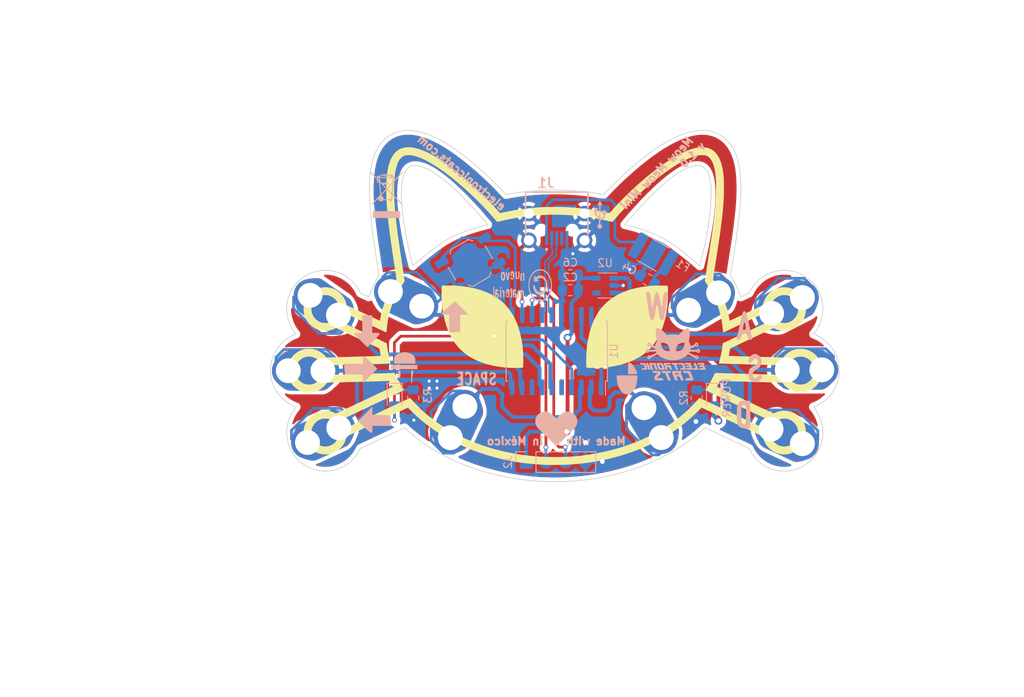
<source format=kicad_pcb>
(kicad_pcb (version 20171130) (host pcbnew "(5.1.4-0-10_14)")
  (title_block (title "Meow Meow Mini") (date 2020-03-03) (rev 1.0) (company "Electronic Cats") (comment 1 "Andres Sabas") (comment 2 "Eduardo Contreras"))
  (layers (0 F.Cu signal) (31 B.Cu signal) (34 B.Paste user hide) (35 F.Paste user) (36 B.SilkS user) (37 F.SilkS user hide) (38 B.Mask user) (39 F.Mask user) (44 Edge.Cuts user))
  (net 0 "")
  (net 1 GND)
  (net 2 VCC)
  (net 3 +3V3)
  (net 4 /SWDIO)
  (net 5 /D-)
  (net 6 /D+)
  (net 7 /SWCLK)
  (net 8 /Y3)
  (net 9 /Y2)
  (net 10 /Y0)
  (net 11 /Y4)
  (net 12 /Y1)
  (net 13 /Y5)
  (net 14 /Y12)
  (net 15 /Y10)
  (net 16 /Y7)
  (net 17 /Y6)
  (net 18 /RST)
  (net 19 /Y13)
  (net 20 "Net-(U1-Pad5)")
  (net 21 /LED)
  (net 22 "Net-(U2-Pad4)")
  (net 23 "Net-(D1-Pad1)")
  (net 24 "Net-(D2-Pad1)")
  (net 25 "Net-(F1-Pad1)")
  (net 26 "Net-(J1-Pad4)")
  (module Aesthetics:heart (layer F.Cu) (at 142.748 124.206)
    (fp_text reference Ref** hide)
    (fp_text value Val** hide)
  )
  (module Aesthetics:led (layer B.Cu) (at 123.19 116.332 180)
    (fp_text reference G*** hide)
    (fp_text value LOGO hide)
  )
  (module MeowMeow:SEWALLI_renew (layer F.Cu) (at 155.1 123.2 210)
    (fp_text reference P8)
    (fp_text value MOUSE_LEFT)
    (pad "" smd rect (at 0.01 0.44 30) (size 5 1.54) (layers F.Cu F.Paste F.Mask))
    (pad "" smd rect (at 1.805946 0.21 30) (size 1.54 1.54) (layers F.Cu F.Paste F.Mask))
    (pad "" smd rect (at 1.805946 -0.21 30) (size 1.54 1.54) (layers B.Cu B.Paste B.Mask))
    (pad "" smd circle (at 1.785946 -1.738814 300) (size 1.54 1.54) (layers B.Cu B.Paste B.Mask))
    (pad "" smd rect (at 0 -0.24 30) (size 5 1.54) (layers B.Cu B.Paste B.Mask))
    (pad "" smd circle (at 1.555946 2.353868 120) (size 1.54 1.54) (layers F.Cu F.Paste F.Mask))
    (pad "" smd circle (at 1.445946 2.533868 120) (size 1.54 1.54) (layers F.Cu F.Paste F.Mask))
    (pad "" smd circle (at 1.445946 2.533868 120) (size 1.54 1.54) (layers F.Cu F.Paste F.Mask))
    (pad "" smd circle (at 1.305946 2.723867 120) (size 1.54 1.54) (layers F.Cu F.Paste F.Mask))
    (pad "" smd rect (at 0.005946 0.733868 30) (size 5 1.54) (layers F.Cu F.Paste F.Mask))
    (pad "" smd circle (at -1.534054 2.313868 30) (size 1.54 1.54) (layers F.Cu F.Paste F.Mask))
    (pad "" smd circle (at -1.464054 2.403868 30) (size 1.54 1.54) (layers F.Cu F.Paste F.Mask))
    (pad "" smd circle (at -1.464054 2.403868 30) (size 1.54 1.54) (layers F.Cu F.Paste F.Mask))
    (pad "" smd circle (at -1.394054 2.473868 30) (size 1.54 1.54) (layers F.Cu F.Paste F.Mask))
    (pad "" smd circle (at -1.394054 2.473868 30) (size 1.54 1.54) (layers F.Cu F.Paste F.Mask))
    (pad "" smd circle (at -1.534054 2.313868 30) (size 1.54 1.54) (layers F.Cu F.Paste F.Mask))
    (pad "" smd rect (at -1.724054 0.923868 30) (size 1.54 1.54) (layers F.Cu F.Paste F.Mask))
    (pad "" smd rect (at -1.724055 1.333868 30) (size 1.54 1.54) (layers F.Cu F.Paste F.Mask))
    (pad "" smd rect (at -1.724055 1.333868 30) (size 1.54 1.54) (layers F.Cu F.Paste F.Mask))
    (pad "" smd rect (at -1.724054 0.923868 30) (size 1.54 1.54) (layers F.Cu F.Paste F.Mask))
    (pad "" smd rect (at -1.724054 0.923868 30) (size 1.54 1.54) (layers F.Cu F.Paste F.Mask))
    (pad "" smd circle (at -1.724054 1.843868 120) (size 1.54 1.54) (layers F.Cu F.Paste F.Mask))
    (pad "" smd circle (at -1.724054 1.843868 120) (size 1.54 1.54) (layers F.Cu F.Paste F.Mask))
    (pad "" smd circle (at -1.234054 2.633868 30) (size 1.54 1.54) (layers F.Cu F.Paste F.Mask))
    (pad "" smd circle (at -1.314054 2.553868 30) (size 1.54 1.54) (layers F.Cu F.Paste F.Mask))
    (pad "" smd circle (at -1.314054 2.553868 30) (size 1.54 1.54) (layers F.Cu F.Paste F.Mask))
    (pad "" smd circle (at 1.815946 1.513868 120) (size 1.54 1.54) (layers F.Cu F.Paste F.Mask))
    (pad "" smd circle (at 1.785946 1.453868 120) (size 1.54 1.54) (layers F.Cu F.Paste F.Mask))
    (pad "" smd circle (at 1.785946 1.453868 120) (size 1.54 1.54) (layers F.Cu F.Paste F.Mask))
    (pad "" smd circle (at 1.815946 1.513868 120) (size 1.54 1.54) (layers F.Cu F.Paste F.Mask))
    (pad "" smd rect (at 0.075945 0.733868 30) (size 5 1.54) (layers F.Cu F.Paste F.Mask))
    (pad "" smd rect (at 1.805946 0.893868 30) (size 1.54 1.54) (layers F.Cu F.Paste F.Mask))
    (pad "" smd rect (at 0.075945 0.733868 30) (size 5 1.54) (layers F.Cu F.Paste F.Mask))
    (pad "" smd rect (at 1.805946 0.893868 30) (size 1.54 1.54) (layers F.Cu F.Paste F.Mask))
    (pad "" smd rect (at 0.005946 0.733868 30) (size 5 1.54) (layers F.Cu F.Paste F.Mask))
    (pad "" smd circle (at -1.234054 2.633868 30) (size 1.54 1.54) (layers F.Cu F.Paste F.Mask))
    (pad "" smd circle (at 1.755946 1.963868 120) (size 1.54 1.54) (layers F.Cu F.Paste F.Mask))
    (pad "" smd circle (at 1.695946 2.113868 120) (size 1.54 1.54) (layers F.Cu F.Paste F.Mask))
    (pad "" smd circle (at 1.755946 1.963868 120) (size 1.54 1.54) (layers F.Cu F.Paste F.Mask))
    (pad "" smd circle (at 1.635946 1.803868 120) (size 1.54 1.54) (layers F.Cu F.Paste F.Mask))
    (pad "" smd circle (at 1.635946 1.803868 120) (size 1.54 1.54) (layers F.Cu F.Paste F.Mask))
    (pad "" smd circle (at 1.805946 1.773868 120) (size 1.54 1.54) (layers F.Cu F.Paste F.Mask))
    (pad "" smd circle (at 1.805946 1.773868 120) (size 1.54 1.54) (layers F.Cu F.Paste F.Mask))
    (pad "" smd circle (at 1.695946 2.113868 120) (size 1.54 1.54) (layers F.Cu F.Paste F.Mask))
    (pad "" smd circle (at -1.704055 2.053868 30) (size 1.54 1.54) (layers F.Cu F.Paste F.Mask))
    (pad "" smd circle (at -1.634054 2.163868 30) (size 1.54 1.54) (layers F.Cu F.Paste F.Mask))
    (pad "" smd circle (at -1.634054 2.163868 30) (size 1.54 1.54) (layers F.Cu F.Paste F.Mask))
    (pad "" smd circle (at -1.594054 2.243868 30) (size 1.54 1.54) (layers F.Cu F.Paste F.Mask))
    (pad "" smd circle (at -1.594054 2.243868 30) (size 1.54 1.54) (layers F.Cu F.Paste F.Mask))
    (pad "" smd circle (at -1.704055 2.053868 30) (size 1.54 1.54) (layers F.Cu F.Paste F.Mask))
    (pad "" smd circle (at -1.474054 2.351186 120) (size 1.54 1.54) (layers B.Cu B.Paste B.Mask))
    (pad "" smd circle (at -1.364054 2.531186 120) (size 1.54 1.54) (layers B.Cu B.Paste B.Mask))
    (pad "" smd circle (at -1.224055 2.721186 120) (size 1.54 1.54) (layers B.Cu B.Paste B.Mask))
    (pad "" smd circle (at -1.364054 2.531186 120) (size 1.54 1.54) (layers B.Cu B.Paste B.Mask))
    (pad "" smd circle (at -1.614053 2.111186 120) (size 1.54 1.54) (layers B.Cu B.Paste B.Mask))
    (pad "" smd circle (at -1.674054 1.961186 120) (size 1.54 1.54) (layers B.Cu B.Paste B.Mask))
    (pad "" smd circle (at -1.614053 2.111186 120) (size 1.54 1.54) (layers B.Cu B.Paste B.Mask))
    (pad "" smd rect (at 0.005945 0.731186 210) (size 5 1.54) (layers B.Cu B.Paste B.Mask))
    (pad "" smd rect (at 0.075946 0.731186 210) (size 5 1.54) (layers B.Cu B.Paste B.Mask))
    (pad "" smd rect (at 0.075946 0.731186 210) (size 5 1.54) (layers B.Cu B.Paste B.Mask))
    (pad "" smd rect (at 0.005945 0.731186 210) (size 5 1.54) (layers B.Cu B.Paste B.Mask))
    (pad "" smd rect (at -1.724054 0.891186 210) (size 1.54 1.54) (layers B.Cu B.Paste B.Mask))
    (pad "" smd rect (at -1.724054 0.891186 210) (size 1.54 1.54) (layers B.Cu B.Paste B.Mask))
    (pad "" smd rect (at 1.805946 0.921186 210) (size 1.54 1.54) (layers B.Cu B.Paste B.Mask))
    (pad "" smd rect (at 1.805946 0.921186 210) (size 1.54 1.54) (layers B.Cu B.Paste B.Mask))
    (pad "" smd rect (at 1.805946 1.331186 210) (size 1.54 1.54) (layers B.Cu B.Paste B.Mask))
    (pad "" smd rect (at 1.805946 0.921186 210) (size 1.54 1.54) (layers B.Cu B.Paste B.Mask))
    (pad "" smd rect (at 1.805946 1.331186 210) (size 1.54 1.54) (layers B.Cu B.Paste B.Mask))
    (pad "" smd circle (at 1.615946 2.311186 210) (size 1.54 1.54) (layers B.Cu B.Paste B.Mask))
    (pad "" smd circle (at 1.545946 2.401186 210) (size 1.54 1.54) (layers B.Cu B.Paste B.Mask))
    (pad "" smd circle (at 1.675946 2.241186 210) (size 1.54 1.54) (layers B.Cu B.Paste B.Mask))
    (pad "" smd circle (at 1.615946 2.311186 210) (size 1.54 1.54) (layers B.Cu B.Paste B.Mask))
    (pad "" smd circle (at 1.545946 2.401186 210) (size 1.54 1.54) (layers B.Cu B.Paste B.Mask))
    (pad "" smd circle (at -1.734053 1.511186 120) (size 1.54 1.54) (layers B.Cu B.Paste B.Mask))
    (pad "" smd circle (at -1.704054 1.451186 120) (size 1.54 1.54) (layers B.Cu B.Paste B.Mask))
    (pad "" smd circle (at -1.734053 1.511186 120) (size 1.54 1.54) (layers B.Cu B.Paste B.Mask))
    (pad "" smd circle (at -1.704054 1.451186 120) (size 1.54 1.54) (layers B.Cu B.Paste B.Mask))
    (pad "" smd circle (at -1.724054 1.771186 120) (size 1.54 1.54) (layers B.Cu B.Paste B.Mask))
    (pad "" smd circle (at -1.554054 1.801186 120) (size 1.54 1.54) (layers B.Cu B.Paste B.Mask))
    (pad "" smd circle (at -1.724054 1.771186 120) (size 1.54 1.54) (layers B.Cu B.Paste B.Mask))
    (pad "" smd circle (at -1.554054 1.801186 120) (size 1.54 1.54) (layers B.Cu B.Paste B.Mask))
    (pad "" smd circle (at -1.674054 1.961186 120) (size 1.54 1.54) (layers B.Cu B.Paste B.Mask))
    (pad "" smd circle (at 1.805946 1.841186 120) (size 1.54 1.54) (layers B.Cu B.Paste B.Mask))
    (pad "" smd circle (at 1.785946 2.051186 210) (size 1.54 1.54) (layers B.Cu B.Paste B.Mask))
    (pad "" smd circle (at 1.715946 2.161186 210) (size 1.54 1.54) (layers B.Cu B.Paste B.Mask))
    (pad "" smd circle (at 1.805946 1.841186 120) (size 1.54 1.54) (layers B.Cu B.Paste B.Mask))
    (pad "" smd circle (at 1.675946 2.241186 210) (size 1.54 1.54) (layers B.Cu B.Paste B.Mask))
    (pad "" smd circle (at 1.715946 2.161186 210) (size 1.54 1.54) (layers B.Cu B.Paste B.Mask))
    (pad "" smd circle (at 1.785946 2.051186 210) (size 1.54 1.54) (layers B.Cu B.Paste B.Mask))
    (pad "" smd circle (at 1.475946 2.471186 210) (size 1.54 1.54) (layers B.Cu B.Paste B.Mask))
    (pad "" smd circle (at 1.475946 2.471186 210) (size 1.54 1.54) (layers B.Cu B.Paste B.Mask))
    (pad "" smd circle (at 1.395946 2.551186 210) (size 1.54 1.54) (layers B.Cu B.Paste B.Mask))
    (pad "" smd circle (at 1.315946 2.631186 210) (size 1.54 1.54) (layers B.Cu B.Paste B.Mask))
    (pad "" smd circle (at 1.395946 2.551186 210) (size 1.54 1.54) (layers B.Cu B.Paste B.Mask))
    (pad "" smd circle (at 1.315946 2.631186 210) (size 1.54 1.54) (layers B.Cu B.Paste B.Mask))
    (pad 1 thru_hole circle (at 0.045946 2.081186 30) (size 4.216 4.216) (drill 3.2) (layers *.Cu *.Mask) (net 15 /Y10))
    (pad "" smd circle (at -1.674054 -2.251496 300) (size 1.54 1.54) (layers F.Cu F.Paste F.Mask))
    (pad "" smd circle (at -1.674054 -2.251496 300) (size 1.54 1.54) (layers F.Cu F.Paste F.Mask))
    (pad "" smd circle (at -1.554054 -2.091496 300) (size 1.54 1.54) (layers F.Cu F.Paste F.Mask))
    (pad "" smd circle (at -1.554054 -2.091496 300) (size 1.54 1.54) (layers F.Cu F.Paste F.Mask))
    (pad "" smd circle (at -1.724054 -2.061496 300) (size 1.54 1.54) (layers F.Cu F.Paste F.Mask))
    (pad "" smd circle (at -1.724054 -2.061496 300) (size 1.54 1.54) (layers F.Cu F.Paste F.Mask))
    (pad "" smd rect (at 0.005946 -1.021496 210) (size 5 1.54) (layers F.Cu F.Paste F.Mask))
    (pad "" smd rect (at -1.724054 -1.181496 210) (size 1.54 1.54) (layers F.Cu F.Paste F.Mask))
    (pad "" smd rect (at -1.724054 -1.181496 210) (size 1.54 1.54) (layers F.Cu F.Paste F.Mask))
    (pad "" smd rect (at 0.075946 -1.021496 210) (size 5 1.54) (layers F.Cu F.Paste F.Mask))
    (pad "" smd rect (at 0.075946 -1.021496 210) (size 5 1.54) (layers F.Cu F.Paste F.Mask))
    (pad "" smd rect (at 0.005946 -1.021496 210) (size 5 1.54) (layers F.Cu F.Paste F.Mask))
    (pad "" smd rect (at 1.805946 -1.211495 210) (size 1.54 1.54) (layers F.Cu F.Paste F.Mask))
    (pad "" smd rect (at 1.805946 -1.621496 210) (size 1.54 1.54) (layers F.Cu F.Paste F.Mask))
    (pad "" smd rect (at 1.805946 -1.211495 210) (size 1.54 1.54) (layers F.Cu F.Paste F.Mask))
    (pad "" smd rect (at 1.805946 -1.621496 210) (size 1.54 1.54) (layers F.Cu F.Paste F.Mask))
    (pad "" smd rect (at 1.805946 -1.211495 210) (size 1.54 1.54) (layers F.Cu F.Paste F.Mask))
    (pad "" smd circle (at -1.734055 -1.801496 300) (size 1.54 1.54) (layers F.Cu F.Paste F.Mask))
    (pad "" smd circle (at -1.734055 -1.801496 300) (size 1.54 1.54) (layers F.Cu F.Paste F.Mask))
    (pad "" smd circle (at -1.704054 -1.741496 300) (size 1.54 1.54) (layers F.Cu F.Paste F.Mask))
    (pad "" smd circle (at -1.704054 -1.741496 300) (size 1.54 1.54) (layers F.Cu F.Paste F.Mask))
    (pad "" smd circle (at -1.474054 -2.641496 300) (size 1.54 1.54) (layers F.Cu F.Paste F.Mask))
    (pad "" smd circle (at -1.364054 -2.821496 300) (size 1.54 1.54) (layers F.Cu F.Paste F.Mask))
    (pad "" smd circle (at -1.614054 -2.401496 300) (size 1.54 1.54) (layers F.Cu F.Paste F.Mask))
    (pad "" smd circle (at -1.364054 -2.821496 300) (size 1.54 1.54) (layers F.Cu F.Paste F.Mask))
    (pad "" smd circle (at -1.614054 -2.401496 300) (size 1.54 1.54) (layers F.Cu F.Paste F.Mask))
    (pad "" smd circle (at -1.224054 -3.011496 300) (size 1.54 1.54) (layers F.Cu F.Paste F.Mask))
    (pad "" smd circle (at 1.805946 -2.131496 300) (size 1.54 1.54) (layers F.Cu F.Paste F.Mask))
    (pad "" smd circle (at 1.785946 -2.341496 210) (size 1.54 1.54) (layers F.Cu F.Paste F.Mask))
    (pad "" smd circle (at 1.715946 -2.451496 210) (size 1.54 1.54) (layers F.Cu F.Paste F.Mask))
    (pad "" smd circle (at 1.785946 -2.341496 210) (size 1.54 1.54) (layers F.Cu F.Paste F.Mask))
    (pad "" smd circle (at 1.805946 -2.131496 300) (size 1.54 1.54) (layers F.Cu F.Paste F.Mask))
    (pad "" smd circle (at 1.715946 -2.451496 210) (size 1.54 1.54) (layers F.Cu F.Paste F.Mask))
    (pad "" smd circle (at 1.615946 -2.601496 210) (size 1.54 1.54) (layers F.Cu F.Paste F.Mask))
    (pad "" smd circle (at 1.675946 -2.531496 210) (size 1.54 1.54) (layers F.Cu F.Paste F.Mask))
    (pad "" smd circle (at 1.615946 -2.601496 210) (size 1.54 1.54) (layers F.Cu F.Paste F.Mask))
    (pad "" smd circle (at 1.675946 -2.531496 210) (size 1.54 1.54) (layers F.Cu F.Paste F.Mask))
    (pad "" smd circle (at 1.315946 -2.921496 210) (size 1.54 1.54) (layers F.Cu F.Paste F.Mask))
    (pad "" smd circle (at 1.545946 -2.691496 210) (size 1.54 1.54) (layers F.Cu F.Paste F.Mask))
    (pad "" smd circle (at 1.475946 -2.761496 210) (size 1.54 1.54) (layers F.Cu F.Paste F.Mask))
    (pad "" smd circle (at 1.395946 -2.841496 210) (size 1.54 1.54) (layers F.Cu F.Paste F.Mask))
    (pad "" smd circle (at 1.475946 -2.761496 210) (size 1.54 1.54) (layers F.Cu F.Paste F.Mask))
    (pad "" smd circle (at 1.545946 -2.691496 210) (size 1.54 1.54) (layers F.Cu F.Paste F.Mask))
    (pad "" smd circle (at 1.315946 -2.921496 210) (size 1.54 1.54) (layers F.Cu F.Paste F.Mask))
    (pad "" smd circle (at 1.395946 -2.841496 210) (size 1.54 1.54) (layers F.Cu F.Paste F.Mask))
    (pad "" smd rect (at -1.724054 -1.208814 30) (size 1.54 1.54) (layers B.Cu B.Paste B.Mask))
    (pad "" smd circle (at 1.555946 -2.638814 300) (size 1.54 1.54) (layers B.Cu B.Paste B.Mask))
    (pad "" smd circle (at 1.305946 -3.008814 300) (size 1.54 1.54) (layers B.Cu B.Paste B.Mask))
    (pad "" smd circle (at 1.445946 -2.818814 300) (size 1.54 1.54) (layers B.Cu B.Paste B.Mask))
    (pad "" smd circle (at 1.695946 -2.398814 300) (size 1.54 1.54) (layers B.Cu B.Paste B.Mask))
    (pad "" smd circle (at 1.755946 -2.248814 300) (size 1.54 1.54) (layers B.Cu B.Paste B.Mask))
    (pad "" smd rect (at 0.075946 -1.018814 30) (size 5 1.54) (layers B.Cu B.Paste B.Mask))
    (pad "" smd rect (at 0.005946 -1.018814 30) (size 5 1.54) (layers B.Cu B.Paste B.Mask))
    (pad "" smd rect (at -1.724054 -1.618814 30) (size 1.54 1.54) (layers B.Cu B.Paste B.Mask))
    (pad "" smd rect (at -1.724054 -1.208814 30) (size 1.54 1.54) (layers B.Cu B.Paste B.Mask))
    (pad "" smd circle (at -1.724054 -2.128814 300) (size 1.54 1.54) (layers B.Cu B.Paste B.Mask))
    (pad "" smd circle (at -1.634054 -2.448814 30) (size 1.54 1.54) (layers B.Cu B.Paste B.Mask))
    (pad "" smd circle (at -1.704054 -2.338814 30) (size 1.54 1.54) (layers B.Cu B.Paste B.Mask))
    (pad "" smd circle (at -1.594054 -2.528814 30) (size 1.54 1.54) (layers B.Cu B.Paste B.Mask))
    (pad "" smd circle (at -1.394054 -2.758814 30) (size 1.54 1.54) (layers B.Cu B.Paste B.Mask))
    (pad "" smd circle (at -1.314054 -2.838813 30) (size 1.54 1.54) (layers B.Cu B.Paste B.Mask))
    (pad "" smd circle (at -1.234054 -2.918814 30) (size 1.54 1.54) (layers B.Cu B.Paste B.Mask))
    (pad "" smd circle (at -1.534054 -2.598814 30) (size 1.54 1.54) (layers B.Cu B.Paste B.Mask))
    (pad "" smd circle (at -1.464054 -2.688814 30) (size 1.54 1.54) (layers B.Cu B.Paste B.Mask))
    (pad "" smd circle (at 1.805946 -2.058814 300) (size 1.54 1.54) (layers B.Cu B.Paste B.Mask))
    (pad "" smd circle (at 1.815946 -1.798814 300) (size 1.54 1.54) (layers B.Cu B.Paste B.Mask))
    (pad "" smd rect (at 1.805946 -1.178814 30) (size 1.54 1.54) (layers B.Cu B.Paste B.Mask))
    (pad "" smd circle (at 1.785946 -1.738814 300) (size 1.54 1.54) (layers B.Cu B.Paste B.Mask))
    (pad "" smd circle (at 1.635946 -2.088814 300) (size 1.54 1.54) (layers B.Cu B.Paste B.Mask))
    (pad "" smd circle (at 1.805946 -2.058814 300) (size 1.54 1.54) (layers B.Cu B.Paste B.Mask))
    (pad "" smd rect (at 0.075946 -1.018814 30) (size 5 1.54) (layers B.Cu B.Paste B.Mask))
    (pad "" smd rect (at 0.005946 -1.018814 30) (size 5 1.54) (layers B.Cu B.Paste B.Mask))
    (pad "" smd rect (at -1.724054 -1.618814 30) (size 1.54 1.54) (layers B.Cu B.Paste B.Mask))
    (pad "" smd rect (at -1.724054 -1.208814 30) (size 1.54 1.54) (layers B.Cu B.Paste B.Mask))
    (pad "" smd circle (at 1.815946 -1.798814 300) (size 1.54 1.54) (layers B.Cu B.Paste B.Mask))
    (pad "" smd rect (at 1.805946 -1.178814 30) (size 1.54 1.54) (layers B.Cu B.Paste B.Mask))
    (pad "" smd circle (at 1.445946 -2.818814 300) (size 1.54 1.54) (layers B.Cu B.Paste B.Mask))
    (pad "" smd circle (at -1.724054 -2.128814 300) (size 1.54 1.54) (layers B.Cu B.Paste B.Mask))
    (pad "" smd circle (at 1.785946 -1.738814 300) (size 1.54 1.54) (layers B.Cu B.Paste B.Mask))
    (pad "" smd circle (at 1.635946 -2.088814 300) (size 1.54 1.54) (layers B.Cu B.Paste B.Mask))
    (pad "" smd circle (at 1.755946 -2.248814 300) (size 1.54 1.54) (layers B.Cu B.Paste B.Mask))
    (pad "" smd circle (at 1.695946 -2.398814 300) (size 1.54 1.54) (layers B.Cu B.Paste B.Mask))
    (pad "" smd circle (at -1.704054 -2.338814 30) (size 1.54 1.54) (layers B.Cu B.Paste B.Mask))
    (pad "" smd circle (at -1.634054 -2.448814 30) (size 1.54 1.54) (layers B.Cu B.Paste B.Mask))
    (pad "" smd circle (at -1.594054 -2.528814 30) (size 1.54 1.54) (layers B.Cu B.Paste B.Mask))
    (pad "" smd circle (at -1.534054 -2.598814 30) (size 1.54 1.54) (layers B.Cu B.Paste B.Mask))
    (pad "" smd circle (at -1.464054 -2.688814 30) (size 1.54 1.54) (layers B.Cu B.Paste B.Mask))
    (pad "" smd circle (at -1.394054 -2.758814 30) (size 1.54 1.54) (layers B.Cu B.Paste B.Mask))
    (pad "" smd circle (at -1.314054 -2.838813 30) (size 1.54 1.54) (layers B.Cu B.Paste B.Mask))
    (pad "" smd circle (at -1.234054 -2.918814 30) (size 1.54 1.54) (layers B.Cu B.Paste B.Mask))
    (pad 1 thru_hole circle (at 0.035946 -2.368814 210) (size 4.216 4.216) (drill 3.2) (layers *.Cu *.Mask) (net 15 /Y10))
  )
  (module Aesthetics:meowmeow_mini (layer F.Cu) (at 142.55 108.34)
    (fp_text reference Ref** hide)
    (fp_text value Val** hide)
    (fp_line (start 6.279659 -14.339681) (end 6.27948 -14.339301) (layer Edge.Cuts) (width 0.1))
    (fp_line (start 6.279659 -14.339681) (end 6.279659 -14.339681) (layer Edge.Cuts) (width 0.1))
    (fp_line (start 5.502803 -14.481751) (end 6.279659 -14.339681) (layer Edge.Cuts) (width 0.1))
    (fp_line (start 4.722652 -14.604501) (end 5.502803 -14.481751) (layer Edge.Cuts) (width 0.1))
    (fp_line (start 3.939696 -14.708041) (end 4.722652 -14.604501) (layer Edge.Cuts) (width 0.1))
    (fp_line (start 3.154427 -14.792541) (end 3.939696 -14.708041) (layer Edge.Cuts) (width 0.1))
    (fp_line (start 2.367335 -14.858041) (end 3.154427 -14.792541) (layer Edge.Cuts) (width 0.1))
    (fp_line (start 1.57891 -14.904641) (end 2.367335 -14.858041) (layer Edge.Cuts) (width 0.1))
    (fp_line (start 0.789643 -14.932541) (end 1.57891 -14.904641) (layer Edge.Cuts) (width 0.1))
    (fp_line (start 0.000024 -14.941541) (end 0.789643 -14.932541) (layer Edge.Cuts) (width 0.1))
    (fp_line (start -0.789079 -14.932541) (end 0.000024 -14.941541) (layer Edge.Cuts) (width 0.1))
    (fp_line (start -1.577832 -14.904641) (end -0.789079 -14.932541) (layer Edge.Cuts) (width 0.1))
    (fp_line (start -2.365743 -14.858041) (end -1.577832 -14.904641) (layer Edge.Cuts) (width 0.1))
    (fp_line (start -3.152323 -14.792641) (end -2.365743 -14.858041) (layer Edge.Cuts) (width 0.1))
    (fp_line (start -3.937081 -14.708341) (end -3.152323 -14.792641) (layer Edge.Cuts) (width 0.1))
    (fp_line (start -4.719528 -14.604931) (end -3.937081 -14.708341) (layer Edge.Cuts) (width 0.1))
    (fp_line (start -5.499172 -14.482341) (end -4.719528 -14.604931) (layer Edge.Cuts) (width 0.1))
    (fp_line (start -6.275525 -14.340451) (end -5.499172 -14.482341) (layer Edge.Cuts) (width 0.1))
    (fp_line (start -6.814025 -14.915521) (end -6.275525 -14.340451) (layer Edge.Cuts) (width 0.1))
    (fp_line (start -7.364736 -15.484211) (end -6.814025 -14.915521) (layer Edge.Cuts) (width 0.1))
    (fp_line (start -7.926446 -16.045121) (end -7.364736 -15.484211) (layer Edge.Cuts) (width 0.1))
    (fp_line (start -8.497944 -16.596881) (end -7.926446 -16.045121) (layer Edge.Cuts) (width 0.1))
    (fp_line (start -9.078021 -17.138071) (end -8.497944 -16.596881) (layer Edge.Cuts) (width 0.1))
    (fp_line (start -9.665466 -17.667321) (end -9.078021 -17.138071) (layer Edge.Cuts) (width 0.1))
    (fp_line (start -10.25907 -18.183231) (end -9.665466 -17.667321) (layer Edge.Cuts) (width 0.1))
    (fp_line (start -10.857621 -18.684411) (end -10.25907 -18.183231) (layer Edge.Cuts) (width 0.1))
    (fp_line (start -11.3289 -19.065571) (end -10.857621 -18.684411) (layer Edge.Cuts) (width 0.1))
    (fp_line (start -11.838718 -19.463291) (end -11.3289 -19.065571) (layer Edge.Cuts) (width 0.1))
    (fp_line (start -12.383001 -19.869441) (end -11.838718 -19.463291) (layer Edge.Cuts) (width 0.1))
    (fp_line (start -12.957676 -20.275891) (end -12.383001 -19.869441) (layer Edge.Cuts) (width 0.1))
    (fp_line (start -13.55867 -20.674511) (end -12.957676 -20.275891) (layer Edge.Cuts) (width 0.1))
    (fp_line (start -14.181909 -21.057181) (end -13.55867 -20.674511) (layer Edge.Cuts) (width 0.1))
    (fp_line (start -14.82332 -21.415771) (end -14.181909 -21.057181) (layer Edge.Cuts) (width 0.1))
    (fp_line (start -15.47883 -21.742141) (end -14.82332 -21.415771) (layer Edge.Cuts) (width 0.1))
    (fp_line (start -16.144366 -22.028181) (end -15.47883 -21.742141) (layer Edge.Cuts) (width 0.1))
    (fp_line (start -16.47962 -22.153531) (end -16.144366 -22.028181) (layer Edge.Cuts) (width 0.1))
    (fp_line (start -16.815854 -22.265751) (end -16.47962 -22.153531) (layer Edge.Cuts) (width 0.1))
    (fp_line (start -17.152558 -22.363851) (end -16.815854 -22.265751) (layer Edge.Cuts) (width 0.1))
    (fp_line (start -17.489222 -22.446751) (end -17.152558 -22.363851) (layer Edge.Cuts) (width 0.1))
    (fp_line (start -17.825337 -22.513451) (end -17.489222 -22.446751) (layer Edge.Cuts) (width 0.1))
    (fp_line (start -18.160395 -22.562951) (end -17.825337 -22.513451) (layer Edge.Cuts) (width 0.1))
    (fp_line (start -18.493887 -22.594251) (end -18.160395 -22.562951) (layer Edge.Cuts) (width 0.1))
    (fp_line (start -18.825302 -22.606351) (end -18.493887 -22.594251) (layer Edge.Cuts) (width 0.1))
    (fp_line (start -19.154132 -22.598351) (end -18.825302 -22.606351) (layer Edge.Cuts) (width 0.1))
    (fp_line (start -19.479867 -22.568951) (end -19.154132 -22.598351) (layer Edge.Cuts) (width 0.1))
    (fp_line (start -19.801999 -22.517251) (end -19.479867 -22.568951) (layer Edge.Cuts) (width 0.1))
    (fp_line (start -20.120018 -22.442251) (end -19.801999 -22.517251) (layer Edge.Cuts) (width 0.1))
    (fp_line (start -20.433416 -22.342951) (end -20.120018 -22.442251) (layer Edge.Cuts) (width 0.1))
    (fp_line (start -20.741683 -22.218331) (end -20.433416 -22.342951) (layer Edge.Cuts) (width 0.1))
    (fp_line (start -21.142589 -22.012651) (end -20.741683 -22.218331) (layer Edge.Cuts) (width 0.1))
    (fp_line (start -21.508009 -21.774921) (end -21.142589 -22.012651) (layer Edge.Cuts) (width 0.1))
    (fp_line (start -21.83954 -21.507651) (end -21.508009 -21.774921) (layer Edge.Cuts) (width 0.1))
    (fp_line (start -22.138779 -21.213391) (end -21.83954 -21.507651) (layer Edge.Cuts) (width 0.1))
    (fp_line (start -22.407326 -20.894651) (end -22.138779 -21.213391) (layer Edge.Cuts) (width 0.1))
    (fp_line (start -22.646777 -20.553961) (end -22.407326 -20.894651) (layer Edge.Cuts) (width 0.1))
    (fp_line (start -22.85873 -20.193861) (end -22.646777 -20.553961) (layer Edge.Cuts) (width 0.1))
    (fp_line (start -23.044782 -19.816861) (end -22.85873 -20.193861) (layer Edge.Cuts) (width 0.1))
    (fp_line (start -23.206532 -19.425491) (end -23.044782 -19.816861) (layer Edge.Cuts) (width 0.1))
    (fp_line (start -23.345578 -19.022291) (end -23.206532 -19.425491) (layer Edge.Cuts) (width 0.1))
    (fp_line (start -23.463516 -18.609771) (end -23.345578 -19.022291) (layer Edge.Cuts) (width 0.1))
    (fp_line (start -23.561946 -18.190481) (end -23.463516 -18.609771) (layer Edge.Cuts) (width 0.1))
    (fp_line (start -23.642466 -17.766921) (end -23.561946 -18.190481) (layer Edge.Cuts) (width 0.1))
    (fp_line (start -23.706666 -17.341641) (end -23.642466 -17.766921) (layer Edge.Cuts) (width 0.1))
    (fp_line (start -23.756146 -16.917151) (end -23.706666 -17.341641) (layer Edge.Cuts) (width 0.1))
    (fp_line (start -23.792506 -16.495991) (end -23.756146 -16.917151) (layer Edge.Cuts) (width 0.1))
    (fp_line (start -23.835226 -15.669011) (end -23.792506 -16.495991) (layer Edge.Cuts) (width 0.1))
    (fp_line (start -23.846426 -14.837831) (end -23.835226 -15.669011) (layer Edge.Cuts) (width 0.1))
    (fp_line (start -23.829956 -14.004091) (end -23.846426 -14.837831) (layer Edge.Cuts) (width 0.1))
    (fp_line (start -23.789666 -13.169431) (end -23.829956 -14.004091) (layer Edge.Cuts) (width 0.1))
    (fp_line (start -23.729386 -12.335491) (end -23.789666 -13.169431) (layer Edge.Cuts) (width 0.1))
    (fp_line (start -23.652946 -11.503911) (end -23.729386 -12.335491) (layer Edge.Cuts) (width 0.1))
    (fp_line (start -23.466989 -9.854401) (end -23.652946 -11.503911) (layer Edge.Cuts) (width 0.1))
    (fp_line (start -23.271087 -8.374431) (end -23.466989 -9.854401) (layer Edge.Cuts) (width 0.1))
    (fp_line (start -23.054556 -6.897511) (end -23.271087 -8.374431) (layer Edge.Cuts) (width 0.1))
    (fp_line (start -22.610482 -3.945221) (end -23.054556 -6.897511) (layer Edge.Cuts) (width 0.1))
    (fp_line (start -22.989537 -3.275291) (end -22.610482 -3.945221) (layer Edge.Cuts) (width 0.1))
    (fp_line (start -23.336245 -2.589371) (end -22.989537 -3.275291) (layer Edge.Cuts) (width 0.1))
    (fp_line (start -23.649411 -1.888241) (end -23.336245 -2.589371) (layer Edge.Cuts) (width 0.1))
    (fp_line (start -23.927838 -1.172721) (end -23.649411 -1.888241) (layer Edge.Cuts) (width 0.1))
    (fp_line (start -25.003999 -1.679761) (end -23.927838 -1.172721) (layer Edge.Cuts) (width 0.1))
    (fp_line (start -25.201788 -2.071321) (end -25.003999 -1.679761) (layer Edge.Cuts) (width 0.1))
    (fp_line (start -25.432278 -2.442571) (end -25.201788 -2.071321) (layer Edge.Cuts) (width 0.1))
    (fp_line (start -25.693874 -2.791521) (end -25.432278 -2.442571) (layer Edge.Cuts) (width 0.1))
    (fp_line (start -25.984979 -3.116131) (end -25.693874 -2.791521) (layer Edge.Cuts) (width 0.1))
    (fp_line (start -26.303999 -3.414421) (end -25.984979 -3.116131) (layer Edge.Cuts) (width 0.1))
    (fp_line (start -26.649338 -3.684391) (end -26.303999 -3.414421) (layer Edge.Cuts) (width 0.1))
    (fp_line (start -27.019403 -3.924011) (end -26.649338 -3.684391) (layer Edge.Cuts) (width 0.1))
    (fp_line (start -27.412595 -4.131291) (end -27.019403 -3.924011) (layer Edge.Cuts) (width 0.1))
    (fp_line (start -27.646723 -4.234381) (end -27.412595 -4.131291) (layer Edge.Cuts) (width 0.1))
    (fp_line (start -27.883265 -4.324381) (end -27.646723 -4.234381) (layer Edge.Cuts) (width 0.1))
    (fp_line (start -28.1218 -4.401481) (end -27.883265 -4.324381) (layer Edge.Cuts) (width 0.1))
    (fp_line (start -28.361908 -4.465781) (end -28.1218 -4.401481) (layer Edge.Cuts) (width 0.1))
    (fp_line (start -28.603168 -4.517481) (end -28.361908 -4.465781) (layer Edge.Cuts) (width 0.1))
    (fp_line (start -28.845159 -4.556781) (end -28.603168 -4.517481) (layer Edge.Cuts) (width 0.1))
    (fp_line (start -29.087461 -4.583781) (end -28.845159 -4.556781) (layer Edge.Cuts) (width 0.1))
    (fp_line (start -29.329653 -4.598681) (end -29.087461 -4.583781) (layer Edge.Cuts) (width 0.1))
    (fp_line (start -29.571313 -4.601681) (end -29.329653 -4.598681) (layer Edge.Cuts) (width 0.1))
    (fp_line (start -29.812023 -4.592681) (end -29.571313 -4.601681) (layer Edge.Cuts) (width 0.1))
    (fp_line (start -30.288904 -4.539981) (end -29.812023 -4.592681) (layer Edge.Cuts) (width 0.1))
    (fp_line (start -30.756932 -4.441981) (end -30.288904 -4.539981) (layer Edge.Cuts) (width 0.1))
    (fp_line (start -31.21274 -4.299831) (end -30.756932 -4.441981) (layer Edge.Cuts) (width 0.1))
    (fp_line (start -31.652962 -4.114841) (end -31.21274 -4.299831) (layer Edge.Cuts) (width 0.1))
    (fp_line (start -32.074235 -3.888231) (end -31.652962 -4.114841) (layer Edge.Cuts) (width 0.1))
    (fp_line (start -32.473193 -3.621301) (end -32.074235 -3.888231) (layer Edge.Cuts) (width 0.1))
    (fp_line (start -32.663251 -3.473091) (end -32.473193 -3.621301) (layer Edge.Cuts) (width 0.1))
    (fp_line (start -32.846468 -3.315281) (end -32.663251 -3.473091) (layer Edge.Cuts) (width 0.1))
    (fp_line (start -33.022424 -3.148011) (end -32.846468 -3.315281) (layer Edge.Cuts) (width 0.1))
    (fp_line (start -33.190697 -2.971451) (end -33.022424 -3.148011) (layer Edge.Cuts) (width 0.1))
    (fp_line (start -33.350867 -2.785741) (end -33.190697 -2.971451) (layer Edge.Cuts) (width 0.1))
    (fp_line (start -33.502514 -2.591051) (end -33.350867 -2.785741) (layer Edge.Cuts) (width 0.1))
    (fp_line (start -33.645217 -2.387531) (end -33.502514 -2.591051) (layer Edge.Cuts) (width 0.1))
    (fp_line (start -33.778554 -2.175341) (end -33.645217 -2.387531) (layer Edge.Cuts) (width 0.1))
    (fp_line (start -33.902105 -1.954651) (end -33.778554 -2.175341) (layer Edge.Cuts) (width 0.1))
    (fp_line (start -34.015451 -1.725601) (end -33.902105 -1.954651) (layer Edge.Cuts) (width 0.1))
    (fp_line (start -34.159467 -1.382161) (end -34.015451 -1.725601) (layer Edge.Cuts) (width 0.1))
    (fp_line (start -34.276032 -1.033861) (end -34.159467 -1.382161) (layer Edge.Cuts) (width 0.1))
    (fp_line (start -34.365612 -0.682031) (end -34.276032 -1.033861) (layer Edge.Cuts) (width 0.1))
    (fp_line (start -34.428672 -0.328001) (end -34.365612 -0.682031) (layer Edge.Cuts) (width 0.1))
    (fp_line (start -34.465682 0.026909) (end -34.428672 -0.328001) (layer Edge.Cuts) (width 0.1))
    (fp_line (start -34.477102 0.381379) (end -34.465682 0.026909) (layer Edge.Cuts) (width 0.1))
    (fp_line (start -34.463412 0.734069) (end -34.477102 0.381379) (layer Edge.Cuts) (width 0.1))
    (fp_line (start -34.425072 1.083659) (end -34.463412 0.734069) (layer Edge.Cuts) (width 0.1))
    (fp_line (start -34.362542 1.428829) (end -34.425072 1.083659) (layer Edge.Cuts) (width 0.1))
    (fp_line (start -34.276292 1.768249) (end -34.362542 1.428829) (layer Edge.Cuts) (width 0.1))
    (fp_line (start -34.166785 2.100599) (end -34.276292 1.768249) (layer Edge.Cuts) (width 0.1))
    (fp_line (start -34.034492 2.424549) (end -34.166785 2.100599) (layer Edge.Cuts) (width 0.1))
    (fp_line (start -33.879878 2.738769) (end -34.034492 2.424549) (layer Edge.Cuts) (width 0.1))
    (fp_line (start -33.703411 3.041939) (end -33.879878 2.738769) (layer Edge.Cuts) (width 0.1))
    (fp_line (start -33.505557 3.332739) (end -33.703411 3.041939) (layer Edge.Cuts) (width 0.1))
    (fp_line (start -33.286781 3.609829) (end -33.505557 3.332739) (layer Edge.Cuts) (width 0.1))
    (fp_line (start -33.648081 3.756769) (end -33.286781 3.609829) (layer Edge.Cuts) (width 0.1))
    (fp_line (start -33.994421 3.930679) (end -33.648081 3.756769) (layer Edge.Cuts) (width 0.1))
    (fp_line (start -34.324549 4.130199) (end -33.994421 3.930679) (layer Edge.Cuts) (width 0.1))
    (fp_line (start -34.63721 4.353969) (end -34.324549 4.130199) (layer Edge.Cuts) (width 0.1))
    (fp_line (start -34.931151 4.600619) (end -34.63721 4.353969) (layer Edge.Cuts) (width 0.1))
    (fp_line (start -35.205121 4.868779) (end -34.931151 4.600619) (layer Edge.Cuts) (width 0.1))
    (fp_line (start -35.457865 5.157099) (end -35.205121 4.868779) (layer Edge.Cuts) (width 0.1))
    (fp_line (start -35.688131 5.464189) (end -35.457865 5.157099) (layer Edge.Cuts) (width 0.1))
    (fp_line (start -35.894665 5.788699) (end -35.688131 5.464189) (layer Edge.Cuts) (width 0.1))
    (fp_line (start -36.076213 6.129249) (end -35.894665 5.788699) (layer Edge.Cuts) (width 0.1))
    (fp_line (start -36.231524 6.484499) (end -36.076213 6.129249) (layer Edge.Cuts) (width 0.1))
    (fp_line (start -36.359343 6.853059) (end -36.231524 6.484499) (layer Edge.Cuts) (width 0.1))
    (fp_line (start -36.458423 7.233579) (end -36.359343 6.853059) (layer Edge.Cuts) (width 0.1))
    (fp_line (start -36.527503 7.624689) (end -36.458423 7.233579) (layer Edge.Cuts) (width 0.1))
    (fp_line (start -36.565333 8.025019) (end -36.527503 7.624689) (layer Edge.Cuts) (width 0.1))
    (fp_line (start -36.570633 8.433199) (end -36.565333 8.025019) (layer Edge.Cuts) (width 0.1))
    (fp_line (start -36.544483 8.825089) (end -36.570633 8.433199) (layer Edge.Cuts) (width 0.1))
    (fp_line (start -36.488663 9.208099) (end -36.544483 8.825089) (layer Edge.Cuts) (width 0.1))
    (fp_line (start -36.404353 9.581079) (end -36.488663 9.208099) (layer Edge.Cuts) (width 0.1))
    (fp_line (start -36.292736 9.942859) (end -36.404353 9.581079) (layer Edge.Cuts) (width 0.1))
    (fp_line (start -36.154989 10.292319) (end -36.292736 9.942859) (layer Edge.Cuts) (width 0.1))
    (fp_line (start -35.992294 10.628279) (end -36.154989 10.292319) (layer Edge.Cuts) (width 0.1))
    (fp_line (start -35.805831 10.949599) (end -35.992294 10.628279) (layer Edge.Cuts) (width 0.1))
    (fp_line (start -35.59678 11.255129) (end -35.805831 10.949599) (layer Edge.Cuts) (width 0.1))
    (fp_line (start -35.366322 11.543719) (end -35.59678 11.255129) (layer Edge.Cuts) (width 0.1))
    (fp_line (start -35.115639 11.814219) (end -35.366322 11.543719) (layer Edge.Cuts) (width 0.1))
    (fp_line (start -34.845909 12.065469) (end -35.115639 11.814219) (layer Edge.Cuts) (width 0.1))
    (fp_line (start -34.558314 12.296319) (end -34.845909 12.065469) (layer Edge.Cuts) (width 0.1))
    (fp_line (start -34.254035 12.505629) (end -34.558314 12.296319) (layer Edge.Cuts) (width 0.1))
    (fp_line (start -33.934252 12.692239) (end -34.254035 12.505629) (layer Edge.Cuts) (width 0.1))
    (fp_line (start -33.600145 12.855009) (end -33.934252 12.692239) (layer Edge.Cuts) (width 0.1))
    (fp_line (start -33.252895 12.992769) (end -33.600145 12.855009) (layer Edge.Cuts) (width 0.1))
    (fp_line (start -33.476643 13.270329) (end -33.252895 12.992769) (layer Edge.Cuts) (width 0.1))
    (fp_line (start -33.679151 13.562029) (end -33.476643 13.270329) (layer Edge.Cuts) (width 0.1))
    (fp_line (start -33.85994 13.866519) (end -33.679151 13.562029) (layer Edge.Cuts) (width 0.1))
    (fp_line (start -34.018529 14.182409) (end -33.85994 13.866519) (layer Edge.Cuts) (width 0.1))
    (fp_line (start -34.154439 14.508349) (end -34.018529 14.182409) (layer Edge.Cuts) (width 0.1))
    (fp_line (start -34.267191 14.842989) (end -34.154439 14.508349) (layer Edge.Cuts) (width 0.1))
    (fp_line (start -34.356301 15.184959) (end -34.267191 14.842989) (layer Edge.Cuts) (width 0.1))
    (fp_line (start -34.421291 15.532879) (end -34.356301 15.184959) (layer Edge.Cuts) (width 0.1))
    (fp_line (start -34.461691 15.885419) (end -34.421291 15.532879) (layer Edge.Cuts) (width 0.1))
    (fp_line (start -34.477011 16.241189) (end -34.461691 15.885419) (layer Edge.Cuts) (width 0.1))
    (fp_line (start -34.466781 16.598839) (end -34.477011 16.241189) (layer Edge.Cuts) (width 0.1))
    (fp_line (start -34.430511 16.957019) (end -34.466781 16.598839) (layer Edge.Cuts) (width 0.1))
    (fp_line (start -34.367731 17.314339) (end -34.430511 16.957019) (layer Edge.Cuts) (width 0.1))
    (fp_line (start -34.277951 17.669459) (end -34.367731 17.314339) (layer Edge.Cuts) (width 0.1))
    (fp_line (start -34.160696 18.021009) (end -34.277951 17.669459) (layer Edge.Cuts) (width 0.1))
    (fp_line (start -34.015486 18.367619) (end -34.160696 18.021009) (layer Edge.Cuts) (width 0.1))
    (fp_line (start -33.902137 18.596669) (end -34.015486 18.367619) (layer Edge.Cuts) (width 0.1))
    (fp_line (start -33.778582 18.817369) (end -33.902137 18.596669) (layer Edge.Cuts) (width 0.1))
    (fp_line (start -33.645241 19.029559) (end -33.778582 18.817369) (layer Edge.Cuts) (width 0.1))
    (fp_line (start -33.502536 19.233079) (end -33.645241 19.029559) (layer Edge.Cuts) (width 0.1))
    (fp_line (start -33.350885 19.427779) (end -33.502536 19.233079) (layer Edge.Cuts) (width 0.1))
    (fp_line (start -33.190712 19.613489) (end -33.350885 19.427779) (layer Edge.Cuts) (width 0.1))
    (fp_line (start -33.022437 19.790059) (end -33.190712 19.613489) (layer Edge.Cuts) (width 0.1))
    (fp_line (start -32.846478 19.957329) (end -33.022437 19.790059) (layer Edge.Cuts) (width 0.1))
    (fp_line (start -32.663259 20.115139) (end -32.846478 19.957329) (layer Edge.Cuts) (width 0.1))
    (fp_line (start -32.473198 20.263339) (end -32.663259 20.115139) (layer Edge.Cuts) (width 0.1))
    (fp_line (start -32.074238 20.530289) (end -32.473198 20.263339) (layer Edge.Cuts) (width 0.1))
    (fp_line (start -31.652963 20.756879) (end -32.074238 20.530289) (layer Edge.Cuts) (width 0.1))
    (fp_line (start -31.212737 20.941889) (end -31.652963 20.756879) (layer Edge.Cuts) (width 0.1))
    (fp_line (start -30.756927 21.084039) (end -31.212737 20.941889) (layer Edge.Cuts) (width 0.1))
    (fp_line (start -30.288898 21.182039) (end -30.756927 21.084039) (layer Edge.Cuts) (width 0.1))
    (fp_line (start -29.812017 21.234739) (end -30.288898 21.182039) (layer Edge.Cuts) (width 0.1))
    (fp_line (start -29.571306 21.243739) (end -29.812017 21.234739) (layer Edge.Cuts) (width 0.1))
    (fp_line (start -29.329646 21.240739) (end -29.571306 21.243739) (layer Edge.Cuts) (width 0.1))
    (fp_line (start -29.087454 21.225839) (end -29.329646 21.240739) (layer Edge.Cuts) (width 0.1))
    (fp_line (start -28.845152 21.198839) (end -29.087454 21.225839) (layer Edge.Cuts) (width 0.1))
    (fp_line (start -28.603161 21.159539) (end -28.845152 21.198839) (layer Edge.Cuts) (width 0.1))
    (fp_line (start -28.361901 21.107839) (end -28.603161 21.159539) (layer Edge.Cuts) (width 0.1))
    (fp_line (start -28.121793 21.043439) (end -28.361901 21.107839) (layer Edge.Cuts) (width 0.1))
    (fp_line (start -27.883257 20.966339) (end -28.121793 21.043439) (layer Edge.Cuts) (width 0.1))
    (fp_line (start -27.646716 20.876339) (end -27.883257 20.966339) (layer Edge.Cuts) (width 0.1))
    (fp_line (start -27.412587 20.773249) (end -27.646716 20.876339) (layer Edge.Cuts) (width 0.1))
    (fp_line (start -27.019395 20.565959) (end -27.412587 20.773249) (layer Edge.Cuts) (width 0.1))
    (fp_line (start -26.649331 20.326329) (end -27.019395 20.565959) (layer Edge.Cuts) (width 0.1))
    (fp_line (start -26.303991 20.056369) (end -26.649331 20.326329) (layer Edge.Cuts) (width 0.1))
    (fp_line (start -25.984971 19.758069) (end -26.303991 20.056369) (layer Edge.Cuts) (width 0.1))
    (fp_line (start -25.693866 19.433449) (end -25.984971 19.758069) (layer Edge.Cuts) (width 0.1))
    (fp_line (start -25.43227 19.084509) (end -25.693866 19.433449) (layer Edge.Cuts) (width 0.1))
    (fp_line (start -25.201781 18.713259) (end -25.43227 19.084509) (layer Edge.Cuts) (width 0.1))
    (fp_line (start -25.003991 18.321689) (end -25.201781 18.713259) (layer Edge.Cuts) (width 0.1))
    (fp_line (start -19.329198 15.648019) (end -25.003991 18.321689) (layer Edge.Cuts) (width 0.1))
    (fp_line (start -18.846792 16.088009) (end -19.329198 15.648019) (layer Edge.Cuts) (width 0.1))
    (fp_line (start -18.351243 16.512909) (end -18.846792 16.088009) (layer Edge.Cuts) (width 0.1))
    (fp_line (start -17.843084 16.922789) (end -18.351243 16.512909) (layer Edge.Cuts) (width 0.1))
    (fp_line (start -17.322844 17.317719) (end -17.843084 16.922789) (layer Edge.Cuts) (width 0.1))
    (fp_line (start -16.79105 17.697779) (end -17.322844 17.317719) (layer Edge.Cuts) (width 0.1))
    (fp_line (start -16.248233 18.063029) (end -16.79105 17.697779) (layer Edge.Cuts) (width 0.1))
    (fp_line (start -15.694921 18.413559) (end -16.248233 18.063029) (layer Edge.Cuts) (width 0.1))
    (fp_line (start -15.131646 18.749429) (end -15.694921 18.413559) (layer Edge.Cuts) (width 0.1))
    (fp_line (start -14.558935 19.070719) (end -15.131646 18.749429) (layer Edge.Cuts) (width 0.1))
    (fp_line (start -13.977318 19.377519) (end -14.558935 19.070719) (layer Edge.Cuts) (width 0.1))
    (fp_line (start -13.387324 19.669869) (end -13.977318 19.377519) (layer Edge.Cuts) (width 0.1))
    (fp_line (start -12.789484 19.947869) (end -13.387324 19.669869) (layer Edge.Cuts) (width 0.1))
    (fp_line (start -12.184325 20.211599) (end -12.789484 19.947869) (layer Edge.Cuts) (width 0.1))
    (fp_line (start -11.572378 20.461109) (end -12.184325 20.211599) (layer Edge.Cuts) (width 0.1))
    (fp_line (start -10.954172 20.696479) (end -11.572378 20.461109) (layer Edge.Cuts) (width 0.1))
    (fp_line (start -10.330236 20.917799) (end -10.954172 20.696479) (layer Edge.Cuts) (width 0.1))
    (fp_line (start -9.7011 21.125129) (end -10.330236 20.917799) (layer Edge.Cuts) (width 0.1))
    (fp_line (start -9.067292 21.318539) (end -9.7011 21.125129) (layer Edge.Cuts) (width 0.1))
    (fp_line (start -8.429344 21.498119) (end -9.067292 21.318539) (layer Edge.Cuts) (width 0.1))
    (fp_line (start -7.787782 21.663929) (end -8.429344 21.498119) (layer Edge.Cuts) (width 0.1))
    (fp_line (start -7.143138 21.816059) (end -7.787782 21.663929) (layer Edge.Cuts) (width 0.1))
    (fp_line (start -6.495939 21.954559) (end -7.143138 21.816059) (layer Edge.Cuts) (width 0.1))
    (fp_line (start -5.846718 22.079529) (end -6.495939 21.954559) (layer Edge.Cuts) (width 0.1))
    (fp_line (start -5.196001 22.191019) (end -5.846718 22.079529) (layer Edge.Cuts) (width 0.1))
    (fp_line (start -4.544318 22.289119) (end -5.196001 22.191019) (layer Edge.Cuts) (width 0.1))
    (fp_line (start -3.892199 22.373919) (end -4.544318 22.289119) (layer Edge.Cuts) (width 0.1))
    (fp_line (start -3.240173 22.445419) (end -3.892199 22.373919) (layer Edge.Cuts) (width 0.1))
    (fp_line (start -2.58877 22.503719) (end -3.240173 22.445419) (layer Edge.Cuts) (width 0.1))
    (fp_line (start -1.93852 22.549019) (end -2.58877 22.503719) (layer Edge.Cuts) (width 0.1))
    (fp_line (start -1.289949 22.581219) (end -1.93852 22.549019) (layer Edge.Cuts) (width 0.1))
    (fp_line (start -0.643591 22.600519) (end -1.289949 22.581219) (layer Edge.Cuts) (width 0.1))
    (fp_line (start 0.000029 22.606519) (end -0.643591 22.600519) (layer Edge.Cuts) (width 0.1))
    (fp_line (start 0.643648 22.600519) (end 0.000029 22.606519) (layer Edge.Cuts) (width 0.1))
    (fp_line (start 1.290007 22.581219) (end 0.643648 22.600519) (layer Edge.Cuts) (width 0.1))
    (fp_line (start 1.938577 22.549019) (end 1.290007 22.581219) (layer Edge.Cuts) (width 0.1))
    (fp_line (start 2.588828 22.503719) (end 1.938577 22.549019) (layer Edge.Cuts) (width 0.1))
    (fp_line (start 3.240231 22.445419) (end 2.588828 22.503719) (layer Edge.Cuts) (width 0.1))
    (fp_line (start 3.892257 22.373919) (end 3.240231 22.445419) (layer Edge.Cuts) (width 0.1))
    (fp_line (start 4.544376 22.289119) (end 3.892257 22.373919) (layer Edge.Cuts) (width 0.1))
    (fp_line (start 5.196058 22.191019) (end 4.544376 22.289119) (layer Edge.Cuts) (width 0.1))
    (fp_line (start 5.846776 22.079529) (end 5.196058 22.191019) (layer Edge.Cuts) (width 0.1))
    (fp_line (start 6.495998 21.954559) (end 5.846776 22.079529) (layer Edge.Cuts) (width 0.1))
    (fp_line (start 7.143196 21.816059) (end 6.495998 21.954559) (layer Edge.Cuts) (width 0.1))
    (fp_line (start 7.787841 21.663929) (end 7.143196 21.816059) (layer Edge.Cuts) (width 0.1))
    (fp_line (start 8.429402 21.498119) (end 7.787841 21.663929) (layer Edge.Cuts) (width 0.1))
    (fp_line (start 9.067351 21.318539) (end 8.429402 21.498119) (layer Edge.Cuts) (width 0.1))
    (fp_line (start 9.701159 21.125129) (end 9.067351 21.318539) (layer Edge.Cuts) (width 0.1))
    (fp_line (start 10.330295 20.917799) (end 9.701159 21.125129) (layer Edge.Cuts) (width 0.1))
    (fp_line (start 10.954231 20.696479) (end 10.330295 20.917799) (layer Edge.Cuts) (width 0.1))
    (fp_line (start 11.572437 20.461109) (end 10.954231 20.696479) (layer Edge.Cuts) (width 0.1))
    (fp_line (start 12.184385 20.211599) (end 11.572437 20.461109) (layer Edge.Cuts) (width 0.1))
    (fp_line (start 12.789543 19.947869) (end 12.184385 20.211599) (layer Edge.Cuts) (width 0.1))
    (fp_line (start 13.387384 19.669869) (end 12.789543 19.947869) (layer Edge.Cuts) (width 0.1))
    (fp_line (start 13.977377 19.377519) (end 13.387384 19.669869) (layer Edge.Cuts) (width 0.1))
    (fp_line (start 14.558994 19.070719) (end 13.977377 19.377519) (layer Edge.Cuts) (width 0.1))
    (fp_line (start 15.131705 18.749429) (end 14.558994 19.070719) (layer Edge.Cuts) (width 0.1))
    (fp_line (start 15.694981 18.413559) (end 15.131705 18.749429) (layer Edge.Cuts) (width 0.1))
    (fp_line (start 16.248292 18.063029) (end 15.694981 18.413559) (layer Edge.Cuts) (width 0.1))
    (fp_line (start 16.791108 17.697779) (end 16.248292 18.063029) (layer Edge.Cuts) (width 0.1))
    (fp_line (start 17.322902 17.317719) (end 16.791108 17.697779) (layer Edge.Cuts) (width 0.1))
    (fp_line (start 17.843143 16.922789) (end 17.322902 17.317719) (layer Edge.Cuts) (width 0.1))
    (fp_line (start 18.351302 16.512909) (end 17.843143 16.922789) (layer Edge.Cuts) (width 0.1))
    (fp_line (start 18.846849 16.088009) (end 18.351302 16.512909) (layer Edge.Cuts) (width 0.1))
    (fp_line (start 19.329256 15.648019) (end 18.846849 16.088009) (layer Edge.Cuts) (width 0.1))
    (fp_line (start 25.004049 18.321689) (end 19.329256 15.648019) (layer Edge.Cuts) (width 0.1))
    (fp_line (start 25.201837 18.713259) (end 25.004049 18.321689) (layer Edge.Cuts) (width 0.1))
    (fp_line (start 25.432328 19.084509) (end 25.201837 18.713259) (layer Edge.Cuts) (width 0.1))
    (fp_line (start 25.693923 19.433449) (end 25.432328 19.084509) (layer Edge.Cuts) (width 0.1))
    (fp_line (start 25.985028 19.758069) (end 25.693923 19.433449) (layer Edge.Cuts) (width 0.1))
    (fp_line (start 26.304049 20.056369) (end 25.985028 19.758069) (layer Edge.Cuts) (width 0.1))
    (fp_line (start 26.649388 20.326329) (end 26.304049 20.056369) (layer Edge.Cuts) (width 0.1))
    (fp_line (start 27.019452 20.565959) (end 26.649388 20.326329) (layer Edge.Cuts) (width 0.1))
    (fp_line (start 27.412645 20.773249) (end 27.019452 20.565959) (layer Edge.Cuts) (width 0.1))
    (fp_line (start 27.64677 20.876339) (end 27.412645 20.773249) (layer Edge.Cuts) (width 0.1))
    (fp_line (start 27.88331 20.966339) (end 27.64677 20.876339) (layer Edge.Cuts) (width 0.1))
    (fp_line (start 28.121843 21.043439) (end 27.88331 20.966339) (layer Edge.Cuts) (width 0.1))
    (fp_line (start 28.361949 21.107839) (end 28.121843 21.043439) (layer Edge.Cuts) (width 0.1))
    (fp_line (start 28.603206 21.159539) (end 28.361949 21.107839) (layer Edge.Cuts) (width 0.1))
    (fp_line (start 28.845196 21.198839) (end 28.603206 21.159539) (layer Edge.Cuts) (width 0.1))
    (fp_line (start 29.087495 21.225839) (end 28.845196 21.198839) (layer Edge.Cuts) (width 0.1))
    (fp_line (start 29.329685 21.240739) (end 29.087495 21.225839) (layer Edge.Cuts) (width 0.1))
    (fp_line (start 29.571344 21.243739) (end 29.329685 21.240739) (layer Edge.Cuts) (width 0.1))
    (fp_line (start 29.812052 21.234739) (end 29.571344 21.243739) (layer Edge.Cuts) (width 0.1))
    (fp_line (start 30.288932 21.182039) (end 29.812052 21.234739) (layer Edge.Cuts) (width 0.1))
    (fp_line (start 30.756957 21.084039) (end 30.288932 21.182039) (layer Edge.Cuts) (width 0.1))
    (fp_line (start 31.212764 20.941899) (end 30.756957 21.084039) (layer Edge.Cuts) (width 0.1))
    (fp_line (start 31.652987 20.756899) (end 31.212764 20.941899) (layer Edge.Cuts) (width 0.1))
    (fp_line (start 32.07426 20.530299) (end 31.652987 20.756899) (layer Edge.Cuts) (width 0.1))
    (fp_line (start 32.473219 20.263369) (end 32.07426 20.530299) (layer Edge.Cuts) (width 0.1))
    (fp_line (start 32.663278 20.115169) (end 32.473219 20.263369) (layer Edge.Cuts) (width 0.1))
    (fp_line (start 32.846501 19.957349) (end 32.663278 20.115169) (layer Edge.Cuts) (width 0.1))
    (fp_line (start 33.022458 19.790079) (end 32.846501 19.957349) (layer Edge.Cuts) (width 0.1))
    (fp_line (start 33.190735 19.613509) (end 33.022458 19.790079) (layer Edge.Cuts) (width 0.1))
    (fp_line (start 33.350907 19.427799) (end 33.190735 19.613509) (layer Edge.Cuts) (width 0.1))
    (fp_line (start 33.50255 19.233109) (end 33.350907 19.427799) (layer Edge.Cuts) (width 0.1))
    (fp_line (start 33.645256 19.029589) (end 33.50255 19.233109) (layer Edge.Cuts) (width 0.1))
    (fp_line (start 33.778599 18.817409) (end 33.645256 19.029589) (layer Edge.Cuts) (width 0.1))
    (fp_line (start 33.902155 18.596709) (end 33.778599 18.817409) (layer Edge.Cuts) (width 0.1))
    (fp_line (start 34.015501 18.367659) (end 33.902155 18.596709) (layer Edge.Cuts) (width 0.1))
    (fp_line (start 34.160714 18.021029) (end 34.015501 18.367659) (layer Edge.Cuts) (width 0.1))
    (fp_line (start 34.277966 17.669469) (end 34.160714 18.021029) (layer Edge.Cuts) (width 0.1))
    (fp_line (start 34.367756 17.314349) (end 34.277966 17.669469) (layer Edge.Cuts) (width 0.1))
    (fp_line (start 34.430566 16.957019) (end 34.367756 17.314349) (layer Edge.Cuts) (width 0.1))
    (fp_line (start 34.466806 16.598839) (end 34.430566 16.957019) (layer Edge.Cuts) (width 0.1))
    (fp_line (start 34.477026 16.241179) (end 34.466806 16.598839) (layer Edge.Cuts) (width 0.1))
    (fp_line (start 34.461696 15.885409) (end 34.477026 16.241179) (layer Edge.Cuts) (width 0.1))
    (fp_line (start 34.421296 15.532869) (end 34.461696 15.885409) (layer Edge.Cuts) (width 0.1))
    (fp_line (start 34.356286 15.184939) (end 34.421296 15.532869) (layer Edge.Cuts) (width 0.1))
    (fp_line (start 34.267186 14.842979) (end 34.356286 15.184939) (layer Edge.Cuts) (width 0.1))
    (fp_line (start 34.154438 14.508339) (end 34.267186 14.842979) (layer Edge.Cuts) (width 0.1))
    (fp_line (start 34.018532 14.182389) (end 34.154438 14.508339) (layer Edge.Cuts) (width 0.1))
    (fp_line (start 33.859948 13.866499) (end 34.018532 14.182389) (layer Edge.Cuts) (width 0.1))
    (fp_line (start 33.679164 13.562019) (end 33.859948 13.866499) (layer Edge.Cuts) (width 0.1))
    (fp_line (start 33.476662 13.270319) (end 33.679164 13.562019) (layer Edge.Cuts) (width 0.1))
    (fp_line (start 33.252911 12.992749) (end 33.476662 13.270319) (layer Edge.Cuts) (width 0.1))
    (fp_line (start 33.600155 12.854979) (end 33.252911 12.992749) (layer Edge.Cuts) (width 0.1))
    (fp_line (start 33.934256 12.692219) (end 33.600155 12.854979) (layer Edge.Cuts) (width 0.1))
    (fp_line (start 34.254035 12.505599) (end 33.934256 12.692219) (layer Edge.Cuts) (width 0.1))
    (fp_line (start 34.558312 12.296289) (end 34.254035 12.505599) (layer Edge.Cuts) (width 0.1))
    (fp_line (start 34.8459 12.065429) (end 34.558312 12.296289) (layer Edge.Cuts) (width 0.1))
    (fp_line (start 35.115628 11.814169) (end 34.8459 12.065429) (layer Edge.Cuts) (width 0.1))
    (fp_line (start 35.36631 11.543669) (end 35.115628 11.814169) (layer Edge.Cuts) (width 0.1))
    (fp_line (start 35.596758 11.255089) (end 35.36631 11.543669) (layer Edge.Cuts) (width 0.1))
    (fp_line (start 35.805809 10.949549) (end 35.596758 11.255089) (layer Edge.Cuts) (width 0.1))
    (fp_line (start 35.992276 10.628229) (end 35.805809 10.949549) (layer Edge.Cuts) (width 0.1))
    (fp_line (start 36.154971 10.292269) (end 35.992276 10.628229) (layer Edge.Cuts) (width 0.1))
    (fp_line (start 36.292717 9.942819) (end 36.154971 10.292269) (layer Edge.Cuts) (width 0.1))
    (fp_line (start 36.404332 9.581039) (end 36.292717 9.942819) (layer Edge.Cuts) (width 0.1))
    (fp_line (start 36.488642 9.208069) (end 36.404332 9.581039) (layer Edge.Cuts) (width 0.1))
    (fp_line (start 36.544452 8.825069) (end 36.488642 9.208069) (layer Edge.Cuts) (width 0.1))
    (fp_line (start 36.570632 8.433179) (end 36.544452 8.825069) (layer Edge.Cuts) (width 0.1))
    (fp_line (start 36.565132 8.024999) (end 36.570632 8.433179) (layer Edge.Cuts) (width 0.1))
    (fp_line (start 36.527322 7.624669) (end 36.565132 8.024999) (layer Edge.Cuts) (width 0.1))
    (fp_line (start 36.458222 7.233569) (end 36.527322 7.624669) (layer Edge.Cuts) (width 0.1))
    (fp_line (start 36.359152 6.853049) (end 36.458222 7.233569) (layer Edge.Cuts) (width 0.1))
    (fp_line (start 36.231327 6.484479) (end 36.359152 6.853049) (layer Edge.Cuts) (width 0.1))
    (fp_line (start 36.076021 6.129239) (end 36.231327 6.484479) (layer Edge.Cuts) (width 0.1))
    (fp_line (start 35.894467 5.788679) (end 36.076021 6.129239) (layer Edge.Cuts) (width 0.1))
    (fp_line (start 35.68794 5.464169) (end 35.894467 5.788679) (layer Edge.Cuts) (width 0.1))
    (fp_line (start 35.457673 5.157079) (end 35.68794 5.464169) (layer Edge.Cuts) (width 0.1))
    (fp_line (start 35.204931 4.868769) (end 35.457673 5.157079) (layer Edge.Cuts) (width 0.1))
    (fp_line (start 34.930958 4.600599) (end 35.204931 4.868769) (layer Edge.Cuts) (width 0.1))
    (fp_line (start 34.637018 4.353959) (end 34.930958 4.600599) (layer Edge.Cuts) (width 0.1))
    (fp_line (start 34.324362 4.130189) (end 34.637018 4.353959) (layer Edge.Cuts) (width 0.1))
    (fp_line (start 33.99423 3.930669) (end 34.324362 4.130189) (layer Edge.Cuts) (width 0.1))
    (fp_line (start 33.64789 3.756749) (end 33.99423 3.930669) (layer Edge.Cuts) (width 0.1))
    (fp_line (start 33.286591 3.609819) (end 33.64789 3.756749) (layer Edge.Cuts) (width 0.1))
    (fp_line (start 33.505366 3.332719) (end 33.286591 3.609819) (layer Edge.Cuts) (width 0.1))
    (fp_line (start 33.703223 3.041929) (end 33.505366 3.332719) (layer Edge.Cuts) (width 0.1))
    (fp_line (start 33.87969 2.738749) (end 33.703223 3.041929) (layer Edge.Cuts) (width 0.1))
    (fp_line (start 34.034305 2.424529) (end 33.87969 2.738749) (layer Edge.Cuts) (width 0.1))
    (fp_line (start 34.166603 2.100579) (end 34.034305 2.424529) (layer Edge.Cuts) (width 0.1))
    (fp_line (start 34.276112 1.768229) (end 34.166603 2.100579) (layer Edge.Cuts) (width 0.1))
    (fp_line (start 34.362372 1.428809) (end 34.276112 1.768229) (layer Edge.Cuts) (width 0.1))
    (fp_line (start 34.424862 1.083629) (end 34.362372 1.428809) (layer Edge.Cuts) (width 0.1))
    (fp_line (start 34.463222 0.734039) (end 34.424862 1.083629) (layer Edge.Cuts) (width 0.1))
    (fp_line (start 34.476902 0.381339) (end 34.463222 0.734039) (layer Edge.Cuts) (width 0.1))
    (fp_line (start 34.465502 0.026869) (end 34.476902 0.381339) (layer Edge.Cuts) (width 0.1))
    (fp_line (start 34.428482 -0.328051) (end 34.465502 0.026869) (layer Edge.Cuts) (width 0.1))
    (fp_line (start 34.365442 -0.682091) (end 34.428482 -0.328051) (layer Edge.Cuts) (width 0.1))
    (fp_line (start 34.275862 -1.033931) (end 34.365442 -0.682091) (layer Edge.Cuts) (width 0.1))
    (fp_line (start 34.159294 -1.382241) (end 34.275862 -1.033931) (layer Edge.Cuts) (width 0.1))
    (fp_line (start 34.015268 -1.725691) (end 34.159294 -1.382241) (layer Edge.Cuts) (width 0.1))
    (fp_line (start 33.901923 -1.954741) (end 34.015268 -1.725691) (layer Edge.Cuts) (width 0.1))
    (fp_line (start 33.778366 -2.175431) (end 33.901923 -1.954741) (layer Edge.Cuts) (width 0.1))
    (fp_line (start 33.645023 -2.387621) (end 33.778366 -2.175431) (layer Edge.Cuts) (width 0.1))
    (fp_line (start 33.502318 -2.591121) (end 33.645023 -2.387621) (layer Edge.Cuts) (width 0.1))
    (fp_line (start 33.350675 -2.785811) (end 33.502318 -2.591121) (layer Edge.Cuts) (width 0.1))
    (fp_line (start 33.190502 -2.971521) (end 33.350675 -2.785811) (layer Edge.Cuts) (width 0.1))
    (fp_line (start 33.022226 -3.148081) (end 33.190502 -2.971521) (layer Edge.Cuts) (width 0.1))
    (fp_line (start 32.846269 -3.315351) (end 33.022226 -3.148081) (layer Edge.Cuts) (width 0.1))
    (fp_line (start 32.663046 -3.473161) (end 32.846269 -3.315351) (layer Edge.Cuts) (width 0.1))
    (fp_line (start 32.472986 -3.621361) (end 32.663046 -3.473161) (layer Edge.Cuts) (width 0.1))
    (fp_line (start 32.074027 -3.888291) (end 32.472986 -3.621361) (layer Edge.Cuts) (width 0.1))
    (fp_line (start 31.652755 -4.114891) (end 32.074027 -3.888291) (layer Edge.Cuts) (width 0.1))
    (fp_line (start 31.212532 -4.299891) (end 31.652755 -4.114891) (layer Edge.Cuts) (width 0.1))
    (fp_line (start 30.756725 -4.442031) (end 31.212532 -4.299891) (layer Edge.Cuts) (width 0.1))
    (fp_line (start 30.288699 -4.540031) (end 30.756725 -4.442031) (layer Edge.Cuts) (width 0.1))
    (fp_line (start 29.81182 -4.592731) (end 30.288699 -4.540031) (layer Edge.Cuts) (width 0.1))
    (fp_line (start 29.571112 -4.601731) (end 29.81182 -4.592731) (layer Edge.Cuts) (width 0.1))
    (fp_line (start 29.329453 -4.598731) (end 29.571112 -4.601731) (layer Edge.Cuts) (width 0.1))
    (fp_line (start 29.087263 -4.583831) (end 29.329453 -4.598731) (layer Edge.Cuts) (width 0.1))
    (fp_line (start 28.844963 -4.556831) (end 29.087263 -4.583831) (layer Edge.Cuts) (width 0.1))
    (fp_line (start 28.602974 -4.517531) (end 28.844963 -4.556831) (layer Edge.Cuts) (width 0.1))
    (fp_line (start 28.361717 -4.465831) (end 28.602974 -4.517531) (layer Edge.Cuts) (width 0.1))
    (fp_line (start 28.121611 -4.401431) (end 28.361717 -4.465831) (layer Edge.Cuts) (width 0.1))
    (fp_line (start 27.883078 -4.324331) (end 28.121611 -4.401431) (layer Edge.Cuts) (width 0.1))
    (fp_line (start 27.646538 -4.234331) (end 27.883078 -4.324331) (layer Edge.Cuts) (width 0.1))
    (fp_line (start 27.412412 -4.131241) (end 27.646538 -4.234331) (layer Edge.Cuts) (width 0.1))
    (fp_line (start 27.019351 -3.924021) (end 27.412412 -4.131241) (layer Edge.Cuts) (width 0.1))
    (fp_line (start 26.649363 -3.684471) (end 27.019351 -3.924021) (layer Edge.Cuts) (width 0.1))
    (fp_line (start 26.304055 -3.414551) (end 26.649363 -3.684471) (layer Edge.Cuts) (width 0.1))
    (fp_line (start 25.985029 -3.116281) (end 26.304055 -3.414551) (layer Edge.Cuts) (width 0.1))
    (fp_line (start 25.693888 -2.791671) (end 25.985029 -3.116281) (layer Edge.Cuts) (width 0.1))
    (fp_line (start 25.432237 -2.442701) (end 25.693888 -2.791671) (layer Edge.Cuts) (width 0.1))
    (fp_line (start 25.201678 -2.071381) (end 25.432237 -2.442701) (layer Edge.Cuts) (width 0.1))
    (fp_line (start 25.003816 -1.679701) (end 25.201678 -2.071381) (layer Edge.Cuts) (width 0.1))
    (fp_line (start 23.927698 -1.172661) (end 25.003816 -1.679701) (layer Edge.Cuts) (width 0.1))
    (fp_line (start 23.649443 -1.887751) (end 23.927698 -1.172661) (layer Edge.Cuts) (width 0.1))
    (fp_line (start 23.336497 -2.588441) (end 23.649443 -1.887751) (layer Edge.Cuts) (width 0.1))
    (fp_line (start 22.990049 -3.273961) (end 23.336497 -2.588441) (layer Edge.Cuts) (width 0.1))
    (fp_line (start 22.611286 -3.943511) (end 22.990049 -3.273961) (layer Edge.Cuts) (width 0.1))
    (fp_line (start 22.835869 -5.413531) (end 22.611286 -3.943511) (layer Edge.Cuts) (width 0.1))
    (fp_line (start 23.068975 -6.882251) (end 22.835869 -5.413531) (layer Edge.Cuts) (width 0.1))
    (fp_line (start 23.29674 -8.351791) (end 23.068975 -6.882251) (layer Edge.Cuts) (width 0.1))
    (fp_line (start 23.505293 -9.824281) (end 23.29674 -8.351791) (layer Edge.Cuts) (width 0.1))
    (fp_line (start 23.707307 -11.472601) (end 23.505293 -9.824281) (layer Edge.Cuts) (width 0.1))
    (fp_line (start 23.792257 -12.303631) (end 23.707307 -11.472601) (layer Edge.Cuts) (width 0.1))
    (fp_line (start 23.861287 -13.137141) (end 23.792257 -12.303631) (layer Edge.Cuts) (width 0.1))
    (fp_line (start 23.910497 -13.971581) (end 23.861287 -13.137141) (layer Edge.Cuts) (width 0.1))
    (fp_line (start 23.935987 -14.805351) (end 23.910497 -13.971581) (layer Edge.Cuts) (width 0.1))
    (fp_line (start 23.933887 -15.636901) (end 23.935987 -14.805351) (layer Edge.Cuts) (width 0.1))
    (fp_line (start 23.900207 -16.464671) (end 23.933887 -15.636901) (layer Edge.Cuts) (width 0.1))
    (fp_line (start 23.868257 -16.887821) (end 23.900207 -16.464671) (layer Edge.Cuts) (width 0.1))
    (fp_line (start 23.823057 -17.314391) (end 23.868257 -16.887821) (layer Edge.Cuts) (width 0.1))
    (fp_line (start 23.762967 -17.741831) (end 23.823057 -17.314391) (layer Edge.Cuts) (width 0.1))
    (fp_line (start 23.686347 -18.167581) (end 23.762967 -17.741831) (layer Edge.Cuts) (width 0.1))
    (fp_line (start 23.591557 -18.589111) (end 23.686347 -18.167581) (layer Edge.Cuts) (width 0.1))
    (fp_line (start 23.476947 -19.003861) (end 23.591557 -18.589111) (layer Edge.Cuts) (width 0.1))
    (fp_line (start 23.340882 -19.409281) (end 23.476947 -19.003861) (layer Edge.Cuts) (width 0.1))
    (fp_line (start 23.181722 -19.802841) (end 23.340882 -19.409281) (layer Edge.Cuts) (width 0.1))
    (fp_line (start 22.997827 -20.181981) (end 23.181722 -19.802841) (layer Edge.Cuts) (width 0.1))
    (fp_line (start 22.787555 -20.544161) (end 22.997827 -20.181981) (layer Edge.Cuts) (width 0.1))
    (fp_line (start 22.549268 -20.886821) (end 22.787555 -20.544161) (layer Edge.Cuts) (width 0.1))
    (fp_line (start 22.281322 -21.207421) (end 22.549268 -20.886821) (layer Edge.Cuts) (width 0.1))
    (fp_line (start 21.982078 -21.503411) (end 22.281322 -21.207421) (layer Edge.Cuts) (width 0.1))
    (fp_line (start 21.649896 -21.772251) (end 21.982078 -21.503411) (layer Edge.Cuts) (width 0.1))
    (fp_line (start 21.283136 -22.011381) (end 21.649896 -21.772251) (layer Edge.Cuts) (width 0.1))
    (fp_line (start 21.086276 -22.119021) (end 21.283136 -22.011381) (layer Edge.Cuts) (width 0.1))
    (fp_line (start 20.880156 -22.218221) (end 21.086276 -22.119021) (layer Edge.Cuts) (width 0.1))
    (fp_line (start 20.572075 -22.342741) (end 20.880156 -22.218221) (layer Edge.Cuts) (width 0.1))
    (fp_line (start 20.258617 -22.442041) (end 20.572075 -22.342741) (layer Edge.Cuts) (width 0.1))
    (fp_line (start 19.940305 -22.517041) (end 20.258617 -22.442041) (layer Edge.Cuts) (width 0.1))
    (fp_line (start 19.61766 -22.568841) (end 19.940305 -22.517041) (layer Edge.Cuts) (width 0.1))
    (fp_line (start 19.291203 -22.598441) (end 19.61766 -22.568841) (layer Edge.Cuts) (width 0.1))
    (fp_line (start 18.961457 -22.606441) (end 19.291203 -22.598441) (layer Edge.Cuts) (width 0.1))
    (fp_line (start 18.628945 -22.594641) (end 18.961457 -22.606441) (layer Edge.Cuts) (width 0.1))
    (fp_line (start 18.294186 -22.563741) (end 18.628945 -22.594641) (layer Edge.Cuts) (width 0.1))
    (fp_line (start 17.957704 -22.514641) (end 18.294186 -22.563741) (layer Edge.Cuts) (width 0.1))
    (fp_line (start 17.620021 -22.448441) (end 17.957704 -22.514641) (layer Edge.Cuts) (width 0.1))
    (fp_line (start 17.281658 -22.366041) (end 17.620021 -22.448441) (layer Edge.Cuts) (width 0.1))
    (fp_line (start 16.943137 -22.268541) (end 17.281658 -22.366041) (layer Edge.Cuts) (width 0.1))
    (fp_line (start 16.604981 -22.156981) (end 16.943137 -22.268541) (layer Edge.Cuts) (width 0.1))
    (fp_line (start 16.26771 -22.032341) (end 16.604981 -22.156981) (layer Edge.Cuts) (width 0.1))
    (fp_line (start 15.597914 -21.747891) (end 16.26771 -22.032341) (layer Edge.Cuts) (width 0.1))
    (fp_line (start 14.937924 -21.423291) (end 15.597914 -21.747891) (layer Edge.Cuts) (width 0.1))
    (fp_line (start 14.291916 -21.066671) (end 14.937924 -21.423291) (layer Edge.Cuts) (width 0.1))
    (fp_line (start 13.664065 -20.686141) (end 14.291916 -21.066671) (layer Edge.Cuts) (width 0.1))
    (fp_line (start 13.058545 -20.289811) (end 13.664065 -20.686141) (layer Edge.Cuts) (width 0.1))
    (fp_line (start 12.479532 -19.885801) (end 13.058545 -20.289811) (layer Edge.Cuts) (width 0.1))
    (fp_line (start 11.931201 -19.482241) (end 12.479532 -19.885801) (layer Edge.Cuts) (width 0.1))
    (fp_line (start 11.417726 -19.087221) (end 11.931201 -19.482241) (layer Edge.Cuts) (width 0.1))
    (fp_line (start 10.943285 -18.708871) (end 11.417726 -19.087221) (layer Edge.Cuts) (width 0.1))
    (fp_line (start 10.334854 -18.206531) (end 10.943285 -18.708871) (layer Edge.Cuts) (width 0.1))
    (fp_line (start 9.730731 -17.688701) (end 10.334854 -18.206531) (layer Edge.Cuts) (width 0.1))
    (fp_line (start 9.132399 -17.156851) (end 9.730731 -17.688701) (layer Edge.Cuts) (width 0.1))
    (fp_line (start 8.541341 -16.612471) (end 9.132399 -17.156851) (layer Edge.Cuts) (width 0.1))
    (fp_line (start 7.959037 -16.057041) (end 8.541341 -16.612471) (layer Edge.Cuts) (width 0.1))
    (fp_line (start 7.386971 -15.492051) (end 7.959037 -16.057041) (layer Edge.Cuts) (width 0.1))
    (fp_line (start 6.826625 -14.918971) (end 7.386971 -15.492051) (layer Edge.Cuts) (width 0.1))
    (fp_line (start 6.27948 -14.339301) (end 6.826625 -14.918971) (layer Edge.Cuts) (width 0.1))
    (fp_line (start 9.011099 -10.469431) (end 9.011104 -10.469401) (layer Edge.Cuts) (width 0.1))
    (fp_line (start 9.011099 -10.469431) (end 9.011099 -10.469431) (layer Edge.Cuts) (width 0.1))
    (fp_line (start 9.313811 -10.836431) (end 9.011099 -10.469431) (layer Edge.Cuts) (width 0.1))
    (fp_line (start 10.136958 -11.794931) (end 9.313811 -10.836431) (layer Edge.Cuts) (width 0.1))
    (fp_line (start 10.703855 -12.429191) (end 10.136958 -11.794931) (layer Edge.Cuts) (width 0.1))
    (fp_line (start 11.353051 -13.131151) (end 10.703855 -12.429191) (layer Edge.Cuts) (width 0.1))
    (fp_line (start 12.068613 -13.874091) (end 11.353051 -13.131151) (layer Edge.Cuts) (width 0.1))
    (fp_line (start 12.834603 -14.631291) (end 12.068613 -13.874091) (layer Edge.Cuts) (width 0.1))
    (fp_line (start 13.635087 -15.376031) (end 12.834603 -14.631291) (layer Edge.Cuts) (width 0.1))
    (fp_line (start 14.043283 -15.735381) (end 13.635087 -15.376031) (layer Edge.Cuts) (width 0.1))
    (fp_line (start 14.454127 -16.081591) (end 14.043283 -15.735381) (layer Edge.Cuts) (width 0.1))
    (fp_line (start 14.865626 -16.411321) (end 14.454127 -16.081591) (layer Edge.Cuts) (width 0.1))
    (fp_line (start 15.275788 -16.721231) (end 14.865626 -16.411321) (layer Edge.Cuts) (width 0.1))
    (fp_line (start 15.682622 -17.007991) (end 15.275788 -16.721231) (layer Edge.Cuts) (width 0.1))
    (fp_line (start 16.084134 -17.268251) (end 15.682622 -17.007991) (layer Edge.Cuts) (width 0.1))
    (fp_line (start 16.478334 -17.498671) (end 16.084134 -17.268251) (layer Edge.Cuts) (width 0.1))
    (fp_line (start 16.863229 -17.695911) (end 16.478334 -17.498671) (layer Edge.Cuts) (width 0.1))
    (fp_line (start 17.236828 -17.856631) (end 16.863229 -17.695911) (layer Edge.Cuts) (width 0.1))
    (fp_line (start 17.597138 -17.977491) (end 17.236828 -17.856631) (layer Edge.Cuts) (width 0.1))
    (fp_line (start 17.942167 -18.055191) (end 17.597138 -17.977491) (layer Edge.Cuts) (width 0.1))
    (fp_line (start 18.269923 -18.086291) (end 17.942167 -18.055191) (layer Edge.Cuts) (width 0.1))
    (fp_line (start 18.426703 -18.083291) (end 18.269923 -18.086291) (layer Edge.Cuts) (width 0.1))
    (fp_line (start 18.578416 -18.067491) (end 18.426703 -18.083291) (layer Edge.Cuts) (width 0.1))
    (fp_line (start 18.724816 -18.038391) (end 18.578416 -18.067491) (layer Edge.Cuts) (width 0.1))
    (fp_line (start 18.865652 -17.995491) (end 18.724816 -18.038391) (layer Edge.Cuts) (width 0.1))
    (fp_line (start 18.999192 -17.937891) (end 18.865652 -17.995491) (layer Edge.Cuts) (width 0.1))
    (fp_line (start 19.12401 -17.865091) (end 18.999192 -17.937891) (layer Edge.Cuts) (width 0.1))
    (fp_line (start 19.240318 -17.777691) (end 19.12401 -17.865091) (layer Edge.Cuts) (width 0.1))
    (fp_line (start 19.348326 -17.676121) (end 19.240318 -17.777691) (layer Edge.Cuts) (width 0.1))
    (fp_line (start 19.448246 -17.560931) (end 19.348326 -17.676121) (layer Edge.Cuts) (width 0.1))
    (fp_line (start 19.540296 -17.432631) (end 19.448246 -17.560931) (layer Edge.Cuts) (width 0.1))
    (fp_line (start 19.624676 -17.291731) (end 19.540296 -17.432631) (layer Edge.Cuts) (width 0.1))
    (fp_line (start 19.701606 -17.138751) (end 19.624676 -17.291731) (layer Edge.Cuts) (width 0.1))
    (fp_line (start 19.833964 -16.798601) (end 19.701606 -17.138751) (layer Edge.Cuts) (width 0.1))
    (fp_line (start 19.939057 -16.416291) (end 19.833964 -16.798601) (layer Edge.Cuts) (width 0.1))
    (fp_line (start 20.018577 -15.995951) (end 19.939057 -16.416291) (layer Edge.Cuts) (width 0.1))
    (fp_line (start 20.074227 -15.541691) (end 20.018577 -15.995951) (layer Edge.Cuts) (width 0.1))
    (fp_line (start 20.107697 -15.057621) (end 20.074227 -15.541691) (layer Edge.Cuts) (width 0.1))
    (fp_line (start 20.120687 -14.547851) (end 20.107697 -15.057621) (layer Edge.Cuts) (width 0.1))
    (fp_line (start 20.114887 -14.016521) (end 20.120687 -14.547851) (layer Edge.Cuts) (width 0.1))
    (fp_line (start 20.091977 -13.467711) (end 20.114887 -14.016521) (layer Edge.Cuts) (width 0.1))
    (fp_line (start 20.053677 -12.905571) (end 20.091977 -13.467711) (layer Edge.Cuts) (width 0.1))
    (fp_line (start 20.001667 -12.334191) (end 20.053677 -12.905571) (layer Edge.Cuts) (width 0.1))
    (fp_line (start 19.8633 -11.180211) (end 20.001667 -12.334191) (layer Edge.Cuts) (width 0.1))
    (fp_line (start 19.690441 -10.038691) (end 19.8633 -11.180211) (layer Edge.Cuts) (width 0.1))
    (fp_line (start 19.496645 -8.942561) (end 19.690441 -10.038691) (layer Edge.Cuts) (width 0.1))
    (fp_line (start 19.295469 -7.924731) (end 19.496645 -8.942561) (layer Edge.Cuts) (width 0.1))
    (fp_line (start 19.100472 -7.018141) (end 19.295469 -7.924731) (layer Edge.Cuts) (width 0.1))
    (fp_line (start 18.783235 -5.670341) (end 19.100472 -7.018141) (layer Edge.Cuts) (width 0.1))
    (fp_line (start 18.653388 -5.162541) (end 18.783235 -5.670341) (layer Edge.Cuts) (width 0.1))
    (fp_line (start 18.479307 -5.325151) (end 18.653388 -5.162541) (layer Edge.Cuts) (width 0.1))
    (fp_line (start 17.912331 -5.820111) (end 18.479307 -5.325151) (layer Edge.Cuts) (width 0.1))
    (fp_line (start 17.460541 -6.195561) (end 17.912331 -5.820111) (layer Edge.Cuts) (width 0.1))
    (fp_line (start 16.885367 -6.658111) (end 17.460541 -6.195561) (layer Edge.Cuts) (width 0.1))
    (fp_line (start 16.178423 -7.209081) (end 16.885367 -6.658111) (layer Edge.Cuts) (width 0.1))
    (fp_line (start 15.331321 -7.849821) (end 16.178423 -7.209081) (layer Edge.Cuts) (width 0.1))
    (fp_line (start 14.856056 -8.180731) (end 15.331321 -7.849821) (layer Edge.Cuts) (width 0.1))
    (fp_line (start 14.355393 -8.487651) (end 14.856056 -8.180731) (layer Edge.Cuts) (width 0.1))
    (fp_line (start 13.837068 -8.770941) (end 14.355393 -8.487651) (layer Edge.Cuts) (width 0.1))
    (fp_line (start 13.308815 -9.030961) (end 13.837068 -8.770941) (layer Edge.Cuts) (width 0.1))
    (fp_line (start 12.77837 -9.268081) (end 13.308815 -9.030961) (layer Edge.Cuts) (width 0.1))
    (fp_line (start 12.253469 -9.482671) (end 12.77837 -9.268081) (layer Edge.Cuts) (width 0.1))
    (fp_line (start 11.741846 -9.675081) (end 12.253469 -9.482671) (layer Edge.Cuts) (width 0.1))
    (fp_line (start 11.251237 -9.845681) (end 11.741846 -9.675081) (layer Edge.Cuts) (width 0.1))
    (fp_line (start 10.364003 -10.122941) (end 11.251237 -9.845681) (layer Edge.Cuts) (width 0.1))
    (fp_line (start 9.653648 -10.317371) (end 10.364003 -10.122941) (layer Edge.Cuts) (width 0.1))
    (fp_line (start 9.011104 -10.469401) (end 9.653648 -10.317371) (layer Edge.Cuts) (width 0.1))
    (fp_line (start -8.615278 -10.469431) (end -8.615273 -10.469401) (layer Edge.Cuts) (width 0.1))
    (fp_line (start -8.615278 -10.469431) (end -8.615278 -10.469431) (layer Edge.Cuts) (width 0.1))
    (fp_line (start -8.917991 -10.836431) (end -8.615278 -10.469431) (layer Edge.Cuts) (width 0.1))
    (fp_line (start -9.741138 -11.794931) (end -8.917991 -10.836431) (layer Edge.Cuts) (width 0.1))
    (fp_line (start -10.308034 -12.429191) (end -9.741138 -11.794931) (layer Edge.Cuts) (width 0.1))
    (fp_line (start -10.957232 -13.131151) (end -10.308034 -12.429191) (layer Edge.Cuts) (width 0.1))
    (fp_line (start -11.672793 -13.874091) (end -10.957232 -13.131151) (layer Edge.Cuts) (width 0.1))
    (fp_line (start -12.438784 -14.631291) (end -11.672793 -13.874091) (layer Edge.Cuts) (width 0.1))
    (fp_line (start -13.239268 -15.376031) (end -12.438784 -14.631291) (layer Edge.Cuts) (width 0.1))
    (fp_line (start -13.647465 -15.735381) (end -13.239268 -15.376031) (layer Edge.Cuts) (width 0.1))
    (fp_line (start -14.058308 -16.081591) (end -13.647465 -15.735381) (layer Edge.Cuts) (width 0.1))
    (fp_line (start -14.469807 -16.411321) (end -14.058308 -16.081591) (layer Edge.Cuts) (width 0.1))
    (fp_line (start -14.87997 -16.721231) (end -14.469807 -16.411321) (layer Edge.Cuts) (width 0.1))
    (fp_line (start -15.286803 -17.007991) (end -14.87997 -16.721231) (layer Edge.Cuts) (width 0.1))
    (fp_line (start -15.688316 -17.268251) (end -15.286803 -17.007991) (layer Edge.Cuts) (width 0.1))
    (fp_line (start -16.082517 -17.498671) (end -15.688316 -17.268251) (layer Edge.Cuts) (width 0.1))
    (fp_line (start -16.467412 -17.695911) (end -16.082517 -17.498671) (layer Edge.Cuts) (width 0.1))
    (fp_line (start -16.841011 -17.856631) (end -16.467412 -17.695911) (layer Edge.Cuts) (width 0.1))
    (fp_line (start -17.201321 -17.977491) (end -16.841011 -17.856631) (layer Edge.Cuts) (width 0.1))
    (fp_line (start -17.546351 -18.055191) (end -17.201321 -17.977491) (layer Edge.Cuts) (width 0.1))
    (fp_line (start -17.874108 -18.086291) (end -17.546351 -18.055191) (layer Edge.Cuts) (width 0.1))
    (fp_line (start -18.030886 -18.083291) (end -17.874108 -18.086291) (layer Edge.Cuts) (width 0.1))
    (fp_line (start -18.1826 -18.067491) (end -18.030886 -18.083291) (layer Edge.Cuts) (width 0.1))
    (fp_line (start -18.328999 -18.038391) (end -18.1826 -18.067491) (layer Edge.Cuts) (width 0.1))
    (fp_line (start -18.469836 -17.995491) (end -18.328999 -18.038391) (layer Edge.Cuts) (width 0.1))
    (fp_line (start -18.603376 -17.937891) (end -18.469836 -17.995491) (layer Edge.Cuts) (width 0.1))
    (fp_line (start -18.728193 -17.865091) (end -18.603376 -17.937891) (layer Edge.Cuts) (width 0.1))
    (fp_line (start -18.8445 -17.777691) (end -18.728193 -17.865091) (layer Edge.Cuts) (width 0.1))
    (fp_line (start -18.952508 -17.676121) (end -18.8445 -17.777691) (layer Edge.Cuts) (width 0.1))
    (fp_line (start -19.052428 -17.560931) (end -18.952508 -17.676121) (layer Edge.Cuts) (width 0.1))
    (fp_line (start -19.144478 -17.432631) (end -19.052428 -17.560931) (layer Edge.Cuts) (width 0.1))
    (fp_line (start -19.228858 -17.291731) (end -19.144478 -17.432631) (layer Edge.Cuts) (width 0.1))
    (fp_line (start -19.305788 -17.138751) (end -19.228858 -17.291731) (layer Edge.Cuts) (width 0.1))
    (fp_line (start -19.438144 -16.798601) (end -19.305788 -17.138751) (layer Edge.Cuts) (width 0.1))
    (fp_line (start -19.543236 -16.416291) (end -19.438144 -16.798601) (layer Edge.Cuts) (width 0.1))
    (fp_line (start -19.622756 -15.995951) (end -19.543236 -16.416291) (layer Edge.Cuts) (width 0.1))
    (fp_line (start -19.678406 -15.541691) (end -19.622756 -15.995951) (layer Edge.Cuts) (width 0.1))
    (fp_line (start -19.711876 -15.057621) (end -19.678406 -15.541691) (layer Edge.Cuts) (width 0.1))
    (fp_line (start -19.724866 -14.547851) (end -19.711876 -15.057621) (layer Edge.Cuts) (width 0.1))
    (fp_line (start -19.719066 -14.016521) (end -19.724866 -14.547851) (layer Edge.Cuts) (width 0.1))
    (fp_line (start -19.696156 -13.467711) (end -19.719066 -14.016521) (layer Edge.Cuts) (width 0.1))
    (fp_line (start -19.657846 -12.905571) (end -19.696156 -13.467711) (layer Edge.Cuts) (width 0.1))
    (fp_line (start -19.605826 -12.334191) (end -19.657846 -12.905571) (layer Edge.Cuts) (width 0.1))
    (fp_line (start -19.467459 -11.180211) (end -19.605826 -12.334191) (layer Edge.Cuts) (width 0.1))
    (fp_line (start -19.294599 -10.038691) (end -19.467459 -11.180211) (layer Edge.Cuts) (width 0.1))
    (fp_line (start -19.100803 -8.942561) (end -19.294599 -10.038691) (layer Edge.Cuts) (width 0.1))
    (fp_line (start -18.899628 -7.924731) (end -19.100803 -8.942561) (layer Edge.Cuts) (width 0.1))
    (fp_line (start -18.70463 -7.018141) (end -18.899628 -7.924731) (layer Edge.Cuts) (width 0.1))
    (fp_line (start -18.387393 -5.670341) (end -18.70463 -7.018141) (layer Edge.Cuts) (width 0.1))
    (fp_line (start -18.257545 -5.162541) (end -18.387393 -5.670341) (layer Edge.Cuts) (width 0.1))
    (fp_line (start -18.083465 -5.325151) (end -18.257545 -5.162541) (layer Edge.Cuts) (width 0.1))
    (fp_line (start -17.516495 -5.820111) (end -18.083465 -5.325151) (layer Edge.Cuts) (width 0.1))
    (fp_line (start -17.064708 -6.195561) (end -17.516495 -5.820111) (layer Edge.Cuts) (width 0.1))
    (fp_line (start -16.489537 -6.658111) (end -17.064708 -6.195561) (layer Edge.Cuts) (width 0.1))
    (fp_line (start -15.782594 -7.209081) (end -16.489537 -6.658111) (layer Edge.Cuts) (width 0.1))
    (fp_line (start -14.935494 -7.849821) (end -15.782594 -7.209081) (layer Edge.Cuts) (width 0.1))
    (fp_line (start -14.460229 -8.180731) (end -14.935494 -7.849821) (layer Edge.Cuts) (width 0.1))
    (fp_line (start -13.959566 -8.487651) (end -14.460229 -8.180731) (layer Edge.Cuts) (width 0.1))
    (fp_line (start -13.441241 -8.770941) (end -13.959566 -8.487651) (layer Edge.Cuts) (width 0.1))
    (fp_line (start -12.912988 -9.030961) (end -13.441241 -8.770941) (layer Edge.Cuts) (width 0.1))
    (fp_line (start -12.382542 -9.268081) (end -12.912988 -9.030961) (layer Edge.Cuts) (width 0.1))
    (fp_line (start -11.857641 -9.482671) (end -12.382542 -9.268081) (layer Edge.Cuts) (width 0.1))
    (fp_line (start -11.346017 -9.675081) (end -11.857641 -9.482671) (layer Edge.Cuts) (width 0.1))
    (fp_line (start -10.855408 -9.845681) (end -11.346017 -9.675081) (layer Edge.Cuts) (width 0.1))
    (fp_line (start -9.968173 -10.122941) (end -10.855408 -9.845681) (layer Edge.Cuts) (width 0.1))
    (fp_line (start -9.257817 -10.317371) (end -9.968173 -10.122941) (layer Edge.Cuts) (width 0.1))
    (fp_line (start -8.615273 -10.469401) (end -9.257817 -10.317371) (layer Edge.Cuts) (width 0.1))
  )
  (module Package_SO:SOIC-20W_7.5x12.8mm_P1.27mm (layer B.Cu) (at 142.8 114.15 90)
    (fp_text reference U1 (at 0 7.35 90) (layer B.SilkS) (effects (justify mirror)))
    (fp_text value ATSAMD11D14A-SS)
    (pad 1 smd roundrect (at -4.65 5.715 90) (size 2.05 0.6) (layers B.Cu B.Paste B.Mask) (net 12 /Y1))
    (pad 2 smd roundrect (at -4.65 4.445 90) (size 2.05 0.6) (layers B.Cu B.Paste B.Mask) (net 15 /Y10))
    (pad 3 smd roundrect (at -4.65 3.175 90) (size 2.05 0.6) (layers B.Cu B.Paste B.Mask) (net 14 /Y12))
    (pad 4 smd roundrect (at -4.65 1.905 90) (size 2.05 0.6) (layers B.Cu B.Paste B.Mask) (net 21 /LED))
    (pad 5 smd roundrect (at -4.65 0.635 90) (size 2.05 0.6) (layers B.Cu B.Paste B.Mask) (net 20 "Net-(U1-Pad5)"))
    (pad 6 smd roundrect (at -4.65 -0.635 90) (size 2.05 0.6) (layers B.Cu B.Paste B.Mask) (net 13 /Y5))
    (pad 7 smd roundrect (at -4.65 -1.905 90) (size 2.05 0.6) (layers B.Cu B.Paste B.Mask) (net 11 /Y4))
    (pad 8 smd roundrect (at -4.65 -3.175 90) (size 2.05 0.6) (layers B.Cu B.Paste B.Mask) (net 19 /Y13))
    (pad 9 smd roundrect (at -4.65 -4.445 90) (size 2.05 0.6) (layers B.Cu B.Paste B.Mask) (net 8 /Y3))
    (pad 10 smd roundrect (at -4.65 -5.715 90) (size 2.05 0.6) (layers B.Cu B.Paste B.Mask) (net 9 /Y2))
    (pad 11 smd roundrect (at 4.65 -5.715 90) (size 2.05 0.6) (layers B.Cu B.Paste B.Mask) (net 18 /RST))
    (pad 12 smd roundrect (at 4.65 -4.445 90) (size 2.05 0.6) (layers B.Cu B.Paste B.Mask) (net 7 /SWCLK))
    (pad 13 smd roundrect (at 4.65 -3.175 90) (size 2.05 0.6) (layers B.Cu B.Paste B.Mask) (net 4 /SWDIO))
    (pad 14 smd roundrect (at 4.65 -1.905 90) (size 2.05 0.6) (layers B.Cu B.Paste B.Mask) (net 5 /D-))
    (pad 15 smd roundrect (at 4.65 -0.635 90) (size 2.05 0.6) (layers B.Cu B.Paste B.Mask) (net 6 /D+))
    (pad 16 smd roundrect (at 4.65 0.635 90) (size 2.05 0.6) (layers B.Cu B.Paste B.Mask) (net 1 GND))
    (pad 17 smd roundrect (at 4.65 1.905 90) (size 2.05 0.6) (layers B.Cu B.Paste B.Mask) (net 3 +3V3))
    (pad 18 smd roundrect (at 4.65 3.175 90) (size 2.05 0.6) (layers B.Cu B.Paste B.Mask) (net 10 /Y0))
    (pad 19 smd roundrect (at 4.65 4.445 90) (size 2.05 0.6) (layers B.Cu B.Paste B.Mask) (net 16 /Y7))
    (pad 20 smd roundrect (at 4.65 5.715 90) (size 2.05 0.6) (layers B.Cu B.Paste B.Mask) (net 17 /Y6))
  )
  (module Connector_PinHeader_2.54mm:PinHeader_1x04_P2.54mm_Vertical (layer B.Cu) (at 138.86 128.43 270)
    (fp_text reference J2 (at 0 2.33 270) (layer B.SilkS) (effects (justify mirror)))
    (fp_text value SWD)
    (pad 4 smd oval (at 0 -7.62 270) (size 1.7 1.7) (layers B.Cu B.Paste B.Mask) (net 1 GND))
    (pad 3 smd oval (at 0 -5.08 270) (size 1.7 1.7) (layers B.Cu B.Paste B.Mask) (net 7 /SWCLK))
    (pad 2 smd oval (at 0 -2.54 270) (size 1.7 1.7) (layers B.Cu B.Paste B.Mask) (net 4 /SWDIO))
    (pad 1 smd rect (at 0 0 270) (size 1.7 1.7) (layers B.Cu B.Paste B.Mask) (net 3 +3V3))
  )
  (module Capacitor_SMD:C_0805_2012Metric_Pad1.15x1.40mm_HandSolder (layer B.Cu) (at 144.55 104.385 180)
    (fp_text reference C6 (at 0 1.65) (layer B.SilkS) (effects (justify mirror)))
    (fp_text value 10uF)
    (pad 2 smd roundrect (at 1.025 0 180) (size 1.15 1.4) (layers B.Cu B.Paste B.Mask) (roundrect_rratio 0.217391) (net 1 GND))
    (pad 1 smd roundrect (at -1.025 0 180) (size 1.15 1.4) (layers B.Cu B.Paste B.Mask) (roundrect_rratio 0.217391) (net 3 +3V3))
  )
  (module Capacitor_SMD:C_0805_2012Metric_Pad1.15x1.40mm_HandSolder (layer B.Cu) (at 144.55 106.295 180)
    (fp_text reference C2 (at 0 1.65) (layer B.SilkS) (effects (justify mirror)))
    (fp_text value 0.1uF)
    (pad 2 smd roundrect (at 1.025 0 180) (size 1.15 1.4) (layers B.Cu B.Paste B.Mask) (roundrect_rratio 0.217391) (net 1 GND))
    (pad 1 smd roundrect (at -1.025 0 180) (size 1.15 1.4) (layers B.Cu B.Paste B.Mask) (roundrect_rratio 0.217391) (net 3 +3V3))
  )
  (module Connectors:U254051N4BH806 (layer B.Cu) (at 142.8 97.4)
    (fp_text reference J1 (at -1.4 -4.9) (layer B.SilkS) (effects (font (size 1.27 1.27) (thickness 0.254)) (justify mirror)))
    (fp_text value USB_B_Micro hide)
    (pad 1 smd rect (at -1.3 2.185) (size 0.4 1.8) (layers B.Cu B.Paste B.Mask) (net 25 "Net-(F1-Pad1)"))
    (pad 2 smd rect (at -0.65 2.185) (size 0.4 1.8) (layers B.Cu B.Paste B.Mask) (net 5 /D-))
    (pad 3 smd rect (at 0 2.185) (size 0.4 1.8) (layers B.Cu B.Paste B.Mask) (net 6 /D+))
    (pad 4 smd rect (at 0.65 2.185) (size 0.4 1.8) (layers B.Cu B.Paste B.Mask) (net 26 "Net-(J1-Pad4)"))
    (pad 5 smd rect (at 1.3 2.185) (size 0.4 1.8) (layers B.Cu B.Paste B.Mask) (net 1 GND))
    (pad 6 thru_hole circle (at -3.575 -0.965) (size 2 2) (drill 1.3285) (layers *.Cu *.Mask) (net 1 GND))
    (pad 6 thru_hole circle (at 3.575 -0.965) (size 2 2) (drill 1.3285) (layers *.Cu *.Mask) (net 1 GND))
    (pad 6 thru_hole circle (at 3.575 2.485) (size 2 2) (drill 1.3285) (layers *.Cu *.Mask) (net 1 GND))
    (pad 6 thru_hole circle (at -3.575 2.485) (size 2 2) (drill 1.3285) (layers *.Cu *.Mask) (net 1 GND))
    (pad MH5 np_thru_hole circle (at -2 1.165) (size 0.65 0) (drill 0.65) (layers *.Cu *.Mask))
    (pad MH6 np_thru_hole circle (at 2 1.165) (size 0.65 0) (drill 0.65) (layers *.Cu *.Mask))
  )
  (module Resistor_SMD:R_0805_2012Metric_Pad1.15x1.40mm_HandSolder (layer B.Cu) (at 124.35 120.15 270)
    (fp_text reference R3 (at -0.262 -1.888 90) (layer B.SilkS) (effects (justify mirror)))
    (fp_text value 1K)
    (pad 2 smd roundrect (at 1.025 0 270) (size 1.15 1.4) (layers B.Cu B.Paste B.Mask) (roundrect_rratio 0.217391) (net 1 GND))
    (pad 1 smd roundrect (at -1.025 0 270) (size 1.15 1.4) (layers B.Cu B.Paste B.Mask) (roundrect_rratio 0.217391) (net 24 "Net-(D2-Pad1)"))
  )
  (module Resistor_SMD:R_0805_2012Metric_Pad1.15x1.40mm_HandSolder (layer B.Cu) (at 160.8 120.15 270)
    (fp_text reference R2 (at 0 1.65 90) (layer B.SilkS) (effects (justify mirror)))
    (fp_text value 1K)
    (pad 2 smd roundrect (at 1.025 0 270) (size 1.15 1.4) (layers B.Cu B.Paste B.Mask) (roundrect_rratio 0.217391) (net 1 GND))
    (pad 1 smd roundrect (at -1.025 0 270) (size 1.15 1.4) (layers B.Cu B.Paste B.Mask) (roundrect_rratio 0.217391) (net 23 "Net-(D1-Pad1)"))
  )
  (module Button_Switch_SMD:SW_SPST_TL3342 (layer B.Cu) (at 131.7 102.8 30)
    (fp_text reference SW1)
    (fp_text value RESET)
    (pad 2 smd rect (at 3.15 -1.9 30) (size 1.7 1) (layers B.Cu B.Paste B.Mask) (net 18 /RST))
    (pad 2 smd rect (at -3.15 -1.9 30) (size 1.7 1) (layers B.Cu B.Paste B.Mask) (net 18 /RST))
    (pad 1 smd rect (at 3.15 1.9 30) (size 1.7 1) (layers B.Cu B.Paste B.Mask) (net 1 GND))
    (pad 1 smd rect (at -3.15 1.9 30) (size 1.7 1) (layers B.Cu B.Paste B.Mask) (net 1 GND))
  )
  (module Resistor_SMD:R_1812_4532Metric_Pad1.30x3.40mm_HandSolder (layer B.Cu) (at 155.225 101.675 330)
    (fp_text reference F1 (at 3.99721 -0.634629 150) (layer B.SilkS) (effects (justify mirror)))
    (fp_text value 0.5A)
    (pad 2 smd roundrect (at 2.225 0 330) (size 1.3 3.4) (layers B.Cu B.Paste B.Mask) (roundrect_rratio 0.192308) (net 2 VCC))
    (pad 1 smd roundrect (at -2.225 0 330) (size 1.3 3.4) (layers B.Cu B.Paste B.Mask) (roundrect_rratio 0.192308) (net 25 "Net-(F1-Pad1)"))
  )
  (module LED_SMD:LED_0805_2012Metric_Pad1.15x1.40mm_HandSolder (layer B.Cu) (at 121.95 120.15 270)
    (fp_text reference D2)
    (fp_text value LED)
    (pad 2 smd roundrect (at 1.025 0 270) (size 1.15 1.4) (layers B.Cu B.Paste B.Mask) (roundrect_rratio 0.217391) (net 21 /LED))
    (pad 1 smd roundrect (at -1.025 0 270) (size 1.15 1.4) (layers B.Cu B.Paste B.Mask) (roundrect_rratio 0.217391) (net 24 "Net-(D2-Pad1)"))
  )
  (module LED_SMD:LED_0805_2012Metric_Pad1.15x1.40mm_HandSolder (layer B.Cu) (at 163.025 120.15 270)
    (fp_text reference D1)
    (fp_text value POWER (at 0 -1.65 90) (layer B.SilkS) (effects (justify mirror)))
    (pad 2 smd roundrect (at 1.025 0 270) (size 1.15 1.4) (layers B.Cu B.Paste B.Mask) (roundrect_rratio 0.217391) (net 3 +3V3))
    (pad 1 smd roundrect (at -1.025 0 270) (size 1.15 1.4) (layers B.Cu B.Paste B.Mask) (roundrect_rratio 0.217391) (net 23 "Net-(D1-Pad1)"))
  )
  (module Capacitor_SMD:C_0805_2012Metric_Pad1.15x1.40mm_HandSolder (layer B.Cu) (at 154.462324 104.9375 150)
    (fp_text reference C4 (at 2.720466 0.079338 150) (layer B.SilkS) (effects (justify mirror)))
    (fp_text value 10uF)
    (pad 2 smd roundrect (at 1.025 0 150) (size 1.15 1.4) (layers B.Cu B.Paste B.Mask) (roundrect_rratio 0.217391) (net 1 GND))
    (pad 1 smd roundrect (at -1.025 0 150) (size 1.15 1.4) (layers B.Cu B.Paste B.Mask) (roundrect_rratio 0.217391) (net 2 VCC))
  )
  (module Connectors_EC:SEWALLI_renew (layer F.Cu) (at 123.544387 107.512094 65)
    (fp_text reference P12)
    (fp_text value KEY_UP_ARROW)
    (pad 1 thru_hole circle (at 0.035946 -2.368814 65) (size 4.216 4.216) (drill 3.2) (layers *.Cu *.Mask) (net 13 /Y5))
    (pad "" smd circle (at -1.234054 -2.918814 245) (size 1.54 1.54) (layers B.Cu B.Paste B.Mask))
    (pad "" smd circle (at -1.314054 -2.838813 245) (size 1.54 1.54) (layers B.Cu B.Paste B.Mask))
    (pad "" smd circle (at -1.394054 -2.758814 245) (size 1.54 1.54) (layers B.Cu B.Paste B.Mask))
    (pad "" smd circle (at -1.464054 -2.688814 245) (size 1.54 1.54) (layers B.Cu B.Paste B.Mask))
    (pad "" smd circle (at -1.534054 -2.598814 245) (size 1.54 1.54) (layers B.Cu B.Paste B.Mask))
    (pad "" smd circle (at -1.594054 -2.528814 245) (size 1.54 1.54) (layers B.Cu B.Paste B.Mask))
    (pad "" smd circle (at -1.634054 -2.448814 245) (size 1.54 1.54) (layers B.Cu B.Paste B.Mask))
    (pad "" smd circle (at -1.704054 -2.338814 245) (size 1.54 1.54) (layers B.Cu B.Paste B.Mask))
    (pad "" smd circle (at 1.695946 -2.398814 155) (size 1.54 1.54) (layers B.Cu B.Paste B.Mask))
    (pad "" smd circle (at 1.755946 -2.248814 155) (size 1.54 1.54) (layers B.Cu B.Paste B.Mask))
    (pad "" smd circle (at 1.635946 -2.088814 155) (size 1.54 1.54) (layers B.Cu B.Paste B.Mask))
    (pad "" smd circle (at 1.785946 -1.738814 155) (size 1.54 1.54) (layers B.Cu B.Paste B.Mask))
    (pad "" smd circle (at -1.724054 -2.128814 155) (size 1.54 1.54) (layers B.Cu B.Paste B.Mask))
    (pad "" smd circle (at 1.445946 -2.818814 155) (size 1.54 1.54) (layers B.Cu B.Paste B.Mask))
    (pad "" smd rect (at 1.805946 -1.178814 245) (size 1.54 1.54) (layers B.Cu B.Paste B.Mask))
    (pad "" smd circle (at 1.815946 -1.798814 155) (size 1.54 1.54) (layers B.Cu B.Paste B.Mask))
    (pad "" smd rect (at -1.724054 -1.208814 245) (size 1.54 1.54) (layers B.Cu B.Paste B.Mask))
    (pad "" smd rect (at -1.724054 -1.618814 245) (size 1.54 1.54) (layers B.Cu B.Paste B.Mask))
    (pad "" smd rect (at 0.005946 -1.018814 245) (size 5 1.54) (layers B.Cu B.Paste B.Mask))
    (pad "" smd rect (at 0.075946 -1.018814 245) (size 5 1.54) (layers B.Cu B.Paste B.Mask))
    (pad "" smd circle (at 1.805946 -2.058814 155) (size 1.54 1.54) (layers B.Cu B.Paste B.Mask))
    (pad "" smd circle (at 1.635946 -2.088814 155) (size 1.54 1.54) (layers B.Cu B.Paste B.Mask))
    (pad "" smd circle (at 1.785946 -1.738814 155) (size 1.54 1.54) (layers B.Cu B.Paste B.Mask))
    (pad "" smd rect (at 1.805946 -1.178814 245) (size 1.54 1.54) (layers B.Cu B.Paste B.Mask))
    (pad "" smd circle (at 1.815946 -1.798814 155) (size 1.54 1.54) (layers B.Cu B.Paste B.Mask))
    (pad "" smd circle (at 1.805946 -2.058814 155) (size 1.54 1.54) (layers B.Cu B.Paste B.Mask))
    (pad "" smd circle (at -1.464054 -2.688814 245) (size 1.54 1.54) (layers B.Cu B.Paste B.Mask))
    (pad "" smd circle (at -1.534054 -2.598814 245) (size 1.54 1.54) (layers B.Cu B.Paste B.Mask))
    (pad "" smd circle (at -1.234054 -2.918814 245) (size 1.54 1.54) (layers B.Cu B.Paste B.Mask))
    (pad "" smd circle (at -1.314054 -2.838813 245) (size 1.54 1.54) (layers B.Cu B.Paste B.Mask))
    (pad "" smd circle (at -1.394054 -2.758814 245) (size 1.54 1.54) (layers B.Cu B.Paste B.Mask))
    (pad "" smd circle (at -1.594054 -2.528814 245) (size 1.54 1.54) (layers B.Cu B.Paste B.Mask))
    (pad "" smd circle (at -1.704054 -2.338814 245) (size 1.54 1.54) (layers B.Cu B.Paste B.Mask))
    (pad "" smd circle (at -1.634054 -2.448814 245) (size 1.54 1.54) (layers B.Cu B.Paste B.Mask))
    (pad "" smd circle (at -1.724054 -2.128814 155) (size 1.54 1.54) (layers B.Cu B.Paste B.Mask))
    (pad "" smd rect (at -1.724054 -1.208814 245) (size 1.54 1.54) (layers B.Cu B.Paste B.Mask))
    (pad "" smd rect (at -1.724054 -1.618814 245) (size 1.54 1.54) (layers B.Cu B.Paste B.Mask))
    (pad "" smd rect (at 0.005946 -1.018814 245) (size 5 1.54) (layers B.Cu B.Paste B.Mask))
    (pad "" smd rect (at 0.075946 -1.018814 245) (size 5 1.54) (layers B.Cu B.Paste B.Mask))
    (pad "" smd circle (at 1.755946 -2.248814 155) (size 1.54 1.54) (layers B.Cu B.Paste B.Mask))
    (pad "" smd circle (at 1.695946 -2.398814 155) (size 1.54 1.54) (layers B.Cu B.Paste B.Mask))
    (pad "" smd circle (at 1.445946 -2.818814 155) (size 1.54 1.54) (layers B.Cu B.Paste B.Mask))
    (pad "" smd circle (at 1.305946 -3.008814 155) (size 1.54 1.54) (layers B.Cu B.Paste B.Mask))
    (pad "" smd circle (at 1.555946 -2.638814 155) (size 1.54 1.54) (layers B.Cu B.Paste B.Mask))
    (pad "" smd rect (at -1.724054 -1.208814 245) (size 1.54 1.54) (layers B.Cu B.Paste B.Mask))
    (pad "" smd circle (at 1.395946 -2.841496 65) (size 1.54 1.54) (layers F.Cu F.Paste F.Mask))
    (pad "" smd circle (at 1.315946 -2.921496 65) (size 1.54 1.54) (layers F.Cu F.Paste F.Mask))
    (pad "" smd circle (at 1.545946 -2.691496 65) (size 1.54 1.54) (layers F.Cu F.Paste F.Mask))
    (pad "" smd circle (at 1.475946 -2.761496 65) (size 1.54 1.54) (layers F.Cu F.Paste F.Mask))
    (pad "" smd circle (at 1.395946 -2.841496 65) (size 1.54 1.54) (layers F.Cu F.Paste F.Mask))
    (pad "" smd circle (at 1.475946 -2.761496 65) (size 1.54 1.54) (layers F.Cu F.Paste F.Mask))
    (pad "" smd circle (at 1.545946 -2.691496 65) (size 1.54 1.54) (layers F.Cu F.Paste F.Mask))
    (pad "" smd circle (at 1.315946 -2.921496 65) (size 1.54 1.54) (layers F.Cu F.Paste F.Mask))
    (pad "" smd circle (at 1.675946 -2.531496 65) (size 1.54 1.54) (layers F.Cu F.Paste F.Mask))
    (pad "" smd circle (at 1.615946 -2.601496 65) (size 1.54 1.54) (layers F.Cu F.Paste F.Mask))
    (pad "" smd circle (at 1.675946 -2.531496 65) (size 1.54 1.54) (layers F.Cu F.Paste F.Mask))
    (pad "" smd circle (at 1.615946 -2.601496 65) (size 1.54 1.54) (layers F.Cu F.Paste F.Mask))
    (pad "" smd circle (at 1.715946 -2.451496 65) (size 1.54 1.54) (layers F.Cu F.Paste F.Mask))
    (pad "" smd circle (at 1.805946 -2.131496 155) (size 1.54 1.54) (layers F.Cu F.Paste F.Mask))
    (pad "" smd circle (at 1.785946 -2.341496 65) (size 1.54 1.54) (layers F.Cu F.Paste F.Mask))
    (pad "" smd circle (at 1.715946 -2.451496 65) (size 1.54 1.54) (layers F.Cu F.Paste F.Mask))
    (pad "" smd circle (at 1.785946 -2.341496 65) (size 1.54 1.54) (layers F.Cu F.Paste F.Mask))
    (pad "" smd circle (at 1.805946 -2.131496 155) (size 1.54 1.54) (layers F.Cu F.Paste F.Mask))
    (pad "" smd circle (at -1.224054 -3.011496 155) (size 1.54 1.54) (layers F.Cu F.Paste F.Mask))
    (pad "" smd circle (at -1.614054 -2.401496 155) (size 1.54 1.54) (layers F.Cu F.Paste F.Mask))
    (pad "" smd circle (at -1.364054 -2.821496 155) (size 1.54 1.54) (layers F.Cu F.Paste F.Mask))
    (pad "" smd circle (at -1.614054 -2.401496 155) (size 1.54 1.54) (layers F.Cu F.Paste F.Mask))
    (pad "" smd circle (at -1.364054 -2.821496 155) (size 1.54 1.54) (layers F.Cu F.Paste F.Mask))
    (pad "" smd circle (at -1.474054 -2.641496 155) (size 1.54 1.54) (layers F.Cu F.Paste F.Mask))
    (pad "" smd circle (at -1.704054 -1.741496 155) (size 1.54 1.54) (layers F.Cu F.Paste F.Mask))
    (pad "" smd circle (at -1.704054 -1.741496 155) (size 1.54 1.54) (layers F.Cu F.Paste F.Mask))
    (pad "" smd circle (at -1.734055 -1.801496 155) (size 1.54 1.54) (layers F.Cu F.Paste F.Mask))
    (pad "" smd circle (at -1.734055 -1.801496 155) (size 1.54 1.54) (layers F.Cu F.Paste F.Mask))
    (pad "" smd rect (at 1.805946 -1.211495 65) (size 1.54 1.54) (layers F.Cu F.Paste F.Mask))
    (pad "" smd rect (at 1.805946 -1.621496 65) (size 1.54 1.54) (layers F.Cu F.Paste F.Mask))
    (pad "" smd rect (at 1.805946 -1.211495 65) (size 1.54 1.54) (layers F.Cu F.Paste F.Mask))
    (pad "" smd rect (at 1.805946 -1.621496 65) (size 1.54 1.54) (layers F.Cu F.Paste F.Mask))
    (pad "" smd rect (at 1.805946 -1.211495 65) (size 1.54 1.54) (layers F.Cu F.Paste F.Mask))
    (pad "" smd rect (at 0.005946 -1.021496 65) (size 5 1.54) (layers F.Cu F.Paste F.Mask))
    (pad "" smd rect (at 0.075946 -1.021496 65) (size 5 1.54) (layers F.Cu F.Paste F.Mask))
    (pad "" smd rect (at 0.075946 -1.021496 65) (size 5 1.54) (layers F.Cu F.Paste F.Mask))
    (pad "" smd rect (at -1.724054 -1.181496 65) (size 1.54 1.54) (layers F.Cu F.Paste F.Mask))
    (pad "" smd rect (at -1.724054 -1.181496 65) (size 1.54 1.54) (layers F.Cu F.Paste F.Mask))
    (pad "" smd rect (at 0.005946 -1.021496 65) (size 5 1.54) (layers F.Cu F.Paste F.Mask))
    (pad "" smd circle (at -1.724054 -2.061496 155) (size 1.54 1.54) (layers F.Cu F.Paste F.Mask))
    (pad "" smd circle (at -1.724054 -2.061496 155) (size 1.54 1.54) (layers F.Cu F.Paste F.Mask))
    (pad "" smd circle (at -1.554054 -2.091496 155) (size 1.54 1.54) (layers F.Cu F.Paste F.Mask))
    (pad "" smd circle (at -1.554054 -2.091496 155) (size 1.54 1.54) (layers F.Cu F.Paste F.Mask))
    (pad "" smd circle (at -1.674054 -2.251496 155) (size 1.54 1.54) (layers F.Cu F.Paste F.Mask))
    (pad "" smd circle (at -1.674054 -2.251496 155) (size 1.54 1.54) (layers F.Cu F.Paste F.Mask))
    (pad 1 thru_hole circle (at 0.045946 2.081186 245) (size 4.216 4.216) (drill 3.2) (layers *.Cu *.Mask) (net 13 /Y5))
    (pad "" smd circle (at 1.315946 2.631186 65) (size 1.54 1.54) (layers B.Cu B.Paste B.Mask))
    (pad "" smd circle (at 1.395946 2.551186 65) (size 1.54 1.54) (layers B.Cu B.Paste B.Mask))
    (pad "" smd circle (at 1.315946 2.631186 65) (size 1.54 1.54) (layers B.Cu B.Paste B.Mask))
    (pad "" smd circle (at 1.395946 2.551186 65) (size 1.54 1.54) (layers B.Cu B.Paste B.Mask))
    (pad "" smd circle (at 1.475946 2.471186 65) (size 1.54 1.54) (layers B.Cu B.Paste B.Mask))
    (pad "" smd circle (at 1.475946 2.471186 65) (size 1.54 1.54) (layers B.Cu B.Paste B.Mask))
    (pad "" smd circle (at 1.785946 2.051186 65) (size 1.54 1.54) (layers B.Cu B.Paste B.Mask))
    (pad "" smd circle (at 1.715946 2.161186 65) (size 1.54 1.54) (layers B.Cu B.Paste B.Mask))
    (pad "" smd circle (at 1.675946 2.241186 65) (size 1.54 1.54) (layers B.Cu B.Paste B.Mask))
    (pad "" smd circle (at 1.805946 1.841186 335) (size 1.54 1.54) (layers B.Cu B.Paste B.Mask))
    (pad "" smd circle (at 1.715946 2.161186 65) (size 1.54 1.54) (layers B.Cu B.Paste B.Mask))
    (pad "" smd circle (at 1.785946 2.051186 65) (size 1.54 1.54) (layers B.Cu B.Paste B.Mask))
    (pad "" smd circle (at 1.805946 1.841186 335) (size 1.54 1.54) (layers B.Cu B.Paste B.Mask))
    (pad "" smd circle (at -1.674054 1.961186 335) (size 1.54 1.54) (layers B.Cu B.Paste B.Mask))
    (pad "" smd circle (at -1.554054 1.801186 335) (size 1.54 1.54) (layers B.Cu B.Paste B.Mask))
    (pad "" smd circle (at -1.724054 1.771186 335) (size 1.54 1.54) (layers B.Cu B.Paste B.Mask))
    (pad "" smd circle (at -1.554054 1.801186 335) (size 1.54 1.54) (layers B.Cu B.Paste B.Mask))
    (pad "" smd circle (at -1.724054 1.771186 335) (size 1.54 1.54) (layers B.Cu B.Paste B.Mask))
    (pad "" smd circle (at -1.704054 1.451186 335) (size 1.54 1.54) (layers B.Cu B.Paste B.Mask))
    (pad "" smd circle (at -1.734053 1.511186 335) (size 1.54 1.54) (layers B.Cu B.Paste B.Mask))
    (pad "" smd circle (at -1.704054 1.451186 335) (size 1.54 1.54) (layers B.Cu B.Paste B.Mask))
    (pad "" smd circle (at -1.734053 1.511186 335) (size 1.54 1.54) (layers B.Cu B.Paste B.Mask))
    (pad "" smd circle (at 1.545946 2.401186 65) (size 1.54 1.54) (layers B.Cu B.Paste B.Mask))
    (pad "" smd circle (at 1.615946 2.311186 65) (size 1.54 1.54) (layers B.Cu B.Paste B.Mask))
    (pad "" smd circle (at 1.675946 2.241186 65) (size 1.54 1.54) (layers B.Cu B.Paste B.Mask))
    (pad "" smd circle (at 1.545946 2.401186 65) (size 1.54 1.54) (layers B.Cu B.Paste B.Mask))
    (pad "" smd circle (at 1.615946 2.311186 65) (size 1.54 1.54) (layers B.Cu B.Paste B.Mask))
    (pad "" smd rect (at 1.805946 1.331186 65) (size 1.54 1.54) (layers B.Cu B.Paste B.Mask))
    (pad "" smd rect (at 1.805946 0.921186 65) (size 1.54 1.54) (layers B.Cu B.Paste B.Mask))
    (pad "" smd rect (at 1.805946 1.331186 65) (size 1.54 1.54) (layers B.Cu B.Paste B.Mask))
    (pad "" smd rect (at 1.805946 0.921186 65) (size 1.54 1.54) (layers B.Cu B.Paste B.Mask))
    (pad "" smd rect (at 1.805946 0.921186 65) (size 1.54 1.54) (layers B.Cu B.Paste B.Mask))
    (pad "" smd rect (at -1.724054 0.891186 65) (size 1.54 1.54) (layers B.Cu B.Paste B.Mask))
    (pad "" smd rect (at -1.724054 0.891186 65) (size 1.54 1.54) (layers B.Cu B.Paste B.Mask))
    (pad "" smd rect (at 0.005945 0.731186 65) (size 5 1.54) (layers B.Cu B.Paste B.Mask))
    (pad "" smd rect (at 0.075946 0.731186 65) (size 5 1.54) (layers B.Cu B.Paste B.Mask))
    (pad "" smd rect (at 0.075946 0.731186 65) (size 5 1.54) (layers B.Cu B.Paste B.Mask))
    (pad "" smd rect (at 0.005945 0.731186 65) (size 5 1.54) (layers B.Cu B.Paste B.Mask))
    (pad "" smd circle (at -1.614053 2.111186 335) (size 1.54 1.54) (layers B.Cu B.Paste B.Mask))
    (pad "" smd circle (at -1.674054 1.961186 335) (size 1.54 1.54) (layers B.Cu B.Paste B.Mask))
    (pad "" smd circle (at -1.614053 2.111186 335) (size 1.54 1.54) (layers B.Cu B.Paste B.Mask))
    (pad "" smd circle (at -1.364054 2.531186 335) (size 1.54 1.54) (layers B.Cu B.Paste B.Mask))
    (pad "" smd circle (at -1.224055 2.721186 335) (size 1.54 1.54) (layers B.Cu B.Paste B.Mask))
    (pad "" smd circle (at -1.364054 2.531186 335) (size 1.54 1.54) (layers B.Cu B.Paste B.Mask))
    (pad "" smd circle (at -1.474054 2.351186 335) (size 1.54 1.54) (layers B.Cu B.Paste B.Mask))
    (pad "" smd circle (at -1.704055 2.053868 245) (size 1.54 1.54) (layers F.Cu F.Paste F.Mask))
    (pad "" smd circle (at -1.594054 2.243868 245) (size 1.54 1.54) (layers F.Cu F.Paste F.Mask))
    (pad "" smd circle (at -1.594054 2.243868 245) (size 1.54 1.54) (layers F.Cu F.Paste F.Mask))
    (pad "" smd circle (at -1.634054 2.163868 245) (size 1.54 1.54) (layers F.Cu F.Paste F.Mask))
    (pad "" smd circle (at -1.634054 2.163868 245) (size 1.54 1.54) (layers F.Cu F.Paste F.Mask))
    (pad "" smd circle (at -1.704055 2.053868 245) (size 1.54 1.54) (layers F.Cu F.Paste F.Mask))
    (pad "" smd circle (at 1.695946 2.113868 335) (size 1.54 1.54) (layers F.Cu F.Paste F.Mask))
    (pad "" smd circle (at 1.805946 1.773868 335) (size 1.54 1.54) (layers F.Cu F.Paste F.Mask))
    (pad "" smd circle (at 1.805946 1.773868 335) (size 1.54 1.54) (layers F.Cu F.Paste F.Mask))
    (pad "" smd circle (at 1.635946 1.803868 335) (size 1.54 1.54) (layers F.Cu F.Paste F.Mask))
    (pad "" smd circle (at 1.635946 1.803868 335) (size 1.54 1.54) (layers F.Cu F.Paste F.Mask))
    (pad "" smd circle (at 1.755946 1.963868 335) (size 1.54 1.54) (layers F.Cu F.Paste F.Mask))
    (pad "" smd circle (at 1.695946 2.113868 335) (size 1.54 1.54) (layers F.Cu F.Paste F.Mask))
    (pad "" smd circle (at 1.755946 1.963868 335) (size 1.54 1.54) (layers F.Cu F.Paste F.Mask))
    (pad "" smd circle (at -1.234054 2.633868 245) (size 1.54 1.54) (layers F.Cu F.Paste F.Mask))
    (pad "" smd rect (at 0.005946 0.733868 245) (size 5 1.54) (layers F.Cu F.Paste F.Mask))
    (pad "" smd rect (at 1.805946 0.893868 245) (size 1.54 1.54) (layers F.Cu F.Paste F.Mask))
    (pad "" smd rect (at 0.075945 0.733868 245) (size 5 1.54) (layers F.Cu F.Paste F.Mask))
    (pad "" smd rect (at 1.805946 0.893868 245) (size 1.54 1.54) (layers F.Cu F.Paste F.Mask))
    (pad "" smd rect (at 0.075945 0.733868 245) (size 5 1.54) (layers F.Cu F.Paste F.Mask))
    (pad "" smd circle (at 1.815946 1.513868 335) (size 1.54 1.54) (layers F.Cu F.Paste F.Mask))
    (pad "" smd circle (at 1.785946 1.453868 335) (size 1.54 1.54) (layers F.Cu F.Paste F.Mask))
    (pad "" smd circle (at 1.785946 1.453868 335) (size 1.54 1.54) (layers F.Cu F.Paste F.Mask))
    (pad "" smd circle (at 1.815946 1.513868 335) (size 1.54 1.54) (layers F.Cu F.Paste F.Mask))
    (pad "" smd circle (at -1.314054 2.553868 245) (size 1.54 1.54) (layers F.Cu F.Paste F.Mask))
    (pad "" smd circle (at -1.314054 2.553868 245) (size 1.54 1.54) (layers F.Cu F.Paste F.Mask))
    (pad "" smd circle (at -1.234054 2.633868 245) (size 1.54 1.54) (layers F.Cu F.Paste F.Mask))
    (pad "" smd circle (at -1.724054 1.843868 335) (size 1.54 1.54) (layers F.Cu F.Paste F.Mask))
    (pad "" smd circle (at -1.724054 1.843868 335) (size 1.54 1.54) (layers F.Cu F.Paste F.Mask))
    (pad "" smd rect (at -1.724054 0.923868 245) (size 1.54 1.54) (layers F.Cu F.Paste F.Mask))
    (pad "" smd rect (at -1.724054 0.923868 245) (size 1.54 1.54) (layers F.Cu F.Paste F.Mask))
    (pad "" smd rect (at -1.724055 1.333868 245) (size 1.54 1.54) (layers F.Cu F.Paste F.Mask))
    (pad "" smd rect (at -1.724055 1.333868 245) (size 1.54 1.54) (layers F.Cu F.Paste F.Mask))
    (pad "" smd rect (at -1.724054 0.923868 245) (size 1.54 1.54) (layers F.Cu F.Paste F.Mask))
    (pad "" smd circle (at -1.534054 2.313868 245) (size 1.54 1.54) (layers F.Cu F.Paste F.Mask))
    (pad "" smd circle (at -1.394054 2.473868 245) (size 1.54 1.54) (layers F.Cu F.Paste F.Mask))
    (pad "" smd circle (at -1.394054 2.473868 245) (size 1.54 1.54) (layers F.Cu F.Paste F.Mask))
    (pad "" smd circle (at -1.464054 2.403868 245) (size 1.54 1.54) (layers F.Cu F.Paste F.Mask))
    (pad "" smd circle (at -1.464054 2.403868 245) (size 1.54 1.54) (layers F.Cu F.Paste F.Mask))
    (pad "" smd circle (at -1.534054 2.313868 245) (size 1.54 1.54) (layers F.Cu F.Paste F.Mask))
    (pad "" smd rect (at 0.005946 0.733868 245) (size 5 1.54) (layers F.Cu F.Paste F.Mask))
    (pad "" smd circle (at 1.305946 2.723867 335) (size 1.54 1.54) (layers F.Cu F.Paste F.Mask))
    (pad "" smd circle (at 1.445946 2.533868 335) (size 1.54 1.54) (layers F.Cu F.Paste F.Mask))
    (pad "" smd circle (at 1.445946 2.533868 335) (size 1.54 1.54) (layers F.Cu F.Paste F.Mask))
    (pad "" smd circle (at 1.555946 2.353868 335) (size 1.54 1.54) (layers F.Cu F.Paste F.Mask))
    (pad "" smd rect (at 0 -0.24 245) (size 5 1.54) (layers B.Cu B.Paste B.Mask))
    (pad "" smd circle (at 1.785946 -1.738814 155) (size 1.54 1.54) (layers B.Cu B.Paste B.Mask))
    (pad "" smd rect (at 1.805946 -0.21 245) (size 1.54 1.54) (layers B.Cu B.Paste B.Mask))
    (pad "" smd rect (at 1.805946 0.21 245) (size 1.54 1.54) (layers F.Cu F.Paste F.Mask))
    (pad "" smd rect (at 0.01 0.44 245) (size 5 1.54) (layers F.Cu F.Paste F.Mask))
  )
  (module Connectors_EC:SEWALLI_renew (layer F.Cu) (at 113 108.35 55)
    (fp_text reference P2)
    (fp_text value KEY_DOWN_ARROW)
    (pad 1 thru_hole circle (at 0.035946 -2.368814 55) (size 4.216 4.216) (drill 3.2) (layers *.Cu *.Mask) (net 11 /Y4))
    (pad "" smd circle (at -1.234054 -2.918814 235) (size 1.54 1.54) (layers B.Cu B.Paste B.Mask))
    (pad "" smd circle (at -1.314054 -2.838813 235) (size 1.54 1.54) (layers B.Cu B.Paste B.Mask))
    (pad "" smd circle (at -1.394054 -2.758814 235) (size 1.54 1.54) (layers B.Cu B.Paste B.Mask))
    (pad "" smd circle (at -1.464054 -2.688814 235) (size 1.54 1.54) (layers B.Cu B.Paste B.Mask))
    (pad "" smd circle (at -1.534054 -2.598814 235) (size 1.54 1.54) (layers B.Cu B.Paste B.Mask))
    (pad "" smd circle (at -1.594054 -2.528814 235) (size 1.54 1.54) (layers B.Cu B.Paste B.Mask))
    (pad "" smd circle (at -1.634054 -2.448814 235) (size 1.54 1.54) (layers B.Cu B.Paste B.Mask))
    (pad "" smd circle (at -1.704054 -2.338814 235) (size 1.54 1.54) (layers B.Cu B.Paste B.Mask))
    (pad "" smd circle (at 1.695946 -2.398814 145) (size 1.54 1.54) (layers B.Cu B.Paste B.Mask))
    (pad "" smd circle (at 1.755946 -2.248814 145) (size 1.54 1.54) (layers B.Cu B.Paste B.Mask))
    (pad "" smd circle (at 1.635946 -2.088814 145) (size 1.54 1.54) (layers B.Cu B.Paste B.Mask))
    (pad "" smd circle (at 1.785946 -1.738814 145) (size 1.54 1.54) (layers B.Cu B.Paste B.Mask))
    (pad "" smd circle (at -1.724054 -2.128814 145) (size 1.54 1.54) (layers B.Cu B.Paste B.Mask))
    (pad "" smd circle (at 1.445946 -2.818814 145) (size 1.54 1.54) (layers B.Cu B.Paste B.Mask))
    (pad "" smd rect (at 1.805946 -1.178814 235) (size 1.54 1.54) (layers B.Cu B.Paste B.Mask))
    (pad "" smd circle (at 1.815946 -1.798814 145) (size 1.54 1.54) (layers B.Cu B.Paste B.Mask))
    (pad "" smd rect (at -1.724054 -1.208814 235) (size 1.54 1.54) (layers B.Cu B.Paste B.Mask))
    (pad "" smd rect (at -1.724054 -1.618814 235) (size 1.54 1.54) (layers B.Cu B.Paste B.Mask))
    (pad "" smd rect (at 0.005946 -1.018814 235) (size 5 1.54) (layers B.Cu B.Paste B.Mask))
    (pad "" smd rect (at 0.075946 -1.018814 235) (size 5 1.54) (layers B.Cu B.Paste B.Mask))
    (pad "" smd circle (at 1.805946 -2.058814 145) (size 1.54 1.54) (layers B.Cu B.Paste B.Mask))
    (pad "" smd circle (at 1.635946 -2.088814 145) (size 1.54 1.54) (layers B.Cu B.Paste B.Mask))
    (pad "" smd circle (at 1.785946 -1.738814 145) (size 1.54 1.54) (layers B.Cu B.Paste B.Mask))
    (pad "" smd rect (at 1.805946 -1.178814 235) (size 1.54 1.54) (layers B.Cu B.Paste B.Mask))
    (pad "" smd circle (at 1.815946 -1.798814 145) (size 1.54 1.54) (layers B.Cu B.Paste B.Mask))
    (pad "" smd circle (at 1.805946 -2.058814 145) (size 1.54 1.54) (layers B.Cu B.Paste B.Mask))
    (pad "" smd circle (at -1.464054 -2.688814 235) (size 1.54 1.54) (layers B.Cu B.Paste B.Mask))
    (pad "" smd circle (at -1.534054 -2.598814 235) (size 1.54 1.54) (layers B.Cu B.Paste B.Mask))
    (pad "" smd circle (at -1.234054 -2.918814 235) (size 1.54 1.54) (layers B.Cu B.Paste B.Mask))
    (pad "" smd circle (at -1.314054 -2.838813 235) (size 1.54 1.54) (layers B.Cu B.Paste B.Mask))
    (pad "" smd circle (at -1.394054 -2.758814 235) (size 1.54 1.54) (layers B.Cu B.Paste B.Mask))
    (pad "" smd circle (at -1.594054 -2.528814 235) (size 1.54 1.54) (layers B.Cu B.Paste B.Mask))
    (pad "" smd circle (at -1.704054 -2.338814 235) (size 1.54 1.54) (layers B.Cu B.Paste B.Mask))
    (pad "" smd circle (at -1.634054 -2.448814 235) (size 1.54 1.54) (layers B.Cu B.Paste B.Mask))
    (pad "" smd circle (at -1.724054 -2.128814 145) (size 1.54 1.54) (layers B.Cu B.Paste B.Mask))
    (pad "" smd rect (at -1.724054 -1.208814 235) (size 1.54 1.54) (layers B.Cu B.Paste B.Mask))
    (pad "" smd rect (at -1.724054 -1.618814 235) (size 1.54 1.54) (layers B.Cu B.Paste B.Mask))
    (pad "" smd rect (at 0.005946 -1.018814 235) (size 5 1.54) (layers B.Cu B.Paste B.Mask))
    (pad "" smd rect (at 0.075946 -1.018814 235) (size 5 1.54) (layers B.Cu B.Paste B.Mask))
    (pad "" smd circle (at 1.755946 -2.248814 145) (size 1.54 1.54) (layers B.Cu B.Paste B.Mask))
    (pad "" smd circle (at 1.695946 -2.398814 145) (size 1.54 1.54) (layers B.Cu B.Paste B.Mask))
    (pad "" smd circle (at 1.445946 -2.818814 145) (size 1.54 1.54) (layers B.Cu B.Paste B.Mask))
    (pad "" smd circle (at 1.305946 -3.008814 145) (size 1.54 1.54) (layers B.Cu B.Paste B.Mask))
    (pad "" smd circle (at 1.555946 -2.638814 145) (size 1.54 1.54) (layers B.Cu B.Paste B.Mask))
    (pad "" smd rect (at -1.724054 -1.208814 235) (size 1.54 1.54) (layers B.Cu B.Paste B.Mask))
    (pad "" smd circle (at 1.395946 -2.841496 55) (size 1.54 1.54) (layers F.Cu F.Paste F.Mask))
    (pad "" smd circle (at 1.315946 -2.921496 55) (size 1.54 1.54) (layers F.Cu F.Paste F.Mask))
    (pad "" smd circle (at 1.545946 -2.691496 55) (size 1.54 1.54) (layers F.Cu F.Paste F.Mask))
    (pad "" smd circle (at 1.475946 -2.761496 55) (size 1.54 1.54) (layers F.Cu F.Paste F.Mask))
    (pad "" smd circle (at 1.395946 -2.841496 55) (size 1.54 1.54) (layers F.Cu F.Paste F.Mask))
    (pad "" smd circle (at 1.475946 -2.761496 55) (size 1.54 1.54) (layers F.Cu F.Paste F.Mask))
    (pad "" smd circle (at 1.545946 -2.691496 55) (size 1.54 1.54) (layers F.Cu F.Paste F.Mask))
    (pad "" smd circle (at 1.315946 -2.921496 55) (size 1.54 1.54) (layers F.Cu F.Paste F.Mask))
    (pad "" smd circle (at 1.675946 -2.531496 55) (size 1.54 1.54) (layers F.Cu F.Paste F.Mask))
    (pad "" smd circle (at 1.615946 -2.601496 55) (size 1.54 1.54) (layers F.Cu F.Paste F.Mask))
    (pad "" smd circle (at 1.675946 -2.531496 55) (size 1.54 1.54) (layers F.Cu F.Paste F.Mask))
    (pad "" smd circle (at 1.615946 -2.601496 55) (size 1.54 1.54) (layers F.Cu F.Paste F.Mask))
    (pad "" smd circle (at 1.715946 -2.451496 55) (size 1.54 1.54) (layers F.Cu F.Paste F.Mask))
    (pad "" smd circle (at 1.805946 -2.131496 145) (size 1.54 1.54) (layers F.Cu F.Paste F.Mask))
    (pad "" smd circle (at 1.785946 -2.341496 55) (size 1.54 1.54) (layers F.Cu F.Paste F.Mask))
    (pad "" smd circle (at 1.715946 -2.451496 55) (size 1.54 1.54) (layers F.Cu F.Paste F.Mask))
    (pad "" smd circle (at 1.785946 -2.341496 55) (size 1.54 1.54) (layers F.Cu F.Paste F.Mask))
    (pad "" smd circle (at 1.805946 -2.131496 145) (size 1.54 1.54) (layers F.Cu F.Paste F.Mask))
    (pad "" smd circle (at -1.224054 -3.011496 145) (size 1.54 1.54) (layers F.Cu F.Paste F.Mask))
    (pad "" smd circle (at -1.614054 -2.401496 145) (size 1.54 1.54) (layers F.Cu F.Paste F.Mask))
    (pad "" smd circle (at -1.364054 -2.821496 145) (size 1.54 1.54) (layers F.Cu F.Paste F.Mask))
    (pad "" smd circle (at -1.614054 -2.401496 145) (size 1.54 1.54) (layers F.Cu F.Paste F.Mask))
    (pad "" smd circle (at -1.364054 -2.821496 145) (size 1.54 1.54) (layers F.Cu F.Paste F.Mask))
    (pad "" smd circle (at -1.474054 -2.641496 145) (size 1.54 1.54) (layers F.Cu F.Paste F.Mask))
    (pad "" smd circle (at -1.704054 -1.741496 145) (size 1.54 1.54) (layers F.Cu F.Paste F.Mask))
    (pad "" smd circle (at -1.704054 -1.741496 145) (size 1.54 1.54) (layers F.Cu F.Paste F.Mask))
    (pad "" smd circle (at -1.734055 -1.801496 145) (size 1.54 1.54) (layers F.Cu F.Paste F.Mask))
    (pad "" smd circle (at -1.734055 -1.801496 145) (size 1.54 1.54) (layers F.Cu F.Paste F.Mask))
    (pad "" smd rect (at 1.805946 -1.211495 55) (size 1.54 1.54) (layers F.Cu F.Paste F.Mask))
    (pad "" smd rect (at 1.805946 -1.621496 55) (size 1.54 1.54) (layers F.Cu F.Paste F.Mask))
    (pad "" smd rect (at 1.805946 -1.211495 55) (size 1.54 1.54) (layers F.Cu F.Paste F.Mask))
    (pad "" smd rect (at 1.805946 -1.621496 55) (size 1.54 1.54) (layers F.Cu F.Paste F.Mask))
    (pad "" smd rect (at 1.805946 -1.211495 55) (size 1.54 1.54) (layers F.Cu F.Paste F.Mask))
    (pad "" smd rect (at 0.005946 -1.021496 55) (size 5 1.54) (layers F.Cu F.Paste F.Mask))
    (pad "" smd rect (at 0.075946 -1.021496 55) (size 5 1.54) (layers F.Cu F.Paste F.Mask))
    (pad "" smd rect (at 0.075946 -1.021496 55) (size 5 1.54) (layers F.Cu F.Paste F.Mask))
    (pad "" smd rect (at -1.724054 -1.181496 55) (size 1.54 1.54) (layers F.Cu F.Paste F.Mask))
    (pad "" smd rect (at -1.724054 -1.181496 55) (size 1.54 1.54) (layers F.Cu F.Paste F.Mask))
    (pad "" smd rect (at 0.005946 -1.021496 55) (size 5 1.54) (layers F.Cu F.Paste F.Mask))
    (pad "" smd circle (at -1.724054 -2.061496 145) (size 1.54 1.54) (layers F.Cu F.Paste F.Mask))
    (pad "" smd circle (at -1.724054 -2.061496 145) (size 1.54 1.54) (layers F.Cu F.Paste F.Mask))
    (pad "" smd circle (at -1.554054 -2.091496 145) (size 1.54 1.54) (layers F.Cu F.Paste F.Mask))
    (pad "" smd circle (at -1.554054 -2.091496 145) (size 1.54 1.54) (layers F.Cu F.Paste F.Mask))
    (pad "" smd circle (at -1.674054 -2.251496 145) (size 1.54 1.54) (layers F.Cu F.Paste F.Mask))
    (pad "" smd circle (at -1.674054 -2.251496 145) (size 1.54 1.54) (layers F.Cu F.Paste F.Mask))
    (pad 1 thru_hole circle (at 0.045946 2.081186 235) (size 4.216 4.216) (drill 3.2) (layers *.Cu *.Mask) (net 11 /Y4))
    (pad "" smd circle (at 1.315946 2.631186 55) (size 1.54 1.54) (layers B.Cu B.Paste B.Mask))
    (pad "" smd circle (at 1.395946 2.551186 55) (size 1.54 1.54) (layers B.Cu B.Paste B.Mask))
    (pad "" smd circle (at 1.315946 2.631186 55) (size 1.54 1.54) (layers B.Cu B.Paste B.Mask))
    (pad "" smd circle (at 1.395946 2.551186 55) (size 1.54 1.54) (layers B.Cu B.Paste B.Mask))
    (pad "" smd circle (at 1.475946 2.471186 55) (size 1.54 1.54) (layers B.Cu B.Paste B.Mask))
    (pad "" smd circle (at 1.475946 2.471186 55) (size 1.54 1.54) (layers B.Cu B.Paste B.Mask))
    (pad "" smd circle (at 1.785946 2.051186 55) (size 1.54 1.54) (layers B.Cu B.Paste B.Mask))
    (pad "" smd circle (at 1.715946 2.161186 55) (size 1.54 1.54) (layers B.Cu B.Paste B.Mask))
    (pad "" smd circle (at 1.675946 2.241186 55) (size 1.54 1.54) (layers B.Cu B.Paste B.Mask))
    (pad "" smd circle (at 1.805946 1.841186 325) (size 1.54 1.54) (layers B.Cu B.Paste B.Mask))
    (pad "" smd circle (at 1.715946 2.161186 55) (size 1.54 1.54) (layers B.Cu B.Paste B.Mask))
    (pad "" smd circle (at 1.785946 2.051186 55) (size 1.54 1.54) (layers B.Cu B.Paste B.Mask))
    (pad "" smd circle (at 1.805946 1.841186 325) (size 1.54 1.54) (layers B.Cu B.Paste B.Mask))
    (pad "" smd circle (at -1.674054 1.961186 325) (size 1.54 1.54) (layers B.Cu B.Paste B.Mask))
    (pad "" smd circle (at -1.554054 1.801186 325) (size 1.54 1.54) (layers B.Cu B.Paste B.Mask))
    (pad "" smd circle (at -1.724054 1.771186 325) (size 1.54 1.54) (layers B.Cu B.Paste B.Mask))
    (pad "" smd circle (at -1.554054 1.801186 325) (size 1.54 1.54) (layers B.Cu B.Paste B.Mask))
    (pad "" smd circle (at -1.724054 1.771186 325) (size 1.54 1.54) (layers B.Cu B.Paste B.Mask))
    (pad "" smd circle (at -1.704054 1.451186 325) (size 1.54 1.54) (layers B.Cu B.Paste B.Mask))
    (pad "" smd circle (at -1.734053 1.511186 325) (size 1.54 1.54) (layers B.Cu B.Paste B.Mask))
    (pad "" smd circle (at -1.704054 1.451186 325) (size 1.54 1.54) (layers B.Cu B.Paste B.Mask))
    (pad "" smd circle (at -1.734053 1.511186 325) (size 1.54 1.54) (layers B.Cu B.Paste B.Mask))
    (pad "" smd circle (at 1.545946 2.401186 55) (size 1.54 1.54) (layers B.Cu B.Paste B.Mask))
    (pad "" smd circle (at 1.615946 2.311186 55) (size 1.54 1.54) (layers B.Cu B.Paste B.Mask))
    (pad "" smd circle (at 1.675946 2.241186 55) (size 1.54 1.54) (layers B.Cu B.Paste B.Mask))
    (pad "" smd circle (at 1.545946 2.401186 55) (size 1.54 1.54) (layers B.Cu B.Paste B.Mask))
    (pad "" smd circle (at 1.615946 2.311186 55) (size 1.54 1.54) (layers B.Cu B.Paste B.Mask))
    (pad "" smd rect (at 1.805946 1.331186 55) (size 1.54 1.54) (layers B.Cu B.Paste B.Mask))
    (pad "" smd rect (at 1.805946 0.921186 55) (size 1.54 1.54) (layers B.Cu B.Paste B.Mask))
    (pad "" smd rect (at 1.805946 1.331186 55) (size 1.54 1.54) (layers B.Cu B.Paste B.Mask))
    (pad "" smd rect (at 1.805946 0.921186 55) (size 1.54 1.54) (layers B.Cu B.Paste B.Mask))
    (pad "" smd rect (at 1.805946 0.921186 55) (size 1.54 1.54) (layers B.Cu B.Paste B.Mask))
    (pad "" smd rect (at -1.724054 0.891186 55) (size 1.54 1.54) (layers B.Cu B.Paste B.Mask))
    (pad "" smd rect (at -1.724054 0.891186 55) (size 1.54 1.54) (layers B.Cu B.Paste B.Mask))
    (pad "" smd rect (at 0.005945 0.731186 55) (size 5 1.54) (layers B.Cu B.Paste B.Mask))
    (pad "" smd rect (at 0.075946 0.731186 55) (size 5 1.54) (layers B.Cu B.Paste B.Mask))
    (pad "" smd rect (at 0.075946 0.731186 55) (size 5 1.54) (layers B.Cu B.Paste B.Mask))
    (pad "" smd rect (at 0.005945 0.731186 55) (size 5 1.54) (layers B.Cu B.Paste B.Mask))
    (pad "" smd circle (at -1.614053 2.111186 325) (size 1.54 1.54) (layers B.Cu B.Paste B.Mask))
    (pad "" smd circle (at -1.674054 1.961186 325) (size 1.54 1.54) (layers B.Cu B.Paste B.Mask))
    (pad "" smd circle (at -1.614053 2.111186 325) (size 1.54 1.54) (layers B.Cu B.Paste B.Mask))
    (pad "" smd circle (at -1.364054 2.531186 325) (size 1.54 1.54) (layers B.Cu B.Paste B.Mask))
    (pad "" smd circle (at -1.224055 2.721186 325) (size 1.54 1.54) (layers B.Cu B.Paste B.Mask))
    (pad "" smd circle (at -1.364054 2.531186 325) (size 1.54 1.54) (layers B.Cu B.Paste B.Mask))
    (pad "" smd circle (at -1.474054 2.351186 325) (size 1.54 1.54) (layers B.Cu B.Paste B.Mask))
    (pad "" smd circle (at -1.704055 2.053868 235) (size 1.54 1.54) (layers F.Cu F.Paste F.Mask))
    (pad "" smd circle (at -1.594054 2.243868 235) (size 1.54 1.54) (layers F.Cu F.Paste F.Mask))
    (pad "" smd circle (at -1.594054 2.243868 235) (size 1.54 1.54) (layers F.Cu F.Paste F.Mask))
    (pad "" smd circle (at -1.634054 2.163868 235) (size 1.54 1.54) (layers F.Cu F.Paste F.Mask))
    (pad "" smd circle (at -1.634054 2.163868 235) (size 1.54 1.54) (layers F.Cu F.Paste F.Mask))
    (pad "" smd circle (at -1.704055 2.053868 235) (size 1.54 1.54) (layers F.Cu F.Paste F.Mask))
    (pad "" smd circle (at 1.695946 2.113868 325) (size 1.54 1.54) (layers F.Cu F.Paste F.Mask))
    (pad "" smd circle (at 1.805946 1.773868 325) (size 1.54 1.54) (layers F.Cu F.Paste F.Mask))
    (pad "" smd circle (at 1.805946 1.773868 325) (size 1.54 1.54) (layers F.Cu F.Paste F.Mask))
    (pad "" smd circle (at 1.635946 1.803868 325) (size 1.54 1.54) (layers F.Cu F.Paste F.Mask))
    (pad "" smd circle (at 1.635946 1.803868 325) (size 1.54 1.54) (layers F.Cu F.Paste F.Mask))
    (pad "" smd circle (at 1.755946 1.963868 325) (size 1.54 1.54) (layers F.Cu F.Paste F.Mask))
    (pad "" smd circle (at 1.695946 2.113868 325) (size 1.54 1.54) (layers F.Cu F.Paste F.Mask))
    (pad "" smd circle (at 1.755946 1.963868 325) (size 1.54 1.54) (layers F.Cu F.Paste F.Mask))
    (pad "" smd circle (at -1.234054 2.633868 235) (size 1.54 1.54) (layers F.Cu F.Paste F.Mask))
    (pad "" smd rect (at 0.005946 0.733868 235) (size 5 1.54) (layers F.Cu F.Paste F.Mask))
    (pad "" smd rect (at 1.805946 0.893868 235) (size 1.54 1.54) (layers F.Cu F.Paste F.Mask))
    (pad "" smd rect (at 0.075945 0.733868 235) (size 5 1.54) (layers F.Cu F.Paste F.Mask))
    (pad "" smd rect (at 1.805946 0.893868 235) (size 1.54 1.54) (layers F.Cu F.Paste F.Mask))
    (pad "" smd rect (at 0.075945 0.733868 235) (size 5 1.54) (layers F.Cu F.Paste F.Mask))
    (pad "" smd circle (at 1.815946 1.513868 325) (size 1.54 1.54) (layers F.Cu F.Paste F.Mask))
    (pad "" smd circle (at 1.785946 1.453868 325) (size 1.54 1.54) (layers F.Cu F.Paste F.Mask))
    (pad "" smd circle (at 1.785946 1.453868 325) (size 1.54 1.54) (layers F.Cu F.Paste F.Mask))
    (pad "" smd circle (at 1.815946 1.513868 325) (size 1.54 1.54) (layers F.Cu F.Paste F.Mask))
    (pad "" smd circle (at -1.314054 2.553868 235) (size 1.54 1.54) (layers F.Cu F.Paste F.Mask))
    (pad "" smd circle (at -1.314054 2.553868 235) (size 1.54 1.54) (layers F.Cu F.Paste F.Mask))
    (pad "" smd circle (at -1.234054 2.633868 235) (size 1.54 1.54) (layers F.Cu F.Paste F.Mask))
    (pad "" smd circle (at -1.724054 1.843868 325) (size 1.54 1.54) (layers F.Cu F.Paste F.Mask))
    (pad "" smd circle (at -1.724054 1.843868 325) (size 1.54 1.54) (layers F.Cu F.Paste F.Mask))
    (pad "" smd rect (at -1.724054 0.923868 235) (size 1.54 1.54) (layers F.Cu F.Paste F.Mask))
    (pad "" smd rect (at -1.724054 0.923868 235) (size 1.54 1.54) (layers F.Cu F.Paste F.Mask))
    (pad "" smd rect (at -1.724055 1.333868 235) (size 1.54 1.54) (layers F.Cu F.Paste F.Mask))
    (pad "" smd rect (at -1.724055 1.333868 235) (size 1.54 1.54) (layers F.Cu F.Paste F.Mask))
    (pad "" smd rect (at -1.724054 0.923868 235) (size 1.54 1.54) (layers F.Cu F.Paste F.Mask))
    (pad "" smd circle (at -1.534054 2.313868 235) (size 1.54 1.54) (layers F.Cu F.Paste F.Mask))
    (pad "" smd circle (at -1.394054 2.473868 235) (size 1.54 1.54) (layers F.Cu F.Paste F.Mask))
    (pad "" smd circle (at -1.394054 2.473868 235) (size 1.54 1.54) (layers F.Cu F.Paste F.Mask))
    (pad "" smd circle (at -1.464054 2.403868 235) (size 1.54 1.54) (layers F.Cu F.Paste F.Mask))
    (pad "" smd circle (at -1.464054 2.403868 235) (size 1.54 1.54) (layers F.Cu F.Paste F.Mask))
    (pad "" smd circle (at -1.534054 2.313868 235) (size 1.54 1.54) (layers F.Cu F.Paste F.Mask))
    (pad "" smd rect (at 0.005946 0.733868 235) (size 5 1.54) (layers F.Cu F.Paste F.Mask))
    (pad "" smd circle (at 1.305946 2.723867 325) (size 1.54 1.54) (layers F.Cu F.Paste F.Mask))
    (pad "" smd circle (at 1.445946 2.533868 325) (size 1.54 1.54) (layers F.Cu F.Paste F.Mask))
    (pad "" smd circle (at 1.445946 2.533868 325) (size 1.54 1.54) (layers F.Cu F.Paste F.Mask))
    (pad "" smd circle (at 1.555946 2.353868 325) (size 1.54 1.54) (layers F.Cu F.Paste F.Mask))
    (pad "" smd rect (at 0 -0.24 235) (size 5 1.54) (layers B.Cu B.Paste B.Mask))
    (pad "" smd circle (at 1.785946 -1.738814 145) (size 1.54 1.54) (layers B.Cu B.Paste B.Mask))
    (pad "" smd rect (at 1.805946 -0.21 235) (size 1.54 1.54) (layers B.Cu B.Paste B.Mask))
    (pad "" smd rect (at 1.805946 0.21 235) (size 1.54 1.54) (layers F.Cu F.Paste F.Mask))
    (pad "" smd rect (at 0.01 0.44 235) (size 5 1.54) (layers F.Cu F.Paste F.Mask))
  )
  (module Connectors_EC:SEWALLI_renew (layer F.Cu) (at 110.65 116.7 90)
    (fp_text reference P3)
    (fp_text value KEY_RIGHT_ARROW)
    (pad 1 thru_hole circle (at 0.035946 -2.368814 90) (size 4.216 4.216) (drill 3.2) (layers *.Cu *.Mask) (net 8 /Y3))
    (pad "" smd circle (at -1.234054 -2.918814 270) (size 1.54 1.54) (layers B.Cu B.Paste B.Mask))
    (pad "" smd circle (at -1.314054 -2.838814 270) (size 1.54 1.54) (layers B.Cu B.Paste B.Mask))
    (pad "" smd circle (at -1.394054 -2.758814 270) (size 1.54 1.54) (layers B.Cu B.Paste B.Mask))
    (pad "" smd circle (at -1.464054 -2.688814 270) (size 1.54 1.54) (layers B.Cu B.Paste B.Mask))
    (pad "" smd circle (at -1.534054 -2.598814 270) (size 1.54 1.54) (layers B.Cu B.Paste B.Mask))
    (pad "" smd circle (at -1.594054 -2.528814 270) (size 1.54 1.54) (layers B.Cu B.Paste B.Mask))
    (pad "" smd circle (at -1.634054 -2.448814 270) (size 1.54 1.54) (layers B.Cu B.Paste B.Mask))
    (pad "" smd circle (at -1.704054 -2.338814 270) (size 1.54 1.54) (layers B.Cu B.Paste B.Mask))
    (pad "" smd circle (at 1.695946 -2.398814 180) (size 1.54 1.54) (layers B.Cu B.Paste B.Mask))
    (pad "" smd circle (at 1.755946 -2.248814 180) (size 1.54 1.54) (layers B.Cu B.Paste B.Mask))
    (pad "" smd circle (at 1.635946 -2.088814 180) (size 1.54 1.54) (layers B.Cu B.Paste B.Mask))
    (pad "" smd circle (at 1.785946 -1.738814 180) (size 1.54 1.54) (layers B.Cu B.Paste B.Mask))
    (pad "" smd circle (at -1.724054 -2.128814 180) (size 1.54 1.54) (layers B.Cu B.Paste B.Mask))
    (pad "" smd circle (at 1.445946 -2.818814 180) (size 1.54 1.54) (layers B.Cu B.Paste B.Mask))
    (pad "" smd rect (at 1.805946 -1.178814 270) (size 1.54 1.54) (layers B.Cu B.Paste B.Mask))
    (pad "" smd circle (at 1.815946 -1.798814 180) (size 1.54 1.54) (layers B.Cu B.Paste B.Mask))
    (pad "" smd rect (at -1.724054 -1.208814 270) (size 1.54 1.54) (layers B.Cu B.Paste B.Mask))
    (pad "" smd rect (at -1.724054 -1.618814 270) (size 1.54 1.54) (layers B.Cu B.Paste B.Mask))
    (pad "" smd rect (at 0.005946 -1.018814 270) (size 5 1.54) (layers B.Cu B.Paste B.Mask))
    (pad "" smd rect (at 0.075946 -1.018814 270) (size 5 1.54) (layers B.Cu B.Paste B.Mask))
    (pad "" smd circle (at 1.805946 -2.058814 180) (size 1.54 1.54) (layers B.Cu B.Paste B.Mask))
    (pad "" smd circle (at 1.635946 -2.088814 180) (size 1.54 1.54) (layers B.Cu B.Paste B.Mask))
    (pad "" smd circle (at 1.785946 -1.738814 180) (size 1.54 1.54) (layers B.Cu B.Paste B.Mask))
    (pad "" smd rect (at 1.805946 -1.178814 270) (size 1.54 1.54) (layers B.Cu B.Paste B.Mask))
    (pad "" smd circle (at 1.815946 -1.798814 180) (size 1.54 1.54) (layers B.Cu B.Paste B.Mask))
    (pad "" smd circle (at 1.805946 -2.058814 180) (size 1.54 1.54) (layers B.Cu B.Paste B.Mask))
    (pad "" smd circle (at -1.464054 -2.688814 270) (size 1.54 1.54) (layers B.Cu B.Paste B.Mask))
    (pad "" smd circle (at -1.534054 -2.598814 270) (size 1.54 1.54) (layers B.Cu B.Paste B.Mask))
    (pad "" smd circle (at -1.234054 -2.918814 270) (size 1.54 1.54) (layers B.Cu B.Paste B.Mask))
    (pad "" smd circle (at -1.314054 -2.838814 270) (size 1.54 1.54) (layers B.Cu B.Paste B.Mask))
    (pad "" smd circle (at -1.394054 -2.758814 270) (size 1.54 1.54) (layers B.Cu B.Paste B.Mask))
    (pad "" smd circle (at -1.594054 -2.528814 270) (size 1.54 1.54) (layers B.Cu B.Paste B.Mask))
    (pad "" smd circle (at -1.704054 -2.338814 270) (size 1.54 1.54) (layers B.Cu B.Paste B.Mask))
    (pad "" smd circle (at -1.634054 -2.448814 270) (size 1.54 1.54) (layers B.Cu B.Paste B.Mask))
    (pad "" smd circle (at -1.724054 -2.128814 180) (size 1.54 1.54) (layers B.Cu B.Paste B.Mask))
    (pad "" smd rect (at -1.724054 -1.208814 270) (size 1.54 1.54) (layers B.Cu B.Paste B.Mask))
    (pad "" smd rect (at -1.724054 -1.618814 270) (size 1.54 1.54) (layers B.Cu B.Paste B.Mask))
    (pad "" smd rect (at 0.005946 -1.018814 270) (size 5 1.54) (layers B.Cu B.Paste B.Mask))
    (pad "" smd rect (at 0.075946 -1.018814 270) (size 5 1.54) (layers B.Cu B.Paste B.Mask))
    (pad "" smd circle (at 1.755946 -2.248814 180) (size 1.54 1.54) (layers B.Cu B.Paste B.Mask))
    (pad "" smd circle (at 1.695946 -2.398814 180) (size 1.54 1.54) (layers B.Cu B.Paste B.Mask))
    (pad "" smd circle (at 1.445946 -2.818814 180) (size 1.54 1.54) (layers B.Cu B.Paste B.Mask))
    (pad "" smd circle (at 1.305946 -3.008814 180) (size 1.54 1.54) (layers B.Cu B.Paste B.Mask))
    (pad "" smd circle (at 1.555946 -2.638814 180) (size 1.54 1.54) (layers B.Cu B.Paste B.Mask))
    (pad "" smd rect (at -1.724054 -1.208814 270) (size 1.54 1.54) (layers B.Cu B.Paste B.Mask))
    (pad "" smd circle (at 1.395946 -2.841496 90) (size 1.54 1.54) (layers F.Cu F.Paste F.Mask))
    (pad "" smd circle (at 1.315946 -2.921496 90) (size 1.54 1.54) (layers F.Cu F.Paste F.Mask))
    (pad "" smd circle (at 1.545946 -2.691496 90) (size 1.54 1.54) (layers F.Cu F.Paste F.Mask))
    (pad "" smd circle (at 1.475946 -2.761496 90) (size 1.54 1.54) (layers F.Cu F.Paste F.Mask))
    (pad "" smd circle (at 1.395946 -2.841496 90) (size 1.54 1.54) (layers F.Cu F.Paste F.Mask))
    (pad "" smd circle (at 1.475946 -2.761496 90) (size 1.54 1.54) (layers F.Cu F.Paste F.Mask))
    (pad "" smd circle (at 1.545946 -2.691496 90) (size 1.54 1.54) (layers F.Cu F.Paste F.Mask))
    (pad "" smd circle (at 1.315946 -2.921496 90) (size 1.54 1.54) (layers F.Cu F.Paste F.Mask))
    (pad "" smd circle (at 1.675946 -2.531496 90) (size 1.54 1.54) (layers F.Cu F.Paste F.Mask))
    (pad "" smd circle (at 1.615946 -2.601496 90) (size 1.54 1.54) (layers F.Cu F.Paste F.Mask))
    (pad "" smd circle (at 1.675946 -2.531496 90) (size 1.54 1.54) (layers F.Cu F.Paste F.Mask))
    (pad "" smd circle (at 1.615946 -2.601496 90) (size 1.54 1.54) (layers F.Cu F.Paste F.Mask))
    (pad "" smd circle (at 1.715946 -2.451496 90) (size 1.54 1.54) (layers F.Cu F.Paste F.Mask))
    (pad "" smd circle (at 1.805946 -2.131496 180) (size 1.54 1.54) (layers F.Cu F.Paste F.Mask))
    (pad "" smd circle (at 1.785946 -2.341496 90) (size 1.54 1.54) (layers F.Cu F.Paste F.Mask))
    (pad "" smd circle (at 1.715946 -2.451496 90) (size 1.54 1.54) (layers F.Cu F.Paste F.Mask))
    (pad "" smd circle (at 1.785946 -2.341496 90) (size 1.54 1.54) (layers F.Cu F.Paste F.Mask))
    (pad "" smd circle (at 1.805946 -2.131496 180) (size 1.54 1.54) (layers F.Cu F.Paste F.Mask))
    (pad "" smd circle (at -1.224054 -3.011496 180) (size 1.54 1.54) (layers F.Cu F.Paste F.Mask))
    (pad "" smd circle (at -1.614054 -2.401496 180) (size 1.54 1.54) (layers F.Cu F.Paste F.Mask))
    (pad "" smd circle (at -1.364054 -2.821496 180) (size 1.54 1.54) (layers F.Cu F.Paste F.Mask))
    (pad "" smd circle (at -1.614054 -2.401496 180) (size 1.54 1.54) (layers F.Cu F.Paste F.Mask))
    (pad "" smd circle (at -1.364054 -2.821496 180) (size 1.54 1.54) (layers F.Cu F.Paste F.Mask))
    (pad "" smd circle (at -1.474054 -2.641496 180) (size 1.54 1.54) (layers F.Cu F.Paste F.Mask))
    (pad "" smd circle (at -1.704054 -1.741496 180) (size 1.54 1.54) (layers F.Cu F.Paste F.Mask))
    (pad "" smd circle (at -1.704054 -1.741496 180) (size 1.54 1.54) (layers F.Cu F.Paste F.Mask))
    (pad "" smd circle (at -1.734054 -1.801496 180) (size 1.54 1.54) (layers F.Cu F.Paste F.Mask))
    (pad "" smd circle (at -1.734054 -1.801496 180) (size 1.54 1.54) (layers F.Cu F.Paste F.Mask))
    (pad "" smd rect (at 1.805946 -1.211496 90) (size 1.54 1.54) (layers F.Cu F.Paste F.Mask))
    (pad "" smd rect (at 1.805946 -1.621496 90) (size 1.54 1.54) (layers F.Cu F.Paste F.Mask))
    (pad "" smd rect (at 1.805946 -1.211496 90) (size 1.54 1.54) (layers F.Cu F.Paste F.Mask))
    (pad "" smd rect (at 1.805946 -1.621496 90) (size 1.54 1.54) (layers F.Cu F.Paste F.Mask))
    (pad "" smd rect (at 1.805946 -1.211496 90) (size 1.54 1.54) (layers F.Cu F.Paste F.Mask))
    (pad "" smd rect (at 0.005946 -1.021496 90) (size 5 1.54) (layers F.Cu F.Paste F.Mask))
    (pad "" smd rect (at 0.075946 -1.021496 90) (size 5 1.54) (layers F.Cu F.Paste F.Mask))
    (pad "" smd rect (at 0.075946 -1.021496 90) (size 5 1.54) (layers F.Cu F.Paste F.Mask))
    (pad "" smd rect (at -1.724054 -1.181496 90) (size 1.54 1.54) (layers F.Cu F.Paste F.Mask))
    (pad "" smd rect (at -1.724054 -1.181496 90) (size 1.54 1.54) (layers F.Cu F.Paste F.Mask))
    (pad "" smd rect (at 0.005946 -1.021496 90) (size 5 1.54) (layers F.Cu F.Paste F.Mask))
    (pad "" smd circle (at -1.724054 -2.061496 180) (size 1.54 1.54) (layers F.Cu F.Paste F.Mask))
    (pad "" smd circle (at -1.724054 -2.061496 180) (size 1.54 1.54) (layers F.Cu F.Paste F.Mask))
    (pad "" smd circle (at -1.554054 -2.091496 180) (size 1.54 1.54) (layers F.Cu F.Paste F.Mask))
    (pad "" smd circle (at -1.554054 -2.091496 180) (size 1.54 1.54) (layers F.Cu F.Paste F.Mask))
    (pad "" smd circle (at -1.674054 -2.251496 180) (size 1.54 1.54) (layers F.Cu F.Paste F.Mask))
    (pad "" smd circle (at -1.674054 -2.251496 180) (size 1.54 1.54) (layers F.Cu F.Paste F.Mask))
    (pad 1 thru_hole circle (at 0.045946 2.081186 270) (size 4.216 4.216) (drill 3.2) (layers *.Cu *.Mask) (net 8 /Y3))
    (pad "" smd circle (at 1.315946 2.631186 90) (size 1.54 1.54) (layers B.Cu B.Paste B.Mask))
    (pad "" smd circle (at 1.395946 2.551186 90) (size 1.54 1.54) (layers B.Cu B.Paste B.Mask))
    (pad "" smd circle (at 1.315946 2.631186 90) (size 1.54 1.54) (layers B.Cu B.Paste B.Mask))
    (pad "" smd circle (at 1.395946 2.551186 90) (size 1.54 1.54) (layers B.Cu B.Paste B.Mask))
    (pad "" smd circle (at 1.475946 2.471186 90) (size 1.54 1.54) (layers B.Cu B.Paste B.Mask))
    (pad "" smd circle (at 1.475946 2.471186 90) (size 1.54 1.54) (layers B.Cu B.Paste B.Mask))
    (pad "" smd circle (at 1.785946 2.051186 90) (size 1.54 1.54) (layers B.Cu B.Paste B.Mask))
    (pad "" smd circle (at 1.715946 2.161186 90) (size 1.54 1.54) (layers B.Cu B.Paste B.Mask))
    (pad "" smd circle (at 1.675946 2.241186 90) (size 1.54 1.54) (layers B.Cu B.Paste B.Mask))
    (pad "" smd circle (at 1.805946 1.841186) (size 1.54 1.54) (layers B.Cu B.Paste B.Mask))
    (pad "" smd circle (at 1.715946 2.161186 90) (size 1.54 1.54) (layers B.Cu B.Paste B.Mask))
    (pad "" smd circle (at 1.785946 2.051186 90) (size 1.54 1.54) (layers B.Cu B.Paste B.Mask))
    (pad "" smd circle (at 1.805946 1.841186) (size 1.54 1.54) (layers B.Cu B.Paste B.Mask))
    (pad "" smd circle (at -1.674054 1.961186) (size 1.54 1.54) (layers B.Cu B.Paste B.Mask))
    (pad "" smd circle (at -1.554054 1.801186) (size 1.54 1.54) (layers B.Cu B.Paste B.Mask))
    (pad "" smd circle (at -1.724054 1.771186) (size 1.54 1.54) (layers B.Cu B.Paste B.Mask))
    (pad "" smd circle (at -1.554054 1.801186) (size 1.54 1.54) (layers B.Cu B.Paste B.Mask))
    (pad "" smd circle (at -1.724054 1.771186) (size 1.54 1.54) (layers B.Cu B.Paste B.Mask))
    (pad "" smd circle (at -1.704054 1.451186) (size 1.54 1.54) (layers B.Cu B.Paste B.Mask))
    (pad "" smd circle (at -1.734054 1.511186) (size 1.54 1.54) (layers B.Cu B.Paste B.Mask))
    (pad "" smd circle (at -1.704054 1.451186) (size 1.54 1.54) (layers B.Cu B.Paste B.Mask))
    (pad "" smd circle (at -1.734054 1.511186) (size 1.54 1.54) (layers B.Cu B.Paste B.Mask))
    (pad "" smd circle (at 1.545946 2.401186 90) (size 1.54 1.54) (layers B.Cu B.Paste B.Mask))
    (pad "" smd circle (at 1.615946 2.311186 90) (size 1.54 1.54) (layers B.Cu B.Paste B.Mask))
    (pad "" smd circle (at 1.675946 2.241186 90) (size 1.54 1.54) (layers B.Cu B.Paste B.Mask))
    (pad "" smd circle (at 1.545946 2.401186 90) (size 1.54 1.54) (layers B.Cu B.Paste B.Mask))
    (pad "" smd circle (at 1.615946 2.311186 90) (size 1.54 1.54) (layers B.Cu B.Paste B.Mask))
    (pad "" smd rect (at 1.805946 1.331186 90) (size 1.54 1.54) (layers B.Cu B.Paste B.Mask))
    (pad "" smd rect (at 1.805946 0.921186 90) (size 1.54 1.54) (layers B.Cu B.Paste B.Mask))
    (pad "" smd rect (at 1.805946 1.331186 90) (size 1.54 1.54) (layers B.Cu B.Paste B.Mask))
    (pad "" smd rect (at 1.805946 0.921186 90) (size 1.54 1.54) (layers B.Cu B.Paste B.Mask))
    (pad "" smd rect (at 1.805946 0.921186 90) (size 1.54 1.54) (layers B.Cu B.Paste B.Mask))
    (pad "" smd rect (at -1.724054 0.891186 90) (size 1.54 1.54) (layers B.Cu B.Paste B.Mask))
    (pad "" smd rect (at -1.724054 0.891186 90) (size 1.54 1.54) (layers B.Cu B.Paste B.Mask))
    (pad "" smd rect (at 0.005946 0.731186 90) (size 5 1.54) (layers B.Cu B.Paste B.Mask))
    (pad "" smd rect (at 0.075946 0.731186 90) (size 5 1.54) (layers B.Cu B.Paste B.Mask))
    (pad "" smd rect (at 0.075946 0.731186 90) (size 5 1.54) (layers B.Cu B.Paste B.Mask))
    (pad "" smd rect (at 0.005946 0.731186 90) (size 5 1.54) (layers B.Cu B.Paste B.Mask))
    (pad "" smd circle (at -1.614054 2.111186) (size 1.54 1.54) (layers B.Cu B.Paste B.Mask))
    (pad "" smd circle (at -1.674054 1.961186) (size 1.54 1.54) (layers B.Cu B.Paste B.Mask))
    (pad "" smd circle (at -1.614054 2.111186) (size 1.54 1.54) (layers B.Cu B.Paste B.Mask))
    (pad "" smd circle (at -1.364054 2.531186) (size 1.54 1.54) (layers B.Cu B.Paste B.Mask))
    (pad "" smd circle (at -1.224054 2.721186) (size 1.54 1.54) (layers B.Cu B.Paste B.Mask))
    (pad "" smd circle (at -1.364054 2.531186) (size 1.54 1.54) (layers B.Cu B.Paste B.Mask))
    (pad "" smd circle (at -1.474054 2.351186) (size 1.54 1.54) (layers B.Cu B.Paste B.Mask))
    (pad "" smd circle (at -1.704054 2.053868 270) (size 1.54 1.54) (layers F.Cu F.Paste F.Mask))
    (pad "" smd circle (at -1.594054 2.243868 270) (size 1.54 1.54) (layers F.Cu F.Paste F.Mask))
    (pad "" smd circle (at -1.594054 2.243868 270) (size 1.54 1.54) (layers F.Cu F.Paste F.Mask))
    (pad "" smd circle (at -1.634054 2.163868 270) (size 1.54 1.54) (layers F.Cu F.Paste F.Mask))
    (pad "" smd circle (at -1.634054 2.163868 270) (size 1.54 1.54) (layers F.Cu F.Paste F.Mask))
    (pad "" smd circle (at -1.704054 2.053868 270) (size 1.54 1.54) (layers F.Cu F.Paste F.Mask))
    (pad "" smd circle (at 1.695946 2.113868) (size 1.54 1.54) (layers F.Cu F.Paste F.Mask))
    (pad "" smd circle (at 1.805946 1.773868) (size 1.54 1.54) (layers F.Cu F.Paste F.Mask))
    (pad "" smd circle (at 1.805946 1.773868) (size 1.54 1.54) (layers F.Cu F.Paste F.Mask))
    (pad "" smd circle (at 1.635946 1.803868) (size 1.54 1.54) (layers F.Cu F.Paste F.Mask))
    (pad "" smd circle (at 1.635946 1.803868) (size 1.54 1.54) (layers F.Cu F.Paste F.Mask))
    (pad "" smd circle (at 1.755946 1.963868) (size 1.54 1.54) (layers F.Cu F.Paste F.Mask))
    (pad "" smd circle (at 1.695946 2.113868) (size 1.54 1.54) (layers F.Cu F.Paste F.Mask))
    (pad "" smd circle (at 1.755946 1.963868) (size 1.54 1.54) (layers F.Cu F.Paste F.Mask))
    (pad "" smd circle (at -1.234054 2.633868 270) (size 1.54 1.54) (layers F.Cu F.Paste F.Mask))
    (pad "" smd rect (at 0.005946 0.733868 270) (size 5 1.54) (layers F.Cu F.Paste F.Mask))
    (pad "" smd rect (at 1.805946 0.893868 270) (size 1.54 1.54) (layers F.Cu F.Paste F.Mask))
    (pad "" smd rect (at 0.075946 0.733868 270) (size 5 1.54) (layers F.Cu F.Paste F.Mask))
    (pad "" smd rect (at 1.805946 0.893868 270) (size 1.54 1.54) (layers F.Cu F.Paste F.Mask))
    (pad "" smd rect (at 0.075946 0.733868 270) (size 5 1.54) (layers F.Cu F.Paste F.Mask))
    (pad "" smd circle (at 1.815946 1.513868) (size 1.54 1.54) (layers F.Cu F.Paste F.Mask))
    (pad "" smd circle (at 1.785946 1.453868) (size 1.54 1.54) (layers F.Cu F.Paste F.Mask))
    (pad "" smd circle (at 1.785946 1.453868) (size 1.54 1.54) (layers F.Cu F.Paste F.Mask))
    (pad "" smd circle (at 1.815946 1.513868) (size 1.54 1.54) (layers F.Cu F.Paste F.Mask))
    (pad "" smd circle (at -1.314054 2.553868 270) (size 1.54 1.54) (layers F.Cu F.Paste F.Mask))
    (pad "" smd circle (at -1.314054 2.553868 270) (size 1.54 1.54) (layers F.Cu F.Paste F.Mask))
    (pad "" smd circle (at -1.234054 2.633868 270) (size 1.54 1.54) (layers F.Cu F.Paste F.Mask))
    (pad "" smd circle (at -1.724054 1.843868) (size 1.54 1.54) (layers F.Cu F.Paste F.Mask))
    (pad "" smd circle (at -1.724054 1.843868) (size 1.54 1.54) (layers F.Cu F.Paste F.Mask))
    (pad "" smd rect (at -1.724054 0.923868 270) (size 1.54 1.54) (layers F.Cu F.Paste F.Mask))
    (pad "" smd rect (at -1.724054 0.923868 270) (size 1.54 1.54) (layers F.Cu F.Paste F.Mask))
    (pad "" smd rect (at -1.724054 1.333868 270) (size 1.54 1.54) (layers F.Cu F.Paste F.Mask))
    (pad "" smd rect (at -1.724054 1.333868 270) (size 1.54 1.54) (layers F.Cu F.Paste F.Mask))
    (pad "" smd rect (at -1.724054 0.923868 270) (size 1.54 1.54) (layers F.Cu F.Paste F.Mask))
    (pad "" smd circle (at -1.534054 2.313868 270) (size 1.54 1.54) (layers F.Cu F.Paste F.Mask))
    (pad "" smd circle (at -1.394054 2.473868 270) (size 1.54 1.54) (layers F.Cu F.Paste F.Mask))
    (pad "" smd circle (at -1.394054 2.473868 270) (size 1.54 1.54) (layers F.Cu F.Paste F.Mask))
    (pad "" smd circle (at -1.464054 2.403868 270) (size 1.54 1.54) (layers F.Cu F.Paste F.Mask))
    (pad "" smd circle (at -1.464054 2.403868 270) (size 1.54 1.54) (layers F.Cu F.Paste F.Mask))
    (pad "" smd circle (at -1.534054 2.313868 270) (size 1.54 1.54) (layers F.Cu F.Paste F.Mask))
    (pad "" smd rect (at 0.005946 0.733868 270) (size 5 1.54) (layers F.Cu F.Paste F.Mask))
    (pad "" smd circle (at 1.305946 2.723868) (size 1.54 1.54) (layers F.Cu F.Paste F.Mask))
    (pad "" smd circle (at 1.445946 2.533868) (size 1.54 1.54) (layers F.Cu F.Paste F.Mask))
    (pad "" smd circle (at 1.445946 2.533868) (size 1.54 1.54) (layers F.Cu F.Paste F.Mask))
    (pad "" smd circle (at 1.555946 2.353868) (size 1.54 1.54) (layers F.Cu F.Paste F.Mask))
    (pad "" smd rect (at 0 -0.24 270) (size 5 1.54) (layers B.Cu B.Paste B.Mask))
    (pad "" smd circle (at 1.785946 -1.738814 180) (size 1.54 1.54) (layers B.Cu B.Paste B.Mask))
    (pad "" smd rect (at 1.805946 -0.21 270) (size 1.54 1.54) (layers B.Cu B.Paste B.Mask))
    (pad "" smd rect (at 1.805946 0.21 270) (size 1.54 1.54) (layers F.Cu F.Paste F.Mask))
    (pad "" smd rect (at 0.01 0.44 270) (size 5 1.54) (layers F.Cu F.Paste F.Mask))
  )
  (module Connectors_EC:SEWALLI_renew (layer F.Cu) (at 112.616777 124.978812 295)
    (fp_text reference P5)
    (fp_text value KEY_LEFT_ARROW)
    (pad 1 thru_hole circle (at 0.035946 -2.368814 295) (size 4.216 4.216) (drill 3.2) (layers *.Cu *.Mask) (net 9 /Y2))
    (pad "" smd circle (at -1.234054 -2.918814 115) (size 1.54 1.54) (layers B.Cu B.Paste B.Mask))
    (pad "" smd circle (at -1.314054 -2.838814 115) (size 1.54 1.54) (layers B.Cu B.Paste B.Mask))
    (pad "" smd circle (at -1.394054 -2.758814 115) (size 1.54 1.54) (layers B.Cu B.Paste B.Mask))
    (pad "" smd circle (at -1.464054 -2.688814 115) (size 1.54 1.54) (layers B.Cu B.Paste B.Mask))
    (pad "" smd circle (at -1.534054 -2.598814 115) (size 1.54 1.54) (layers B.Cu B.Paste B.Mask))
    (pad "" smd circle (at -1.594055 -2.528814 115) (size 1.54 1.54) (layers B.Cu B.Paste B.Mask))
    (pad "" smd circle (at -1.634054 -2.448814 115) (size 1.54 1.54) (layers B.Cu B.Paste B.Mask))
    (pad "" smd circle (at -1.704054 -2.338814 115) (size 1.54 1.54) (layers B.Cu B.Paste B.Mask))
    (pad "" smd circle (at 1.695946 -2.398815 25) (size 1.54 1.54) (layers B.Cu B.Paste B.Mask))
    (pad "" smd circle (at 1.755946 -2.248813 25) (size 1.54 1.54) (layers B.Cu B.Paste B.Mask))
    (pad "" smd circle (at 1.635946 -2.088814 25) (size 1.54 1.54) (layers B.Cu B.Paste B.Mask))
    (pad "" smd circle (at 1.785946 -1.738814 25) (size 1.54 1.54) (layers B.Cu B.Paste B.Mask))
    (pad "" smd circle (at -1.724054 -2.128814 25) (size 1.54 1.54) (layers B.Cu B.Paste B.Mask))
    (pad "" smd circle (at 1.445946 -2.818814 25) (size 1.54 1.54) (layers B.Cu B.Paste B.Mask))
    (pad "" smd rect (at 1.805946 -1.178814 115) (size 1.54 1.54) (layers B.Cu B.Paste B.Mask))
    (pad "" smd circle (at 1.815946 -1.798814 25) (size 1.54 1.54) (layers B.Cu B.Paste B.Mask))
    (pad "" smd rect (at -1.724054 -1.208814 115) (size 1.54 1.54) (layers B.Cu B.Paste B.Mask))
    (pad "" smd rect (at -1.724054 -1.618814 115) (size 1.54 1.54) (layers B.Cu B.Paste B.Mask))
    (pad "" smd rect (at 0.005946 -1.018814 115) (size 5 1.54) (layers B.Cu B.Paste B.Mask))
    (pad "" smd rect (at 0.075946 -1.018814 115) (size 5 1.54) (layers B.Cu B.Paste B.Mask))
    (pad "" smd circle (at 1.805946 -2.058814 25) (size 1.54 1.54) (layers B.Cu B.Paste B.Mask))
    (pad "" smd circle (at 1.635946 -2.088814 25) (size 1.54 1.54) (layers B.Cu B.Paste B.Mask))
    (pad "" smd circle (at 1.785946 -1.738814 25) (size 1.54 1.54) (layers B.Cu B.Paste B.Mask))
    (pad "" smd rect (at 1.805946 -1.178814 115) (size 1.54 1.54) (layers B.Cu B.Paste B.Mask))
    (pad "" smd circle (at 1.815946 -1.798814 25) (size 1.54 1.54) (layers B.Cu B.Paste B.Mask))
    (pad "" smd circle (at 1.805946 -2.058814 25) (size 1.54 1.54) (layers B.Cu B.Paste B.Mask))
    (pad "" smd circle (at -1.464054 -2.688814 115) (size 1.54 1.54) (layers B.Cu B.Paste B.Mask))
    (pad "" smd circle (at -1.534054 -2.598814 115) (size 1.54 1.54) (layers B.Cu B.Paste B.Mask))
    (pad "" smd circle (at -1.234054 -2.918814 115) (size 1.54 1.54) (layers B.Cu B.Paste B.Mask))
    (pad "" smd circle (at -1.314054 -2.838814 115) (size 1.54 1.54) (layers B.Cu B.Paste B.Mask))
    (pad "" smd circle (at -1.394054 -2.758814 115) (size 1.54 1.54) (layers B.Cu B.Paste B.Mask))
    (pad "" smd circle (at -1.594055 -2.528814 115) (size 1.54 1.54) (layers B.Cu B.Paste B.Mask))
    (pad "" smd circle (at -1.704054 -2.338814 115) (size 1.54 1.54) (layers B.Cu B.Paste B.Mask))
    (pad "" smd circle (at -1.634054 -2.448814 115) (size 1.54 1.54) (layers B.Cu B.Paste B.Mask))
    (pad "" smd circle (at -1.724054 -2.128814 25) (size 1.54 1.54) (layers B.Cu B.Paste B.Mask))
    (pad "" smd rect (at -1.724054 -1.208814 115) (size 1.54 1.54) (layers B.Cu B.Paste B.Mask))
    (pad "" smd rect (at -1.724054 -1.618814 115) (size 1.54 1.54) (layers B.Cu B.Paste B.Mask))
    (pad "" smd rect (at 0.005946 -1.018814 115) (size 5 1.54) (layers B.Cu B.Paste B.Mask))
    (pad "" smd rect (at 0.075946 -1.018814 115) (size 5 1.54) (layers B.Cu B.Paste B.Mask))
    (pad "" smd circle (at 1.755946 -2.248813 25) (size 1.54 1.54) (layers B.Cu B.Paste B.Mask))
    (pad "" smd circle (at 1.695946 -2.398815 25) (size 1.54 1.54) (layers B.Cu B.Paste B.Mask))
    (pad "" smd circle (at 1.445946 -2.818814 25) (size 1.54 1.54) (layers B.Cu B.Paste B.Mask))
    (pad "" smd circle (at 1.305946 -3.008814 25) (size 1.54 1.54) (layers B.Cu B.Paste B.Mask))
    (pad "" smd circle (at 1.555946 -2.638814 25) (size 1.54 1.54) (layers B.Cu B.Paste B.Mask))
    (pad "" smd rect (at -1.724054 -1.208814 115) (size 1.54 1.54) (layers B.Cu B.Paste B.Mask))
    (pad "" smd circle (at 1.395946 -2.841496 295) (size 1.54 1.54) (layers F.Cu F.Paste F.Mask))
    (pad "" smd circle (at 1.315946 -2.921495 295) (size 1.54 1.54) (layers F.Cu F.Paste F.Mask))
    (pad "" smd circle (at 1.545947 -2.691496 295) (size 1.54 1.54) (layers F.Cu F.Paste F.Mask))
    (pad "" smd circle (at 1.475946 -2.761496 295) (size 1.54 1.54) (layers F.Cu F.Paste F.Mask))
    (pad "" smd circle (at 1.395946 -2.841496 295) (size 1.54 1.54) (layers F.Cu F.Paste F.Mask))
    (pad "" smd circle (at 1.475946 -2.761496 295) (size 1.54 1.54) (layers F.Cu F.Paste F.Mask))
    (pad "" smd circle (at 1.545947 -2.691496 295) (size 1.54 1.54) (layers F.Cu F.Paste F.Mask))
    (pad "" smd circle (at 1.315946 -2.921495 295) (size 1.54 1.54) (layers F.Cu F.Paste F.Mask))
    (pad "" smd circle (at 1.675946 -2.531496 295) (size 1.54 1.54) (layers F.Cu F.Paste F.Mask))
    (pad "" smd circle (at 1.615946 -2.601496 295) (size 1.54 1.54) (layers F.Cu F.Paste F.Mask))
    (pad "" smd circle (at 1.675946 -2.531496 295) (size 1.54 1.54) (layers F.Cu F.Paste F.Mask))
    (pad "" smd circle (at 1.615946 -2.601496 295) (size 1.54 1.54) (layers F.Cu F.Paste F.Mask))
    (pad "" smd circle (at 1.715946 -2.451496 295) (size 1.54 1.54) (layers F.Cu F.Paste F.Mask))
    (pad "" smd circle (at 1.805946 -2.131496 25) (size 1.54 1.54) (layers F.Cu F.Paste F.Mask))
    (pad "" smd circle (at 1.785946 -2.341496 295) (size 1.54 1.54) (layers F.Cu F.Paste F.Mask))
    (pad "" smd circle (at 1.715946 -2.451496 295) (size 1.54 1.54) (layers F.Cu F.Paste F.Mask))
    (pad "" smd circle (at 1.785946 -2.341496 295) (size 1.54 1.54) (layers F.Cu F.Paste F.Mask))
    (pad "" smd circle (at 1.805946 -2.131496 25) (size 1.54 1.54) (layers F.Cu F.Paste F.Mask))
    (pad "" smd circle (at -1.224054 -3.011496 25) (size 1.54 1.54) (layers F.Cu F.Paste F.Mask))
    (pad "" smd circle (at -1.614054 -2.401496 25) (size 1.54 1.54) (layers F.Cu F.Paste F.Mask))
    (pad "" smd circle (at -1.364053 -2.821496 25) (size 1.54 1.54) (layers F.Cu F.Paste F.Mask))
    (pad "" smd circle (at -1.614054 -2.401496 25) (size 1.54 1.54) (layers F.Cu F.Paste F.Mask))
    (pad "" smd circle (at -1.364053 -2.821496 25) (size 1.54 1.54) (layers F.Cu F.Paste F.Mask))
    (pad "" smd circle (at -1.474054 -2.641496 25) (size 1.54 1.54) (layers F.Cu F.Paste F.Mask))
    (pad "" smd circle (at -1.704054 -1.741496 25) (size 1.54 1.54) (layers F.Cu F.Paste F.Mask))
    (pad "" smd circle (at -1.704054 -1.741496 25) (size 1.54 1.54) (layers F.Cu F.Paste F.Mask))
    (pad "" smd circle (at -1.734054 -1.801496 25) (size 1.54 1.54) (layers F.Cu F.Paste F.Mask))
    (pad "" smd circle (at -1.734054 -1.801496 25) (size 1.54 1.54) (layers F.Cu F.Paste F.Mask))
    (pad "" smd rect (at 1.805946 -1.211496 295) (size 1.54 1.54) (layers F.Cu F.Paste F.Mask))
    (pad "" smd rect (at 1.805946 -1.621496 295) (size 1.54 1.54) (layers F.Cu F.Paste F.Mask))
    (pad "" smd rect (at 1.805946 -1.211496 295) (size 1.54 1.54) (layers F.Cu F.Paste F.Mask))
    (pad "" smd rect (at 1.805946 -1.621496 295) (size 1.54 1.54) (layers F.Cu F.Paste F.Mask))
    (pad "" smd rect (at 1.805946 -1.211496 295) (size 1.54 1.54) (layers F.Cu F.Paste F.Mask))
    (pad "" smd rect (at 0.005946 -1.021496 295) (size 5 1.54) (layers F.Cu F.Paste F.Mask))
    (pad "" smd rect (at 0.075946 -1.021496 295) (size 5 1.54) (layers F.Cu F.Paste F.Mask))
    (pad "" smd rect (at 0.075946 -1.021496 295) (size 5 1.54) (layers F.Cu F.Paste F.Mask))
    (pad "" smd rect (at -1.724054 -1.181496 295) (size 1.54 1.54) (layers F.Cu F.Paste F.Mask))
    (pad "" smd rect (at -1.724054 -1.181496 295) (size 1.54 1.54) (layers F.Cu F.Paste F.Mask))
    (pad "" smd rect (at 0.005946 -1.021496 295) (size 5 1.54) (layers F.Cu F.Paste F.Mask))
    (pad "" smd circle (at -1.724054 -2.061496 25) (size 1.54 1.54) (layers F.Cu F.Paste F.Mask))
    (pad "" smd circle (at -1.724054 -2.061496 25) (size 1.54 1.54) (layers F.Cu F.Paste F.Mask))
    (pad "" smd circle (at -1.554054 -2.091497 25) (size 1.54 1.54) (layers F.Cu F.Paste F.Mask))
    (pad "" smd circle (at -1.554054 -2.091497 25) (size 1.54 1.54) (layers F.Cu F.Paste F.Mask))
    (pad "" smd circle (at -1.674054 -2.251497 25) (size 1.54 1.54) (layers F.Cu F.Paste F.Mask))
    (pad "" smd circle (at -1.674054 -2.251497 25) (size 1.54 1.54) (layers F.Cu F.Paste F.Mask))
    (pad 1 thru_hole circle (at 0.045946 2.081185 115) (size 4.216 4.216) (drill 3.2) (layers *.Cu *.Mask) (net 9 /Y2))
    (pad "" smd circle (at 1.315945 2.631186 295) (size 1.54 1.54) (layers B.Cu B.Paste B.Mask))
    (pad "" smd circle (at 1.395947 2.551186 295) (size 1.54 1.54) (layers B.Cu B.Paste B.Mask))
    (pad "" smd circle (at 1.315945 2.631186 295) (size 1.54 1.54) (layers B.Cu B.Paste B.Mask))
    (pad "" smd circle (at 1.395947 2.551186 295) (size 1.54 1.54) (layers B.Cu B.Paste B.Mask))
    (pad "" smd circle (at 1.475946 2.471186 295) (size 1.54 1.54) (layers B.Cu B.Paste B.Mask))
    (pad "" smd circle (at 1.475946 2.471186 295) (size 1.54 1.54) (layers B.Cu B.Paste B.Mask))
    (pad "" smd circle (at 1.785946 2.051185 295) (size 1.54 1.54) (layers B.Cu B.Paste B.Mask))
    (pad "" smd circle (at 1.715946 2.161186 295) (size 1.54 1.54) (layers B.Cu B.Paste B.Mask))
    (pad "" smd circle (at 1.675946 2.241186 295) (size 1.54 1.54) (layers B.Cu B.Paste B.Mask))
    (pad "" smd circle (at 1.805946 1.841186 205) (size 1.54 1.54) (layers B.Cu B.Paste B.Mask))
    (pad "" smd circle (at 1.715946 2.161186 295) (size 1.54 1.54) (layers B.Cu B.Paste B.Mask))
    (pad "" smd circle (at 1.785946 2.051185 295) (size 1.54 1.54) (layers B.Cu B.Paste B.Mask))
    (pad "" smd circle (at 1.805946 1.841186 205) (size 1.54 1.54) (layers B.Cu B.Paste B.Mask))
    (pad "" smd circle (at -1.674054 1.961186 205) (size 1.54 1.54) (layers B.Cu B.Paste B.Mask))
    (pad "" smd circle (at -1.554054 1.801186 205) (size 1.54 1.54) (layers B.Cu B.Paste B.Mask))
    (pad "" smd circle (at -1.724054 1.771186 205) (size 1.54 1.54) (layers B.Cu B.Paste B.Mask))
    (pad "" smd circle (at -1.554054 1.801186 205) (size 1.54 1.54) (layers B.Cu B.Paste B.Mask))
    (pad "" smd circle (at -1.724054 1.771186 205) (size 1.54 1.54) (layers B.Cu B.Paste B.Mask))
    (pad "" smd circle (at -1.704054 1.451186 205) (size 1.54 1.54) (layers B.Cu B.Paste B.Mask))
    (pad "" smd circle (at -1.734054 1.511186 205) (size 1.54 1.54) (layers B.Cu B.Paste B.Mask))
    (pad "" smd circle (at -1.704054 1.451186 205) (size 1.54 1.54) (layers B.Cu B.Paste B.Mask))
    (pad "" smd circle (at -1.734054 1.511186 205) (size 1.54 1.54) (layers B.Cu B.Paste B.Mask))
    (pad "" smd circle (at 1.545946 2.401186 295) (size 1.54 1.54) (layers B.Cu B.Paste B.Mask))
    (pad "" smd circle (at 1.615946 2.311186 295) (size 1.54 1.54) (layers B.Cu B.Paste B.Mask))
    (pad "" smd circle (at 1.675946 2.241186 295) (size 1.54 1.54) (layers B.Cu B.Paste B.Mask))
    (pad "" smd circle (at 1.545946 2.401186 295) (size 1.54 1.54) (layers B.Cu B.Paste B.Mask))
    (pad "" smd circle (at 1.615946 2.311186 295) (size 1.54 1.54) (layers B.Cu B.Paste B.Mask))
    (pad "" smd rect (at 1.805946 1.331185 295) (size 1.54 1.54) (layers B.Cu B.Paste B.Mask))
    (pad "" smd rect (at 1.805946 0.921186 295) (size 1.54 1.54) (layers B.Cu B.Paste B.Mask))
    (pad "" smd rect (at 1.805946 1.331185 295) (size 1.54 1.54) (layers B.Cu B.Paste B.Mask))
    (pad "" smd rect (at 1.805946 0.921186 295) (size 1.54 1.54) (layers B.Cu B.Paste B.Mask))
    (pad "" smd rect (at 1.805946 0.921186 295) (size 1.54 1.54) (layers B.Cu B.Paste B.Mask))
    (pad "" smd rect (at -1.724054 0.891186 295) (size 1.54 1.54) (layers B.Cu B.Paste B.Mask))
    (pad "" smd rect (at -1.724054 0.891186 295) (size 1.54 1.54) (layers B.Cu B.Paste B.Mask))
    (pad "" smd rect (at 0.005945 0.731186 295) (size 5 1.54) (layers B.Cu B.Paste B.Mask))
    (pad "" smd rect (at 0.075946 0.731186 295) (size 5 1.54) (layers B.Cu B.Paste B.Mask))
    (pad "" smd rect (at 0.075946 0.731186 295) (size 5 1.54) (layers B.Cu B.Paste B.Mask))
    (pad "" smd rect (at 0.005945 0.731186 295) (size 5 1.54) (layers B.Cu B.Paste B.Mask))
    (pad "" smd circle (at -1.614054 2.111186 205) (size 1.54 1.54) (layers B.Cu B.Paste B.Mask))
    (pad "" smd circle (at -1.674054 1.961186 205) (size 1.54 1.54) (layers B.Cu B.Paste B.Mask))
    (pad "" smd circle (at -1.614054 2.111186 205) (size 1.54 1.54) (layers B.Cu B.Paste B.Mask))
    (pad "" smd circle (at -1.364054 2.531186 205) (size 1.54 1.54) (layers B.Cu B.Paste B.Mask))
    (pad "" smd circle (at -1.224054 2.721186 205) (size 1.54 1.54) (layers B.Cu B.Paste B.Mask))
    (pad "" smd circle (at -1.364054 2.531186 205) (size 1.54 1.54) (layers B.Cu B.Paste B.Mask))
    (pad "" smd circle (at -1.474053 2.351186 205) (size 1.54 1.54) (layers B.Cu B.Paste B.Mask))
    (pad "" smd circle (at -1.704054 2.053868 115) (size 1.54 1.54) (layers F.Cu F.Paste F.Mask))
    (pad "" smd circle (at -1.594054 2.243868 115) (size 1.54 1.54) (layers F.Cu F.Paste F.Mask))
    (pad "" smd circle (at -1.594054 2.243868 115) (size 1.54 1.54) (layers F.Cu F.Paste F.Mask))
    (pad "" smd circle (at -1.634054 2.163867 115) (size 1.54 1.54) (layers F.Cu F.Paste F.Mask))
    (pad "" smd circle (at -1.634054 2.163867 115) (size 1.54 1.54) (layers F.Cu F.Paste F.Mask))
    (pad "" smd circle (at -1.704054 2.053868 115) (size 1.54 1.54) (layers F.Cu F.Paste F.Mask))
    (pad "" smd circle (at 1.695946 2.113868 205) (size 1.54 1.54) (layers F.Cu F.Paste F.Mask))
    (pad "" smd circle (at 1.805946 1.773868 205) (size 1.54 1.54) (layers F.Cu F.Paste F.Mask))
    (pad "" smd circle (at 1.805946 1.773868 205) (size 1.54 1.54) (layers F.Cu F.Paste F.Mask))
    (pad "" smd circle (at 1.635946 1.803868 205) (size 1.54 1.54) (layers F.Cu F.Paste F.Mask))
    (pad "" smd circle (at 1.635946 1.803868 205) (size 1.54 1.54) (layers F.Cu F.Paste F.Mask))
    (pad "" smd circle (at 1.755946 1.963868 205) (size 1.54 1.54) (layers F.Cu F.Paste F.Mask))
    (pad "" smd circle (at 1.695946 2.113868 205) (size 1.54 1.54) (layers F.Cu F.Paste F.Mask))
    (pad "" smd circle (at 1.755946 1.963868 205) (size 1.54 1.54) (layers F.Cu F.Paste F.Mask))
    (pad "" smd circle (at -1.234054 2.633868 115) (size 1.54 1.54) (layers F.Cu F.Paste F.Mask))
    (pad "" smd rect (at 0.005946 0.733868 115) (size 5 1.54) (layers F.Cu F.Paste F.Mask))
    (pad "" smd rect (at 1.805946 0.893868 115) (size 1.54 1.54) (layers F.Cu F.Paste F.Mask))
    (pad "" smd rect (at 0.075946 0.733868 115) (size 5 1.54) (layers F.Cu F.Paste F.Mask))
    (pad "" smd rect (at 1.805946 0.893868 115) (size 1.54 1.54) (layers F.Cu F.Paste F.Mask))
    (pad "" smd rect (at 0.075946 0.733868 115) (size 5 1.54) (layers F.Cu F.Paste F.Mask))
    (pad "" smd circle (at 1.815946 1.513868 205) (size 1.54 1.54) (layers F.Cu F.Paste F.Mask))
    (pad "" smd circle (at 1.785946 1.453868 205) (size 1.54 1.54) (layers F.Cu F.Paste F.Mask))
    (pad "" smd circle (at 1.785946 1.453868 205) (size 1.54 1.54) (layers F.Cu F.Paste F.Mask))
    (pad "" smd circle (at 1.815946 1.513868 205) (size 1.54 1.54) (layers F.Cu F.Paste F.Mask))
    (pad "" smd circle (at -1.314054 2.553868 115) (size 1.54 1.54) (layers F.Cu F.Paste F.Mask))
    (pad "" smd circle (at -1.314054 2.553868 115) (size 1.54 1.54) (layers F.Cu F.Paste F.Mask))
    (pad "" smd circle (at -1.234054 2.633868 115) (size 1.54 1.54) (layers F.Cu F.Paste F.Mask))
    (pad "" smd circle (at -1.724054 1.843868 205) (size 1.54 1.54) (layers F.Cu F.Paste F.Mask))
    (pad "" smd circle (at -1.724054 1.843868 205) (size 1.54 1.54) (layers F.Cu F.Paste F.Mask))
    (pad "" smd rect (at -1.724054 0.923868 115) (size 1.54 1.54) (layers F.Cu F.Paste F.Mask))
    (pad "" smd rect (at -1.724054 0.923868 115) (size 1.54 1.54) (layers F.Cu F.Paste F.Mask))
    (pad "" smd rect (at -1.724055 1.333868 115) (size 1.54 1.54) (layers F.Cu F.Paste F.Mask))
    (pad "" smd rect (at -1.724055 1.333868 115) (size 1.54 1.54) (layers F.Cu F.Paste F.Mask))
    (pad "" smd rect (at -1.724054 0.923868 115) (size 1.54 1.54) (layers F.Cu F.Paste F.Mask))
    (pad "" smd circle (at -1.534054 2.313868 115) (size 1.54 1.54) (layers F.Cu F.Paste F.Mask))
    (pad "" smd circle (at -1.394054 2.473869 115) (size 1.54 1.54) (layers F.Cu F.Paste F.Mask))
    (pad "" smd circle (at -1.394054 2.473869 115) (size 1.54 1.54) (layers F.Cu F.Paste F.Mask))
    (pad "" smd circle (at -1.464054 2.403868 115) (size 1.54 1.54) (layers F.Cu F.Paste F.Mask))
    (pad "" smd circle (at -1.464054 2.403868 115) (size 1.54 1.54) (layers F.Cu F.Paste F.Mask))
    (pad "" smd circle (at -1.534054 2.313868 115) (size 1.54 1.54) (layers F.Cu F.Paste F.Mask))
    (pad "" smd rect (at 0.005946 0.733868 115) (size 5 1.54) (layers F.Cu F.Paste F.Mask))
    (pad "" smd circle (at 1.305946 2.723868 205) (size 1.54 1.54) (layers F.Cu F.Paste F.Mask))
    (pad "" smd circle (at 1.445946 2.533868 205) (size 1.54 1.54) (layers F.Cu F.Paste F.Mask))
    (pad "" smd circle (at 1.445946 2.533868 205) (size 1.54 1.54) (layers F.Cu F.Paste F.Mask))
    (pad "" smd circle (at 1.555946 2.353868 205) (size 1.54 1.54) (layers F.Cu F.Paste F.Mask))
    (pad "" smd rect (at 0 -0.24 115) (size 5 1.54) (layers B.Cu B.Paste B.Mask))
    (pad "" smd circle (at 1.785946 -1.738814 25) (size 1.54 1.54) (layers B.Cu B.Paste B.Mask))
    (pad "" smd rect (at 1.805946 -0.21 115) (size 1.54 1.54) (layers B.Cu B.Paste B.Mask))
    (pad "" smd rect (at 1.805946 0.21 115) (size 1.54 1.54) (layers F.Cu F.Paste F.Mask))
    (pad "" smd rect (at 0.01 0.44 115) (size 5 1.54) (layers F.Cu F.Paste F.Mask))
  )
  (module Connectors_EC:SEWALLI_renew (layer F.Cu) (at 130.15 123.15 155)
    (fp_text reference P1)
    (fp_text value SPACE)
    (pad 1 thru_hole circle (at 0.035946 -2.368814 155) (size 4.216 4.216) (drill 3.2) (layers *.Cu *.Mask) (net 14 /Y12))
    (pad "" smd circle (at -1.234054 -2.918814 335) (size 1.54 1.54) (layers B.Cu B.Paste B.Mask))
    (pad "" smd circle (at -1.314054 -2.838813 335) (size 1.54 1.54) (layers B.Cu B.Paste B.Mask))
    (pad "" smd circle (at -1.394054 -2.758814 335) (size 1.54 1.54) (layers B.Cu B.Paste B.Mask))
    (pad "" smd circle (at -1.464054 -2.688814 335) (size 1.54 1.54) (layers B.Cu B.Paste B.Mask))
    (pad "" smd circle (at -1.534054 -2.598814 335) (size 1.54 1.54) (layers B.Cu B.Paste B.Mask))
    (pad "" smd circle (at -1.594054 -2.528814 335) (size 1.54 1.54) (layers B.Cu B.Paste B.Mask))
    (pad "" smd circle (at -1.634054 -2.448814 335) (size 1.54 1.54) (layers B.Cu B.Paste B.Mask))
    (pad "" smd circle (at -1.704054 -2.338814 335) (size 1.54 1.54) (layers B.Cu B.Paste B.Mask))
    (pad "" smd circle (at 1.695946 -2.398814 245) (size 1.54 1.54) (layers B.Cu B.Paste B.Mask))
    (pad "" smd circle (at 1.755946 -2.248814 245) (size 1.54 1.54) (layers B.Cu B.Paste B.Mask))
    (pad "" smd circle (at 1.635946 -2.088814 245) (size 1.54 1.54) (layers B.Cu B.Paste B.Mask))
    (pad "" smd circle (at 1.785946 -1.738814 245) (size 1.54 1.54) (layers B.Cu B.Paste B.Mask))
    (pad "" smd circle (at -1.724054 -2.128814 245) (size 1.54 1.54) (layers B.Cu B.Paste B.Mask))
    (pad "" smd circle (at 1.445946 -2.818814 245) (size 1.54 1.54) (layers B.Cu B.Paste B.Mask))
    (pad "" smd rect (at 1.805946 -1.178814 335) (size 1.54 1.54) (layers B.Cu B.Paste B.Mask))
    (pad "" smd circle (at 1.815946 -1.798814 245) (size 1.54 1.54) (layers B.Cu B.Paste B.Mask))
    (pad "" smd rect (at -1.724054 -1.208814 335) (size 1.54 1.54) (layers B.Cu B.Paste B.Mask))
    (pad "" smd rect (at -1.724054 -1.618814 335) (size 1.54 1.54) (layers B.Cu B.Paste B.Mask))
    (pad "" smd rect (at 0.005946 -1.018814 335) (size 5 1.54) (layers B.Cu B.Paste B.Mask))
    (pad "" smd rect (at 0.075946 -1.018814 335) (size 5 1.54) (layers B.Cu B.Paste B.Mask))
    (pad "" smd circle (at 1.805946 -2.058814 245) (size 1.54 1.54) (layers B.Cu B.Paste B.Mask))
    (pad "" smd circle (at 1.635946 -2.088814 245) (size 1.54 1.54) (layers B.Cu B.Paste B.Mask))
    (pad "" smd circle (at 1.785946 -1.738814 245) (size 1.54 1.54) (layers B.Cu B.Paste B.Mask))
    (pad "" smd rect (at 1.805946 -1.178814 335) (size 1.54 1.54) (layers B.Cu B.Paste B.Mask))
    (pad "" smd circle (at 1.815946 -1.798814 245) (size 1.54 1.54) (layers B.Cu B.Paste B.Mask))
    (pad "" smd circle (at 1.805946 -2.058814 245) (size 1.54 1.54) (layers B.Cu B.Paste B.Mask))
    (pad "" smd circle (at -1.464054 -2.688814 335) (size 1.54 1.54) (layers B.Cu B.Paste B.Mask))
    (pad "" smd circle (at -1.534054 -2.598814 335) (size 1.54 1.54) (layers B.Cu B.Paste B.Mask))
    (pad "" smd circle (at -1.234054 -2.918814 335) (size 1.54 1.54) (layers B.Cu B.Paste B.Mask))
    (pad "" smd circle (at -1.314054 -2.838813 335) (size 1.54 1.54) (layers B.Cu B.Paste B.Mask))
    (pad "" smd circle (at -1.394054 -2.758814 335) (size 1.54 1.54) (layers B.Cu B.Paste B.Mask))
    (pad "" smd circle (at -1.594054 -2.528814 335) (size 1.54 1.54) (layers B.Cu B.Paste B.Mask))
    (pad "" smd circle (at -1.704054 -2.338814 335) (size 1.54 1.54) (layers B.Cu B.Paste B.Mask))
    (pad "" smd circle (at -1.634054 -2.448814 335) (size 1.54 1.54) (layers B.Cu B.Paste B.Mask))
    (pad "" smd circle (at -1.724054 -2.128814 245) (size 1.54 1.54) (layers B.Cu B.Paste B.Mask))
    (pad "" smd rect (at -1.724054 -1.208814 335) (size 1.54 1.54) (layers B.Cu B.Paste B.Mask))
    (pad "" smd rect (at -1.724054 -1.618814 335) (size 1.54 1.54) (layers B.Cu B.Paste B.Mask))
    (pad "" smd rect (at 0.005946 -1.018814 335) (size 5 1.54) (layers B.Cu B.Paste B.Mask))
    (pad "" smd rect (at 0.075946 -1.018814 335) (size 5 1.54) (layers B.Cu B.Paste B.Mask))
    (pad "" smd circle (at 1.755946 -2.248814 245) (size 1.54 1.54) (layers B.Cu B.Paste B.Mask))
    (pad "" smd circle (at 1.695946 -2.398814 245) (size 1.54 1.54) (layers B.Cu B.Paste B.Mask))
    (pad "" smd circle (at 1.445946 -2.818814 245) (size 1.54 1.54) (layers B.Cu B.Paste B.Mask))
    (pad "" smd circle (at 1.305946 -3.008814 245) (size 1.54 1.54) (layers B.Cu B.Paste B.Mask))
    (pad "" smd circle (at 1.555946 -2.638814 245) (size 1.54 1.54) (layers B.Cu B.Paste B.Mask))
    (pad "" smd rect (at -1.724054 -1.208814 335) (size 1.54 1.54) (layers B.Cu B.Paste B.Mask))
    (pad "" smd circle (at 1.395946 -2.841496 155) (size 1.54 1.54) (layers F.Cu F.Paste F.Mask))
    (pad "" smd circle (at 1.315946 -2.921496 155) (size 1.54 1.54) (layers F.Cu F.Paste F.Mask))
    (pad "" smd circle (at 1.545946 -2.691496 155) (size 1.54 1.54) (layers F.Cu F.Paste F.Mask))
    (pad "" smd circle (at 1.475946 -2.761496 155) (size 1.54 1.54) (layers F.Cu F.Paste F.Mask))
    (pad "" smd circle (at 1.395946 -2.841496 155) (size 1.54 1.54) (layers F.Cu F.Paste F.Mask))
    (pad "" smd circle (at 1.475946 -2.761496 155) (size 1.54 1.54) (layers F.Cu F.Paste F.Mask))
    (pad "" smd circle (at 1.545946 -2.691496 155) (size 1.54 1.54) (layers F.Cu F.Paste F.Mask))
    (pad "" smd circle (at 1.315946 -2.921496 155) (size 1.54 1.54) (layers F.Cu F.Paste F.Mask))
    (pad "" smd circle (at 1.675946 -2.531496 155) (size 1.54 1.54) (layers F.Cu F.Paste F.Mask))
    (pad "" smd circle (at 1.615946 -2.601496 155) (size 1.54 1.54) (layers F.Cu F.Paste F.Mask))
    (pad "" smd circle (at 1.675946 -2.531496 155) (size 1.54 1.54) (layers F.Cu F.Paste F.Mask))
    (pad "" smd circle (at 1.615946 -2.601496 155) (size 1.54 1.54) (layers F.Cu F.Paste F.Mask))
    (pad "" smd circle (at 1.715946 -2.451496 155) (size 1.54 1.54) (layers F.Cu F.Paste F.Mask))
    (pad "" smd circle (at 1.805946 -2.131496 245) (size 1.54 1.54) (layers F.Cu F.Paste F.Mask))
    (pad "" smd circle (at 1.785946 -2.341496 155) (size 1.54 1.54) (layers F.Cu F.Paste F.Mask))
    (pad "" smd circle (at 1.715946 -2.451496 155) (size 1.54 1.54) (layers F.Cu F.Paste F.Mask))
    (pad "" smd circle (at 1.785946 -2.341496 155) (size 1.54 1.54) (layers F.Cu F.Paste F.Mask))
    (pad "" smd circle (at 1.805946 -2.131496 245) (size 1.54 1.54) (layers F.Cu F.Paste F.Mask))
    (pad "" smd circle (at -1.224054 -3.011496 245) (size 1.54 1.54) (layers F.Cu F.Paste F.Mask))
    (pad "" smd circle (at -1.614054 -2.401496 245) (size 1.54 1.54) (layers F.Cu F.Paste F.Mask))
    (pad "" smd circle (at -1.364054 -2.821496 245) (size 1.54 1.54) (layers F.Cu F.Paste F.Mask))
    (pad "" smd circle (at -1.614054 -2.401496 245) (size 1.54 1.54) (layers F.Cu F.Paste F.Mask))
    (pad "" smd circle (at -1.364054 -2.821496 245) (size 1.54 1.54) (layers F.Cu F.Paste F.Mask))
    (pad "" smd circle (at -1.474054 -2.641496 245) (size 1.54 1.54) (layers F.Cu F.Paste F.Mask))
    (pad "" smd circle (at -1.704054 -1.741496 245) (size 1.54 1.54) (layers F.Cu F.Paste F.Mask))
    (pad "" smd circle (at -1.704054 -1.741496 245) (size 1.54 1.54) (layers F.Cu F.Paste F.Mask))
    (pad "" smd circle (at -1.734055 -1.801496 245) (size 1.54 1.54) (layers F.Cu F.Paste F.Mask))
    (pad "" smd circle (at -1.734055 -1.801496 245) (size 1.54 1.54) (layers F.Cu F.Paste F.Mask))
    (pad "" smd rect (at 1.805946 -1.211495 155) (size 1.54 1.54) (layers F.Cu F.Paste F.Mask))
    (pad "" smd rect (at 1.805946 -1.621496 155) (size 1.54 1.54) (layers F.Cu F.Paste F.Mask))
    (pad "" smd rect (at 1.805946 -1.211495 155) (size 1.54 1.54) (layers F.Cu F.Paste F.Mask))
    (pad "" smd rect (at 1.805946 -1.621496 155) (size 1.54 1.54) (layers F.Cu F.Paste F.Mask))
    (pad "" smd rect (at 1.805946 -1.211495 155) (size 1.54 1.54) (layers F.Cu F.Paste F.Mask))
    (pad "" smd rect (at 0.005946 -1.021496 155) (size 5 1.54) (layers F.Cu F.Paste F.Mask))
    (pad "" smd rect (at 0.075946 -1.021496 155) (size 5 1.54) (layers F.Cu F.Paste F.Mask))
    (pad "" smd rect (at 0.075946 -1.021496 155) (size 5 1.54) (layers F.Cu F.Paste F.Mask))
    (pad "" smd rect (at -1.724054 -1.181496 155) (size 1.54 1.54) (layers F.Cu F.Paste F.Mask))
    (pad "" smd rect (at -1.724054 -1.181496 155) (size 1.54 1.54) (layers F.Cu F.Paste F.Mask))
    (pad "" smd rect (at 0.005946 -1.021496 155) (size 5 1.54) (layers F.Cu F.Paste F.Mask))
    (pad "" smd circle (at -1.724054 -2.061496 245) (size 1.54 1.54) (layers F.Cu F.Paste F.Mask))
    (pad "" smd circle (at -1.724054 -2.061496 245) (size 1.54 1.54) (layers F.Cu F.Paste F.Mask))
    (pad "" smd circle (at -1.554054 -2.091496 245) (size 1.54 1.54) (layers F.Cu F.Paste F.Mask))
    (pad "" smd circle (at -1.554054 -2.091496 245) (size 1.54 1.54) (layers F.Cu F.Paste F.Mask))
    (pad "" smd circle (at -1.674054 -2.251496 245) (size 1.54 1.54) (layers F.Cu F.Paste F.Mask))
    (pad "" smd circle (at -1.674054 -2.251496 245) (size 1.54 1.54) (layers F.Cu F.Paste F.Mask))
    (pad 1 thru_hole circle (at 0.045946 2.081186 335) (size 4.216 4.216) (drill 3.2) (layers *.Cu *.Mask) (net 14 /Y12))
    (pad "" smd circle (at 1.315946 2.631186 155) (size 1.54 1.54) (layers B.Cu B.Paste B.Mask))
    (pad "" smd circle (at 1.395946 2.551186 155) (size 1.54 1.54) (layers B.Cu B.Paste B.Mask))
    (pad "" smd circle (at 1.315946 2.631186 155) (size 1.54 1.54) (layers B.Cu B.Paste B.Mask))
    (pad "" smd circle (at 1.395946 2.551186 155) (size 1.54 1.54) (layers B.Cu B.Paste B.Mask))
    (pad "" smd circle (at 1.475946 2.471186 155) (size 1.54 1.54) (layers B.Cu B.Paste B.Mask))
    (pad "" smd circle (at 1.475946 2.471186 155) (size 1.54 1.54) (layers B.Cu B.Paste B.Mask))
    (pad "" smd circle (at 1.785946 2.051186 155) (size 1.54 1.54) (layers B.Cu B.Paste B.Mask))
    (pad "" smd circle (at 1.715946 2.161186 155) (size 1.54 1.54) (layers B.Cu B.Paste B.Mask))
    (pad "" smd circle (at 1.675946 2.241186 155) (size 1.54 1.54) (layers B.Cu B.Paste B.Mask))
    (pad "" smd circle (at 1.805946 1.841186 65) (size 1.54 1.54) (layers B.Cu B.Paste B.Mask))
    (pad "" smd circle (at 1.715946 2.161186 155) (size 1.54 1.54) (layers B.Cu B.Paste B.Mask))
    (pad "" smd circle (at 1.785946 2.051186 155) (size 1.54 1.54) (layers B.Cu B.Paste B.Mask))
    (pad "" smd circle (at 1.805946 1.841186 65) (size 1.54 1.54) (layers B.Cu B.Paste B.Mask))
    (pad 1 smd circle (at -1.674054 1.961186 65) (size 1.54 1.54) (layers B.Cu B.Paste B.Mask) (net 14 /Y12))
    (pad "" smd circle (at -1.554054 1.801186 65) (size 1.54 1.54) (layers B.Cu B.Paste B.Mask))
    (pad "" smd circle (at -1.724054 1.771186 65) (size 1.54 1.54) (layers B.Cu B.Paste B.Mask))
    (pad "" smd circle (at -1.554054 1.801186 65) (size 1.54 1.54) (layers B.Cu B.Paste B.Mask))
    (pad "" smd circle (at -1.724054 1.771186 65) (size 1.54 1.54) (layers B.Cu B.Paste B.Mask))
    (pad 1 smd circle (at -1.704054 1.451186 65) (size 1.54 1.54) (layers B.Cu B.Paste B.Mask) (net 14 /Y12))
    (pad "" smd circle (at -1.734053 1.511186 65) (size 1.54 1.54) (layers B.Cu B.Paste B.Mask))
    (pad "" smd circle (at -1.704054 1.451186 65) (size 1.54 1.54) (layers B.Cu B.Paste B.Mask))
    (pad "" smd circle (at -1.734053 1.511186 65) (size 1.54 1.54) (layers B.Cu B.Paste B.Mask))
    (pad "" smd circle (at 1.545946 2.401186 155) (size 1.54 1.54) (layers B.Cu B.Paste B.Mask))
    (pad "" smd circle (at 1.615946 2.311186 155) (size 1.54 1.54) (layers B.Cu B.Paste B.Mask))
    (pad "" smd circle (at 1.675946 2.241186 155) (size 1.54 1.54) (layers B.Cu B.Paste B.Mask))
    (pad "" smd circle (at 1.545946 2.401186 155) (size 1.54 1.54) (layers B.Cu B.Paste B.Mask))
    (pad "" smd circle (at 1.615946 2.311186 155) (size 1.54 1.54) (layers B.Cu B.Paste B.Mask))
    (pad "" smd rect (at 1.805946 1.331186 155) (size 1.54 1.54) (layers B.Cu B.Paste B.Mask))
    (pad "" smd rect (at 1.805946 0.921186 155) (size 1.54 1.54) (layers B.Cu B.Paste B.Mask))
    (pad "" smd rect (at 1.805946 1.331186 155) (size 1.54 1.54) (layers B.Cu B.Paste B.Mask))
    (pad "" smd rect (at 1.805946 0.921186 155) (size 1.54 1.54) (layers B.Cu B.Paste B.Mask))
    (pad "" smd rect (at 1.805946 0.921186 155) (size 1.54 1.54) (layers B.Cu B.Paste B.Mask))
    (pad "" smd rect (at -1.724054 0.891186 155) (size 1.54 1.54) (layers B.Cu B.Paste B.Mask))
    (pad "" smd rect (at -1.724054 0.891186 155) (size 1.54 1.54) (layers B.Cu B.Paste B.Mask))
    (pad "" smd rect (at 0.005945 0.731186 155) (size 5 1.54) (layers B.Cu B.Paste B.Mask))
    (pad "" smd rect (at 0.075946 0.731186 155) (size 5 1.54) (layers B.Cu B.Paste B.Mask))
    (pad "" smd rect (at 0.075946 0.731186 155) (size 5 1.54) (layers B.Cu B.Paste B.Mask))
    (pad "" smd rect (at 0.005945 0.731186 155) (size 5 1.54) (layers B.Cu B.Paste B.Mask))
    (pad "" smd circle (at -1.614053 2.111186 65) (size 1.54 1.54) (layers B.Cu B.Paste B.Mask))
    (pad "" smd circle (at -1.674054 1.961186 65) (size 1.54 1.54) (layers B.Cu B.Paste B.Mask))
    (pad "" smd circle (at -1.614053 2.111186 65) (size 1.54 1.54) (layers B.Cu B.Paste B.Mask))
    (pad "" smd circle (at -1.364054 2.531186 65) (size 1.54 1.54) (layers B.Cu B.Paste B.Mask))
    (pad "" smd circle (at -1.224055 2.721186 65) (size 1.54 1.54) (layers B.Cu B.Paste B.Mask))
    (pad "" smd circle (at -1.364054 2.531186 65) (size 1.54 1.54) (layers B.Cu B.Paste B.Mask))
    (pad "" smd circle (at -1.474054 2.351186 65) (size 1.54 1.54) (layers B.Cu B.Paste B.Mask))
    (pad "" smd circle (at -1.704055 2.053868 335) (size 1.54 1.54) (layers F.Cu F.Paste F.Mask))
    (pad "" smd circle (at -1.594054 2.243868 335) (size 1.54 1.54) (layers F.Cu F.Paste F.Mask))
    (pad "" smd circle (at -1.594054 2.243868 335) (size 1.54 1.54) (layers F.Cu F.Paste F.Mask))
    (pad "" smd circle (at -1.634054 2.163868 335) (size 1.54 1.54) (layers F.Cu F.Paste F.Mask))
    (pad "" smd circle (at -1.634054 2.163868 335) (size 1.54 1.54) (layers F.Cu F.Paste F.Mask))
    (pad "" smd circle (at -1.704055 2.053868 335) (size 1.54 1.54) (layers F.Cu F.Paste F.Mask))
    (pad "" smd circle (at 1.695946 2.113868 65) (size 1.54 1.54) (layers F.Cu F.Paste F.Mask))
    (pad "" smd circle (at 1.805946 1.773868 65) (size 1.54 1.54) (layers F.Cu F.Paste F.Mask))
    (pad "" smd circle (at 1.805946 1.773868 65) (size 1.54 1.54) (layers F.Cu F.Paste F.Mask))
    (pad "" smd circle (at 1.635946 1.803868 65) (size 1.54 1.54) (layers F.Cu F.Paste F.Mask))
    (pad "" smd circle (at 1.635946 1.803868 65) (size 1.54 1.54) (layers F.Cu F.Paste F.Mask))
    (pad "" smd circle (at 1.755946 1.963868 65) (size 1.54 1.54) (layers F.Cu F.Paste F.Mask))
    (pad "" smd circle (at 1.695946 2.113868 65) (size 1.54 1.54) (layers F.Cu F.Paste F.Mask))
    (pad "" smd circle (at 1.755946 1.963868 65) (size 1.54 1.54) (layers F.Cu F.Paste F.Mask))
    (pad "" smd circle (at -1.234054 2.633868 335) (size 1.54 1.54) (layers F.Cu F.Paste F.Mask))
    (pad "" smd rect (at 0.005946 0.733868 335) (size 5 1.54) (layers F.Cu F.Paste F.Mask))
    (pad "" smd rect (at 1.805946 0.893868 335) (size 1.54 1.54) (layers F.Cu F.Paste F.Mask))
    (pad "" smd rect (at 0.075945 0.733868 335) (size 5 1.54) (layers F.Cu F.Paste F.Mask))
    (pad "" smd rect (at 1.805946 0.893868 335) (size 1.54 1.54) (layers F.Cu F.Paste F.Mask))
    (pad "" smd rect (at 0.075945 0.733868 335) (size 5 1.54) (layers F.Cu F.Paste F.Mask))
    (pad "" smd circle (at 1.815946 1.513868 65) (size 1.54 1.54) (layers F.Cu F.Paste F.Mask))
    (pad "" smd circle (at 1.785946 1.453868 65) (size 1.54 1.54) (layers F.Cu F.Paste F.Mask))
    (pad "" smd circle (at 1.785946 1.453868 65) (size 1.54 1.54) (layers F.Cu F.Paste F.Mask))
    (pad "" smd circle (at 1.815946 1.513868 65) (size 1.54 1.54) (layers F.Cu F.Paste F.Mask))
    (pad "" smd circle (at -1.314054 2.553868 335) (size 1.54 1.54) (layers F.Cu F.Paste F.Mask))
    (pad "" smd circle (at -1.314054 2.553868 335) (size 1.54 1.54) (layers F.Cu F.Paste F.Mask))
    (pad "" smd circle (at -1.234054 2.633868 335) (size 1.54 1.54) (layers F.Cu F.Paste F.Mask))
    (pad "" smd circle (at -1.724054 1.843868 65) (size 1.54 1.54) (layers F.Cu F.Paste F.Mask))
    (pad "" smd circle (at -1.724054 1.843868 65) (size 1.54 1.54) (layers F.Cu F.Paste F.Mask))
    (pad "" smd rect (at -1.724054 0.923868 335) (size 1.54 1.54) (layers F.Cu F.Paste F.Mask))
    (pad "" smd rect (at -1.724054 0.923868 335) (size 1.54 1.54) (layers F.Cu F.Paste F.Mask))
    (pad "" smd rect (at -1.724055 1.333868 335) (size 1.54 1.54) (layers F.Cu F.Paste F.Mask))
    (pad "" smd rect (at -1.724055 1.333868 335) (size 1.54 1.54) (layers F.Cu F.Paste F.Mask))
    (pad "" smd rect (at -1.724054 0.923868 335) (size 1.54 1.54) (layers F.Cu F.Paste F.Mask))
    (pad "" smd circle (at -1.534054 2.313868 335) (size 1.54 1.54) (layers F.Cu F.Paste F.Mask))
    (pad "" smd circle (at -1.394054 2.473868 335) (size 1.54 1.54) (layers F.Cu F.Paste F.Mask))
    (pad "" smd circle (at -1.394054 2.473868 335) (size 1.54 1.54) (layers F.Cu F.Paste F.Mask))
    (pad "" smd circle (at -1.464054 2.403868 335) (size 1.54 1.54) (layers F.Cu F.Paste F.Mask))
    (pad "" smd circle (at -1.464054 2.403868 335) (size 1.54 1.54) (layers F.Cu F.Paste F.Mask))
    (pad "" smd circle (at -1.534054 2.313868 335) (size 1.54 1.54) (layers F.Cu F.Paste F.Mask))
    (pad "" smd rect (at 0.005946 0.733868 335) (size 5 1.54) (layers F.Cu F.Paste F.Mask))
    (pad "" smd circle (at 1.305946 2.723867 65) (size 1.54 1.54) (layers F.Cu F.Paste F.Mask))
    (pad "" smd circle (at 1.445946 2.533868 65) (size 1.54 1.54) (layers F.Cu F.Paste F.Mask))
    (pad "" smd circle (at 1.445946 2.533868 65) (size 1.54 1.54) (layers F.Cu F.Paste F.Mask))
    (pad "" smd circle (at 1.555946 2.353868 65) (size 1.54 1.54) (layers F.Cu F.Paste F.Mask))
    (pad "" smd rect (at 0 -0.24 335) (size 5 1.54) (layers B.Cu B.Paste B.Mask))
    (pad "" smd circle (at 1.785946 -1.738814 245) (size 1.54 1.54) (layers B.Cu B.Paste B.Mask))
    (pad "" smd rect (at 1.805946 -0.21 335) (size 1.54 1.54) (layers B.Cu B.Paste B.Mask))
    (pad "" smd rect (at 1.805946 0.21 335) (size 1.54 1.54) (layers F.Cu F.Paste F.Mask))
    (pad "" smd rect (at 0.01 0.44 335) (size 5 1.54) (layers F.Cu F.Paste F.Mask))
  )
  (module Connectors_EC:SEWALLI_renew (layer F.Cu) (at 172.494387 125.212094 65)
    (fp_text reference P6)
    (fp_text value D)
    (pad 1 thru_hole circle (at 0.035946 -2.368814 65) (size 4.216 4.216) (drill 3.2) (layers *.Cu *.Mask) (net 12 /Y1))
    (pad "" smd circle (at -1.234054 -2.918814 245) (size 1.54 1.54) (layers B.Cu B.Paste B.Mask))
    (pad "" smd circle (at -1.314054 -2.838813 245) (size 1.54 1.54) (layers B.Cu B.Paste B.Mask))
    (pad "" smd circle (at -1.394054 -2.758814 245) (size 1.54 1.54) (layers B.Cu B.Paste B.Mask))
    (pad "" smd circle (at -1.464054 -2.688814 245) (size 1.54 1.54) (layers B.Cu B.Paste B.Mask))
    (pad "" smd circle (at -1.534054 -2.598814 245) (size 1.54 1.54) (layers B.Cu B.Paste B.Mask))
    (pad "" smd circle (at -1.594054 -2.528814 245) (size 1.54 1.54) (layers B.Cu B.Paste B.Mask))
    (pad "" smd circle (at -1.634054 -2.448814 245) (size 1.54 1.54) (layers B.Cu B.Paste B.Mask))
    (pad "" smd circle (at -1.704054 -2.338814 245) (size 1.54 1.54) (layers B.Cu B.Paste B.Mask))
    (pad "" smd circle (at 1.695946 -2.398814 155) (size 1.54 1.54) (layers B.Cu B.Paste B.Mask))
    (pad "" smd circle (at 1.755946 -2.248814 155) (size 1.54 1.54) (layers B.Cu B.Paste B.Mask))
    (pad "" smd circle (at 1.635946 -2.088814 155) (size 1.54 1.54) (layers B.Cu B.Paste B.Mask))
    (pad "" smd circle (at 1.785946 -1.738814 155) (size 1.54 1.54) (layers B.Cu B.Paste B.Mask))
    (pad "" smd circle (at -1.724054 -2.128814 155) (size 1.54 1.54) (layers B.Cu B.Paste B.Mask))
    (pad "" smd circle (at 1.445946 -2.818814 155) (size 1.54 1.54) (layers B.Cu B.Paste B.Mask))
    (pad "" smd rect (at 1.805946 -1.178814 245) (size 1.54 1.54) (layers B.Cu B.Paste B.Mask))
    (pad "" smd circle (at 1.815946 -1.798814 155) (size 1.54 1.54) (layers B.Cu B.Paste B.Mask))
    (pad "" smd rect (at -1.724054 -1.208814 245) (size 1.54 1.54) (layers B.Cu B.Paste B.Mask))
    (pad "" smd rect (at -1.724054 -1.618814 245) (size 1.54 1.54) (layers B.Cu B.Paste B.Mask))
    (pad "" smd rect (at 0.005946 -1.018814 245) (size 5 1.54) (layers B.Cu B.Paste B.Mask))
    (pad "" smd rect (at 0.075946 -1.018814 245) (size 5 1.54) (layers B.Cu B.Paste B.Mask))
    (pad "" smd circle (at 1.805946 -2.058814 155) (size 1.54 1.54) (layers B.Cu B.Paste B.Mask))
    (pad "" smd circle (at 1.635946 -2.088814 155) (size 1.54 1.54) (layers B.Cu B.Paste B.Mask))
    (pad "" smd circle (at 1.785946 -1.738814 155) (size 1.54 1.54) (layers B.Cu B.Paste B.Mask))
    (pad "" smd rect (at 1.805946 -1.178814 245) (size 1.54 1.54) (layers B.Cu B.Paste B.Mask))
    (pad "" smd circle (at 1.815946 -1.798814 155) (size 1.54 1.54) (layers B.Cu B.Paste B.Mask))
    (pad "" smd circle (at 1.805946 -2.058814 155) (size 1.54 1.54) (layers B.Cu B.Paste B.Mask))
    (pad "" smd circle (at -1.464054 -2.688814 245) (size 1.54 1.54) (layers B.Cu B.Paste B.Mask))
    (pad "" smd circle (at -1.534054 -2.598814 245) (size 1.54 1.54) (layers B.Cu B.Paste B.Mask))
    (pad "" smd circle (at -1.234054 -2.918814 245) (size 1.54 1.54) (layers B.Cu B.Paste B.Mask))
    (pad "" smd circle (at -1.314054 -2.838813 245) (size 1.54 1.54) (layers B.Cu B.Paste B.Mask))
    (pad "" smd circle (at -1.394054 -2.758814 245) (size 1.54 1.54) (layers B.Cu B.Paste B.Mask))
    (pad "" smd circle (at -1.594054 -2.528814 245) (size 1.54 1.54) (layers B.Cu B.Paste B.Mask))
    (pad "" smd circle (at -1.704054 -2.338814 245) (size 1.54 1.54) (layers B.Cu B.Paste B.Mask))
    (pad "" smd circle (at -1.634054 -2.448814 245) (size 1.54 1.54) (layers B.Cu B.Paste B.Mask))
    (pad "" smd circle (at -1.724054 -2.128814 155) (size 1.54 1.54) (layers B.Cu B.Paste B.Mask))
    (pad "" smd rect (at -1.724054 -1.208814 245) (size 1.54 1.54) (layers B.Cu B.Paste B.Mask))
    (pad "" smd rect (at -1.724054 -1.618814 245) (size 1.54 1.54) (layers B.Cu B.Paste B.Mask))
    (pad "" smd rect (at 0.005946 -1.018814 245) (size 5 1.54) (layers B.Cu B.Paste B.Mask))
    (pad "" smd rect (at 0.075946 -1.018814 245) (size 5 1.54) (layers B.Cu B.Paste B.Mask))
    (pad "" smd circle (at 1.755946 -2.248814 155) (size 1.54 1.54) (layers B.Cu B.Paste B.Mask))
    (pad "" smd circle (at 1.695946 -2.398814 155) (size 1.54 1.54) (layers B.Cu B.Paste B.Mask))
    (pad "" smd circle (at 1.445946 -2.818814 155) (size 1.54 1.54) (layers B.Cu B.Paste B.Mask))
    (pad "" smd circle (at 1.305946 -3.008814 155) (size 1.54 1.54) (layers B.Cu B.Paste B.Mask))
    (pad "" smd circle (at 1.555946 -2.638814 155) (size 1.54 1.54) (layers B.Cu B.Paste B.Mask))
    (pad "" smd rect (at -1.724054 -1.208814 245) (size 1.54 1.54) (layers B.Cu B.Paste B.Mask))
    (pad "" smd circle (at 1.395946 -2.841496 65) (size 1.54 1.54) (layers F.Cu F.Paste F.Mask))
    (pad "" smd circle (at 1.315946 -2.921496 65) (size 1.54 1.54) (layers F.Cu F.Paste F.Mask))
    (pad "" smd circle (at 1.545946 -2.691496 65) (size 1.54 1.54) (layers F.Cu F.Paste F.Mask))
    (pad "" smd circle (at 1.475946 -2.761496 65) (size 1.54 1.54) (layers F.Cu F.Paste F.Mask))
    (pad "" smd circle (at 1.395946 -2.841496 65) (size 1.54 1.54) (layers F.Cu F.Paste F.Mask))
    (pad "" smd circle (at 1.475946 -2.761496 65) (size 1.54 1.54) (layers F.Cu F.Paste F.Mask))
    (pad "" smd circle (at 1.545946 -2.691496 65) (size 1.54 1.54) (layers F.Cu F.Paste F.Mask))
    (pad "" smd circle (at 1.315946 -2.921496 65) (size 1.54 1.54) (layers F.Cu F.Paste F.Mask))
    (pad "" smd circle (at 1.675946 -2.531496 65) (size 1.54 1.54) (layers F.Cu F.Paste F.Mask))
    (pad "" smd circle (at 1.615946 -2.601496 65) (size 1.54 1.54) (layers F.Cu F.Paste F.Mask))
    (pad "" smd circle (at 1.675946 -2.531496 65) (size 1.54 1.54) (layers F.Cu F.Paste F.Mask))
    (pad "" smd circle (at 1.615946 -2.601496 65) (size 1.54 1.54) (layers F.Cu F.Paste F.Mask))
    (pad "" smd circle (at 1.715946 -2.451496 65) (size 1.54 1.54) (layers F.Cu F.Paste F.Mask))
    (pad "" smd circle (at 1.805946 -2.131496 155) (size 1.54 1.54) (layers F.Cu F.Paste F.Mask))
    (pad "" smd circle (at 1.785946 -2.341496 65) (size 1.54 1.54) (layers F.Cu F.Paste F.Mask))
    (pad "" smd circle (at 1.715946 -2.451496 65) (size 1.54 1.54) (layers F.Cu F.Paste F.Mask))
    (pad "" smd circle (at 1.785946 -2.341496 65) (size 1.54 1.54) (layers F.Cu F.Paste F.Mask))
    (pad "" smd circle (at 1.805946 -2.131496 155) (size 1.54 1.54) (layers F.Cu F.Paste F.Mask))
    (pad "" smd circle (at -1.224054 -3.011496 155) (size 1.54 1.54) (layers F.Cu F.Paste F.Mask))
    (pad "" smd circle (at -1.614054 -2.401496 155) (size 1.54 1.54) (layers F.Cu F.Paste F.Mask))
    (pad "" smd circle (at -1.364054 -2.821496 155) (size 1.54 1.54) (layers F.Cu F.Paste F.Mask))
    (pad "" smd circle (at -1.614054 -2.401496 155) (size 1.54 1.54) (layers F.Cu F.Paste F.Mask))
    (pad "" smd circle (at -1.364054 -2.821496 155) (size 1.54 1.54) (layers F.Cu F.Paste F.Mask))
    (pad "" smd circle (at -1.474054 -2.641496 155) (size 1.54 1.54) (layers F.Cu F.Paste F.Mask))
    (pad "" smd circle (at -1.704054 -1.741496 155) (size 1.54 1.54) (layers F.Cu F.Paste F.Mask))
    (pad "" smd circle (at -1.704054 -1.741496 155) (size 1.54 1.54) (layers F.Cu F.Paste F.Mask))
    (pad "" smd circle (at -1.734055 -1.801496 155) (size 1.54 1.54) (layers F.Cu F.Paste F.Mask))
    (pad "" smd circle (at -1.734055 -1.801496 155) (size 1.54 1.54) (layers F.Cu F.Paste F.Mask))
    (pad "" smd rect (at 1.805946 -1.211495 65) (size 1.54 1.54) (layers F.Cu F.Paste F.Mask))
    (pad "" smd rect (at 1.805946 -1.621496 65) (size 1.54 1.54) (layers F.Cu F.Paste F.Mask))
    (pad "" smd rect (at 1.805946 -1.211495 65) (size 1.54 1.54) (layers F.Cu F.Paste F.Mask))
    (pad "" smd rect (at 1.805946 -1.621496 65) (size 1.54 1.54) (layers F.Cu F.Paste F.Mask))
    (pad "" smd rect (at 1.805946 -1.211495 65) (size 1.54 1.54) (layers F.Cu F.Paste F.Mask))
    (pad "" smd rect (at 0.005946 -1.021496 65) (size 5 1.54) (layers F.Cu F.Paste F.Mask))
    (pad "" smd rect (at 0.075946 -1.021496 65) (size 5 1.54) (layers F.Cu F.Paste F.Mask))
    (pad "" smd rect (at 0.075946 -1.021496 65) (size 5 1.54) (layers F.Cu F.Paste F.Mask))
    (pad "" smd rect (at -1.724054 -1.181496 65) (size 1.54 1.54) (layers F.Cu F.Paste F.Mask))
    (pad "" smd rect (at -1.724054 -1.181496 65) (size 1.54 1.54) (layers F.Cu F.Paste F.Mask))
    (pad "" smd rect (at 0.005946 -1.021496 65) (size 5 1.54) (layers F.Cu F.Paste F.Mask))
    (pad "" smd circle (at -1.724054 -2.061496 155) (size 1.54 1.54) (layers F.Cu F.Paste F.Mask))
    (pad "" smd circle (at -1.724054 -2.061496 155) (size 1.54 1.54) (layers F.Cu F.Paste F.Mask))
    (pad "" smd circle (at -1.554054 -2.091496 155) (size 1.54 1.54) (layers F.Cu F.Paste F.Mask))
    (pad "" smd circle (at -1.554054 -2.091496 155) (size 1.54 1.54) (layers F.Cu F.Paste F.Mask))
    (pad "" smd circle (at -1.674054 -2.251496 155) (size 1.54 1.54) (layers F.Cu F.Paste F.Mask))
    (pad "" smd circle (at -1.674054 -2.251496 155) (size 1.54 1.54) (layers F.Cu F.Paste F.Mask))
    (pad 1 thru_hole circle (at 0.045946 2.081186 245) (size 4.216 4.216) (drill 3.2) (layers *.Cu *.Mask) (net 12 /Y1))
    (pad "" smd circle (at 1.315946 2.631186 65) (size 1.54 1.54) (layers B.Cu B.Paste B.Mask))
    (pad "" smd circle (at 1.395946 2.551186 65) (size 1.54 1.54) (layers B.Cu B.Paste B.Mask))
    (pad "" smd circle (at 1.315946 2.631186 65) (size 1.54 1.54) (layers B.Cu B.Paste B.Mask))
    (pad "" smd circle (at 1.395946 2.551186 65) (size 1.54 1.54) (layers B.Cu B.Paste B.Mask))
    (pad "" smd circle (at 1.475946 2.471186 65) (size 1.54 1.54) (layers B.Cu B.Paste B.Mask))
    (pad "" smd circle (at 1.475946 2.471186 65) (size 1.54 1.54) (layers B.Cu B.Paste B.Mask))
    (pad "" smd circle (at 1.785946 2.051186 65) (size 1.54 1.54) (layers B.Cu B.Paste B.Mask))
    (pad "" smd circle (at 1.715946 2.161186 65) (size 1.54 1.54) (layers B.Cu B.Paste B.Mask))
    (pad "" smd circle (at 1.675946 2.241186 65) (size 1.54 1.54) (layers B.Cu B.Paste B.Mask))
    (pad "" smd circle (at 1.805946 1.841186 335) (size 1.54 1.54) (layers B.Cu B.Paste B.Mask))
    (pad "" smd circle (at 1.715946 2.161186 65) (size 1.54 1.54) (layers B.Cu B.Paste B.Mask))
    (pad "" smd circle (at 1.785946 2.051186 65) (size 1.54 1.54) (layers B.Cu B.Paste B.Mask))
    (pad "" smd circle (at 1.805946 1.841186 335) (size 1.54 1.54) (layers B.Cu B.Paste B.Mask))
    (pad "" smd circle (at -1.674054 1.961186 335) (size 1.54 1.54) (layers B.Cu B.Paste B.Mask))
    (pad "" smd circle (at -1.554054 1.801186 335) (size 1.54 1.54) (layers B.Cu B.Paste B.Mask))
    (pad "" smd circle (at -1.724054 1.771186 335) (size 1.54 1.54) (layers B.Cu B.Paste B.Mask))
    (pad "" smd circle (at -1.554054 1.801186 335) (size 1.54 1.54) (layers B.Cu B.Paste B.Mask))
    (pad "" smd circle (at -1.724054 1.771186 335) (size 1.54 1.54) (layers B.Cu B.Paste B.Mask))
    (pad "" smd circle (at -1.704054 1.451186 335) (size 1.54 1.54) (layers B.Cu B.Paste B.Mask))
    (pad "" smd circle (at -1.734053 1.511186 335) (size 1.54 1.54) (layers B.Cu B.Paste B.Mask))
    (pad "" smd circle (at -1.704054 1.451186 335) (size 1.54 1.54) (layers B.Cu B.Paste B.Mask))
    (pad "" smd circle (at -1.734053 1.511186 335) (size 1.54 1.54) (layers B.Cu B.Paste B.Mask))
    (pad "" smd circle (at 1.545946 2.401186 65) (size 1.54 1.54) (layers B.Cu B.Paste B.Mask))
    (pad "" smd circle (at 1.615946 2.311186 65) (size 1.54 1.54) (layers B.Cu B.Paste B.Mask))
    (pad "" smd circle (at 1.675946 2.241186 65) (size 1.54 1.54) (layers B.Cu B.Paste B.Mask))
    (pad "" smd circle (at 1.545946 2.401186 65) (size 1.54 1.54) (layers B.Cu B.Paste B.Mask))
    (pad "" smd circle (at 1.615946 2.311186 65) (size 1.54 1.54) (layers B.Cu B.Paste B.Mask))
    (pad "" smd rect (at 1.805946 1.331186 65) (size 1.54 1.54) (layers B.Cu B.Paste B.Mask))
    (pad "" smd rect (at 1.805946 0.921186 65) (size 1.54 1.54) (layers B.Cu B.Paste B.Mask))
    (pad "" smd rect (at 1.805946 1.331186 65) (size 1.54 1.54) (layers B.Cu B.Paste B.Mask))
    (pad "" smd rect (at 1.805946 0.921186 65) (size 1.54 1.54) (layers B.Cu B.Paste B.Mask))
    (pad "" smd rect (at 1.805946 0.921186 65) (size 1.54 1.54) (layers B.Cu B.Paste B.Mask))
    (pad "" smd rect (at -1.724054 0.891186 65) (size 1.54 1.54) (layers B.Cu B.Paste B.Mask))
    (pad "" smd rect (at -1.724054 0.891186 65) (size 1.54 1.54) (layers B.Cu B.Paste B.Mask))
    (pad "" smd rect (at 0.005945 0.731186 65) (size 5 1.54) (layers B.Cu B.Paste B.Mask))
    (pad "" smd rect (at 0.075946 0.731186 65) (size 5 1.54) (layers B.Cu B.Paste B.Mask))
    (pad "" smd rect (at 0.075946 0.731186 65) (size 5 1.54) (layers B.Cu B.Paste B.Mask))
    (pad "" smd rect (at 0.005945 0.731186 65) (size 5 1.54) (layers B.Cu B.Paste B.Mask))
    (pad "" smd circle (at -1.614053 2.111186 335) (size 1.54 1.54) (layers B.Cu B.Paste B.Mask))
    (pad "" smd circle (at -1.674054 1.961186 335) (size 1.54 1.54) (layers B.Cu B.Paste B.Mask))
    (pad "" smd circle (at -1.614053 2.111186 335) (size 1.54 1.54) (layers B.Cu B.Paste B.Mask))
    (pad "" smd circle (at -1.364054 2.531186 335) (size 1.54 1.54) (layers B.Cu B.Paste B.Mask))
    (pad "" smd circle (at -1.224055 2.721186 335) (size 1.54 1.54) (layers B.Cu B.Paste B.Mask))
    (pad "" smd circle (at -1.364054 2.531186 335) (size 1.54 1.54) (layers B.Cu B.Paste B.Mask))
    (pad "" smd circle (at -1.474054 2.351186 335) (size 1.54 1.54) (layers B.Cu B.Paste B.Mask))
    (pad "" smd circle (at -1.704055 2.053868 245) (size 1.54 1.54) (layers F.Cu F.Paste F.Mask))
    (pad "" smd circle (at -1.594054 2.243868 245) (size 1.54 1.54) (layers F.Cu F.Paste F.Mask))
    (pad "" smd circle (at -1.594054 2.243868 245) (size 1.54 1.54) (layers F.Cu F.Paste F.Mask))
    (pad "" smd circle (at -1.634054 2.163868 245) (size 1.54 1.54) (layers F.Cu F.Paste F.Mask))
    (pad "" smd circle (at -1.634054 2.163868 245) (size 1.54 1.54) (layers F.Cu F.Paste F.Mask))
    (pad "" smd circle (at -1.704055 2.053868 245) (size 1.54 1.54) (layers F.Cu F.Paste F.Mask))
    (pad "" smd circle (at 1.695946 2.113868 335) (size 1.54 1.54) (layers F.Cu F.Paste F.Mask))
    (pad "" smd circle (at 1.805946 1.773868 335) (size 1.54 1.54) (layers F.Cu F.Paste F.Mask))
    (pad "" smd circle (at 1.805946 1.773868 335) (size 1.54 1.54) (layers F.Cu F.Paste F.Mask))
    (pad "" smd circle (at 1.635946 1.803868 335) (size 1.54 1.54) (layers F.Cu F.Paste F.Mask))
    (pad "" smd circle (at 1.635946 1.803868 335) (size 1.54 1.54) (layers F.Cu F.Paste F.Mask))
    (pad "" smd circle (at 1.755946 1.963868 335) (size 1.54 1.54) (layers F.Cu F.Paste F.Mask))
    (pad "" smd circle (at 1.695946 2.113868 335) (size 1.54 1.54) (layers F.Cu F.Paste F.Mask))
    (pad "" smd circle (at 1.755946 1.963868 335) (size 1.54 1.54) (layers F.Cu F.Paste F.Mask))
    (pad "" smd circle (at -1.234054 2.633868 245) (size 1.54 1.54) (layers F.Cu F.Paste F.Mask))
    (pad "" smd rect (at 0.005946 0.733868 245) (size 5 1.54) (layers F.Cu F.Paste F.Mask))
    (pad "" smd rect (at 1.805946 0.893868 245) (size 1.54 1.54) (layers F.Cu F.Paste F.Mask))
    (pad "" smd rect (at 0.075945 0.733868 245) (size 5 1.54) (layers F.Cu F.Paste F.Mask))
    (pad "" smd rect (at 1.805946 0.893868 245) (size 1.54 1.54) (layers F.Cu F.Paste F.Mask))
    (pad "" smd rect (at 0.075945 0.733868 245) (size 5 1.54) (layers F.Cu F.Paste F.Mask))
    (pad "" smd circle (at 1.815946 1.513868 335) (size 1.54 1.54) (layers F.Cu F.Paste F.Mask))
    (pad "" smd circle (at 1.785946 1.453868 335) (size 1.54 1.54) (layers F.Cu F.Paste F.Mask))
    (pad "" smd circle (at 1.785946 1.453868 335) (size 1.54 1.54) (layers F.Cu F.Paste F.Mask))
    (pad "" smd circle (at 1.815946 1.513868 335) (size 1.54 1.54) (layers F.Cu F.Paste F.Mask))
    (pad "" smd circle (at -1.314054 2.553868 245) (size 1.54 1.54) (layers F.Cu F.Paste F.Mask))
    (pad "" smd circle (at -1.314054 2.553868 245) (size 1.54 1.54) (layers F.Cu F.Paste F.Mask))
    (pad "" smd circle (at -1.234054 2.633868 245) (size 1.54 1.54) (layers F.Cu F.Paste F.Mask))
    (pad "" smd circle (at -1.724054 1.843868 335) (size 1.54 1.54) (layers F.Cu F.Paste F.Mask))
    (pad "" smd circle (at -1.724054 1.843868 335) (size 1.54 1.54) (layers F.Cu F.Paste F.Mask))
    (pad "" smd rect (at -1.724054 0.923868 245) (size 1.54 1.54) (layers F.Cu F.Paste F.Mask))
    (pad "" smd rect (at -1.724054 0.923868 245) (size 1.54 1.54) (layers F.Cu F.Paste F.Mask))
    (pad "" smd rect (at -1.724055 1.333868 245) (size 1.54 1.54) (layers F.Cu F.Paste F.Mask))
    (pad "" smd rect (at -1.724055 1.333868 245) (size 1.54 1.54) (layers F.Cu F.Paste F.Mask))
    (pad "" smd rect (at -1.724054 0.923868 245) (size 1.54 1.54) (layers F.Cu F.Paste F.Mask))
    (pad "" smd circle (at -1.534054 2.313868 245) (size 1.54 1.54) (layers F.Cu F.Paste F.Mask))
    (pad "" smd circle (at -1.394054 2.473868 245) (size 1.54 1.54) (layers F.Cu F.Paste F.Mask))
    (pad "" smd circle (at -1.394054 2.473868 245) (size 1.54 1.54) (layers F.Cu F.Paste F.Mask))
    (pad "" smd circle (at -1.464054 2.403868 245) (size 1.54 1.54) (layers F.Cu F.Paste F.Mask))
    (pad "" smd circle (at -1.464054 2.403868 245) (size 1.54 1.54) (layers F.Cu F.Paste F.Mask))
    (pad "" smd circle (at -1.534054 2.313868 245) (size 1.54 1.54) (layers F.Cu F.Paste F.Mask))
    (pad "" smd rect (at 0.005946 0.733868 245) (size 5 1.54) (layers F.Cu F.Paste F.Mask))
    (pad "" smd circle (at 1.305946 2.723867 335) (size 1.54 1.54) (layers F.Cu F.Paste F.Mask))
    (pad "" smd circle (at 1.445946 2.533868 335) (size 1.54 1.54) (layers F.Cu F.Paste F.Mask))
    (pad "" smd circle (at 1.445946 2.533868 335) (size 1.54 1.54) (layers F.Cu F.Paste F.Mask))
    (pad "" smd circle (at 1.555946 2.353868 335) (size 1.54 1.54) (layers F.Cu F.Paste F.Mask))
    (pad "" smd rect (at 0 -0.24 245) (size 5 1.54) (layers B.Cu B.Paste B.Mask))
    (pad "" smd circle (at 1.785946 -1.738814 155) (size 1.54 1.54) (layers B.Cu B.Paste B.Mask))
    (pad "" smd rect (at 1.805946 -0.21 245) (size 1.54 1.54) (layers B.Cu B.Paste B.Mask))
    (pad "" smd rect (at 1.805946 0.21 245) (size 1.54 1.54) (layers F.Cu F.Paste F.Mask))
    (pad "" smd rect (at 0.01 0.44 245) (size 5 1.54) (layers F.Cu F.Paste F.Mask))
  )
  (module Connectors_EC:SEWALLI_renew (layer F.Cu) (at 174.818814 116.595946 90)
    (fp_text reference P7)
    (fp_text value S)
    (pad 1 thru_hole circle (at 0.035946 -2.368814 90) (size 4.216 4.216) (drill 3.2) (layers *.Cu *.Mask) (net 10 /Y0))
    (pad "" smd circle (at -1.234054 -2.918814 270) (size 1.54 1.54) (layers B.Cu B.Paste B.Mask))
    (pad "" smd circle (at -1.314054 -2.838814 270) (size 1.54 1.54) (layers B.Cu B.Paste B.Mask))
    (pad "" smd circle (at -1.394054 -2.758814 270) (size 1.54 1.54) (layers B.Cu B.Paste B.Mask))
    (pad "" smd circle (at -1.464054 -2.688814 270) (size 1.54 1.54) (layers B.Cu B.Paste B.Mask))
    (pad "" smd circle (at -1.534054 -2.598814 270) (size 1.54 1.54) (layers B.Cu B.Paste B.Mask))
    (pad "" smd circle (at -1.594054 -2.528814 270) (size 1.54 1.54) (layers B.Cu B.Paste B.Mask))
    (pad "" smd circle (at -1.634054 -2.448814 270) (size 1.54 1.54) (layers B.Cu B.Paste B.Mask))
    (pad "" smd circle (at -1.704054 -2.338814 270) (size 1.54 1.54) (layers B.Cu B.Paste B.Mask))
    (pad "" smd circle (at 1.695946 -2.398814 180) (size 1.54 1.54) (layers B.Cu B.Paste B.Mask))
    (pad "" smd circle (at 1.755946 -2.248814 180) (size 1.54 1.54) (layers B.Cu B.Paste B.Mask))
    (pad "" smd circle (at 1.635946 -2.088814 180) (size 1.54 1.54) (layers B.Cu B.Paste B.Mask))
    (pad "" smd circle (at 1.785946 -1.738814 180) (size 1.54 1.54) (layers B.Cu B.Paste B.Mask))
    (pad "" smd circle (at -1.724054 -2.128814 180) (size 1.54 1.54) (layers B.Cu B.Paste B.Mask))
    (pad "" smd circle (at 1.445946 -2.818814 180) (size 1.54 1.54) (layers B.Cu B.Paste B.Mask))
    (pad "" smd rect (at 1.805946 -1.178814 270) (size 1.54 1.54) (layers B.Cu B.Paste B.Mask))
    (pad "" smd circle (at 1.815946 -1.798814 180) (size 1.54 1.54) (layers B.Cu B.Paste B.Mask))
    (pad "" smd rect (at -1.724054 -1.208814 270) (size 1.54 1.54) (layers B.Cu B.Paste B.Mask))
    (pad "" smd rect (at -1.724054 -1.618814 270) (size 1.54 1.54) (layers B.Cu B.Paste B.Mask))
    (pad "" smd rect (at 0.005946 -1.018814 270) (size 5 1.54) (layers B.Cu B.Paste B.Mask))
    (pad "" smd rect (at 0.075946 -1.018814 270) (size 5 1.54) (layers B.Cu B.Paste B.Mask))
    (pad "" smd circle (at 1.805946 -2.058814 180) (size 1.54 1.54) (layers B.Cu B.Paste B.Mask))
    (pad "" smd circle (at 1.635946 -2.088814 180) (size 1.54 1.54) (layers B.Cu B.Paste B.Mask))
    (pad "" smd circle (at 1.785946 -1.738814 180) (size 1.54 1.54) (layers B.Cu B.Paste B.Mask))
    (pad "" smd rect (at 1.805946 -1.178814 270) (size 1.54 1.54) (layers B.Cu B.Paste B.Mask))
    (pad "" smd circle (at 1.815946 -1.798814 180) (size 1.54 1.54) (layers B.Cu B.Paste B.Mask))
    (pad "" smd circle (at 1.805946 -2.058814 180) (size 1.54 1.54) (layers B.Cu B.Paste B.Mask))
    (pad "" smd circle (at -1.464054 -2.688814 270) (size 1.54 1.54) (layers B.Cu B.Paste B.Mask))
    (pad "" smd circle (at -1.534054 -2.598814 270) (size 1.54 1.54) (layers B.Cu B.Paste B.Mask))
    (pad "" smd circle (at -1.234054 -2.918814 270) (size 1.54 1.54) (layers B.Cu B.Paste B.Mask))
    (pad "" smd circle (at -1.314054 -2.838814 270) (size 1.54 1.54) (layers B.Cu B.Paste B.Mask))
    (pad "" smd circle (at -1.394054 -2.758814 270) (size 1.54 1.54) (layers B.Cu B.Paste B.Mask))
    (pad "" smd circle (at -1.594054 -2.528814 270) (size 1.54 1.54) (layers B.Cu B.Paste B.Mask))
    (pad "" smd circle (at -1.704054 -2.338814 270) (size 1.54 1.54) (layers B.Cu B.Paste B.Mask))
    (pad "" smd circle (at -1.634054 -2.448814 270) (size 1.54 1.54) (layers B.Cu B.Paste B.Mask))
    (pad "" smd circle (at -1.724054 -2.128814 180) (size 1.54 1.54) (layers B.Cu B.Paste B.Mask))
    (pad "" smd rect (at -1.724054 -1.208814 270) (size 1.54 1.54) (layers B.Cu B.Paste B.Mask))
    (pad "" smd rect (at -1.724054 -1.618814 270) (size 1.54 1.54) (layers B.Cu B.Paste B.Mask))
    (pad "" smd rect (at 0.005946 -1.018814 270) (size 5 1.54) (layers B.Cu B.Paste B.Mask))
    (pad "" smd rect (at 0.075946 -1.018814 270) (size 5 1.54) (layers B.Cu B.Paste B.Mask))
    (pad "" smd circle (at 1.755946 -2.248814 180) (size 1.54 1.54) (layers B.Cu B.Paste B.Mask))
    (pad "" smd circle (at 1.695946 -2.398814 180) (size 1.54 1.54) (layers B.Cu B.Paste B.Mask))
    (pad "" smd circle (at 1.445946 -2.818814 180) (size 1.54 1.54) (layers B.Cu B.Paste B.Mask))
    (pad "" smd circle (at 1.305946 -3.008814 180) (size 1.54 1.54) (layers B.Cu B.Paste B.Mask))
    (pad "" smd circle (at 1.555946 -2.638814 180) (size 1.54 1.54) (layers B.Cu B.Paste B.Mask))
    (pad "" smd rect (at -1.724054 -1.208814 270) (size 1.54 1.54) (layers B.Cu B.Paste B.Mask))
    (pad "" smd circle (at 1.395946 -2.841496 90) (size 1.54 1.54) (layers F.Cu F.Paste F.Mask))
    (pad "" smd circle (at 1.315946 -2.921496 90) (size 1.54 1.54) (layers F.Cu F.Paste F.Mask))
    (pad "" smd circle (at 1.545946 -2.691496 90) (size 1.54 1.54) (layers F.Cu F.Paste F.Mask))
    (pad "" smd circle (at 1.475946 -2.761496 90) (size 1.54 1.54) (layers F.Cu F.Paste F.Mask))
    (pad "" smd circle (at 1.395946 -2.841496 90) (size 1.54 1.54) (layers F.Cu F.Paste F.Mask))
    (pad "" smd circle (at 1.475946 -2.761496 90) (size 1.54 1.54) (layers F.Cu F.Paste F.Mask))
    (pad "" smd circle (at 1.545946 -2.691496 90) (size 1.54 1.54) (layers F.Cu F.Paste F.Mask))
    (pad "" smd circle (at 1.315946 -2.921496 90) (size 1.54 1.54) (layers F.Cu F.Paste F.Mask))
    (pad "" smd circle (at 1.675946 -2.531496 90) (size 1.54 1.54) (layers F.Cu F.Paste F.Mask))
    (pad "" smd circle (at 1.615946 -2.601496 90) (size 1.54 1.54) (layers F.Cu F.Paste F.Mask))
    (pad "" smd circle (at 1.675946 -2.531496 90) (size 1.54 1.54) (layers F.Cu F.Paste F.Mask))
    (pad "" smd circle (at 1.615946 -2.601496 90) (size 1.54 1.54) (layers F.Cu F.Paste F.Mask))
    (pad "" smd circle (at 1.715946 -2.451496 90) (size 1.54 1.54) (layers F.Cu F.Paste F.Mask))
    (pad "" smd circle (at 1.805946 -2.131496 180) (size 1.54 1.54) (layers F.Cu F.Paste F.Mask))
    (pad "" smd circle (at 1.785946 -2.341496 90) (size 1.54 1.54) (layers F.Cu F.Paste F.Mask))
    (pad "" smd circle (at 1.715946 -2.451496 90) (size 1.54 1.54) (layers F.Cu F.Paste F.Mask))
    (pad "" smd circle (at 1.785946 -2.341496 90) (size 1.54 1.54) (layers F.Cu F.Paste F.Mask))
    (pad "" smd circle (at 1.805946 -2.131496 180) (size 1.54 1.54) (layers F.Cu F.Paste F.Mask))
    (pad "" smd circle (at -1.224054 -3.011496 180) (size 1.54 1.54) (layers F.Cu F.Paste F.Mask))
    (pad "" smd circle (at -1.614054 -2.401496 180) (size 1.54 1.54) (layers F.Cu F.Paste F.Mask))
    (pad "" smd circle (at -1.364054 -2.821496 180) (size 1.54 1.54) (layers F.Cu F.Paste F.Mask))
    (pad "" smd circle (at -1.614054 -2.401496 180) (size 1.54 1.54) (layers F.Cu F.Paste F.Mask))
    (pad "" smd circle (at -1.364054 -2.821496 180) (size 1.54 1.54) (layers F.Cu F.Paste F.Mask))
    (pad "" smd circle (at -1.474054 -2.641496 180) (size 1.54 1.54) (layers F.Cu F.Paste F.Mask))
    (pad "" smd circle (at -1.704054 -1.741496 180) (size 1.54 1.54) (layers F.Cu F.Paste F.Mask))
    (pad "" smd circle (at -1.704054 -1.741496 180) (size 1.54 1.54) (layers F.Cu F.Paste F.Mask))
    (pad "" smd circle (at -1.734054 -1.801496 180) (size 1.54 1.54) (layers F.Cu F.Paste F.Mask))
    (pad "" smd circle (at -1.734054 -1.801496 180) (size 1.54 1.54) (layers F.Cu F.Paste F.Mask))
    (pad "" smd rect (at 1.805946 -1.211496 90) (size 1.54 1.54) (layers F.Cu F.Paste F.Mask))
    (pad "" smd rect (at 1.805946 -1.621496 90) (size 1.54 1.54) (layers F.Cu F.Paste F.Mask))
    (pad "" smd rect (at 1.805946 -1.211496 90) (size 1.54 1.54) (layers F.Cu F.Paste F.Mask))
    (pad "" smd rect (at 1.805946 -1.621496 90) (size 1.54 1.54) (layers F.Cu F.Paste F.Mask))
    (pad "" smd rect (at 1.805946 -1.211496 90) (size 1.54 1.54) (layers F.Cu F.Paste F.Mask))
    (pad "" smd rect (at 0.005946 -1.021496 90) (size 5 1.54) (layers F.Cu F.Paste F.Mask))
    (pad "" smd rect (at 0.075946 -1.021496 90) (size 5 1.54) (layers F.Cu F.Paste F.Mask))
    (pad "" smd rect (at 0.075946 -1.021496 90) (size 5 1.54) (layers F.Cu F.Paste F.Mask))
    (pad "" smd rect (at -1.724054 -1.181496 90) (size 1.54 1.54) (layers F.Cu F.Paste F.Mask))
    (pad "" smd rect (at -1.724054 -1.181496 90) (size 1.54 1.54) (layers F.Cu F.Paste F.Mask))
    (pad "" smd rect (at 0.005946 -1.021496 90) (size 5 1.54) (layers F.Cu F.Paste F.Mask))
    (pad "" smd circle (at -1.724054 -2.061496 180) (size 1.54 1.54) (layers F.Cu F.Paste F.Mask))
    (pad "" smd circle (at -1.724054 -2.061496 180) (size 1.54 1.54) (layers F.Cu F.Paste F.Mask))
    (pad "" smd circle (at -1.554054 -2.091496 180) (size 1.54 1.54) (layers F.Cu F.Paste F.Mask))
    (pad "" smd circle (at -1.554054 -2.091496 180) (size 1.54 1.54) (layers F.Cu F.Paste F.Mask))
    (pad "" smd circle (at -1.674054 -2.251496 180) (size 1.54 1.54) (layers F.Cu F.Paste F.Mask))
    (pad "" smd circle (at -1.674054 -2.251496 180) (size 1.54 1.54) (layers F.Cu F.Paste F.Mask))
    (pad 1 thru_hole circle (at 0.045946 2.081186 270) (size 4.216 4.216) (drill 3.2) (layers *.Cu *.Mask) (net 10 /Y0))
    (pad "" smd circle (at 1.315946 2.631186 90) (size 1.54 1.54) (layers B.Cu B.Paste B.Mask))
    (pad "" smd circle (at 1.395946 2.551186 90) (size 1.54 1.54) (layers B.Cu B.Paste B.Mask))
    (pad "" smd circle (at 1.315946 2.631186 90) (size 1.54 1.54) (layers B.Cu B.Paste B.Mask))
    (pad "" smd circle (at 1.395946 2.551186 90) (size 1.54 1.54) (layers B.Cu B.Paste B.Mask))
    (pad "" smd circle (at 1.475946 2.471186 90) (size 1.54 1.54) (layers B.Cu B.Paste B.Mask))
    (pad "" smd circle (at 1.475946 2.471186 90) (size 1.54 1.54) (layers B.Cu B.Paste B.Mask))
    (pad "" smd circle (at 1.785946 2.051186 90) (size 1.54 1.54) (layers B.Cu B.Paste B.Mask))
    (pad "" smd circle (at 1.715946 2.161186 90) (size 1.54 1.54) (layers B.Cu B.Paste B.Mask))
    (pad "" smd circle (at 1.675946 2.241186 90) (size 1.54 1.54) (layers B.Cu B.Paste B.Mask))
    (pad "" smd circle (at 1.805946 1.841186) (size 1.54 1.54) (layers B.Cu B.Paste B.Mask))
    (pad "" smd circle (at 1.715946 2.161186 90) (size 1.54 1.54) (layers B.Cu B.Paste B.Mask))
    (pad "" smd circle (at 1.785946 2.051186 90) (size 1.54 1.54) (layers B.Cu B.Paste B.Mask))
    (pad "" smd circle (at 1.805946 1.841186) (size 1.54 1.54) (layers B.Cu B.Paste B.Mask))
    (pad "" smd circle (at -1.674054 1.961186) (size 1.54 1.54) (layers B.Cu B.Paste B.Mask))
    (pad "" smd circle (at -1.554054 1.801186) (size 1.54 1.54) (layers B.Cu B.Paste B.Mask))
    (pad "" smd circle (at -1.724054 1.771186) (size 1.54 1.54) (layers B.Cu B.Paste B.Mask))
    (pad "" smd circle (at -1.554054 1.801186) (size 1.54 1.54) (layers B.Cu B.Paste B.Mask))
    (pad "" smd circle (at -1.724054 1.771186) (size 1.54 1.54) (layers B.Cu B.Paste B.Mask))
    (pad "" smd circle (at -1.704054 1.451186) (size 1.54 1.54) (layers B.Cu B.Paste B.Mask))
    (pad "" smd circle (at -1.734054 1.511186) (size 1.54 1.54) (layers B.Cu B.Paste B.Mask))
    (pad "" smd circle (at -1.704054 1.451186) (size 1.54 1.54) (layers B.Cu B.Paste B.Mask))
    (pad "" smd circle (at -1.734054 1.511186) (size 1.54 1.54) (layers B.Cu B.Paste B.Mask))
    (pad "" smd circle (at 1.545946 2.401186 90) (size 1.54 1.54) (layers B.Cu B.Paste B.Mask))
    (pad "" smd circle (at 1.615946 2.311186 90) (size 1.54 1.54) (layers B.Cu B.Paste B.Mask))
    (pad "" smd circle (at 1.675946 2.241186 90) (size 1.54 1.54) (layers B.Cu B.Paste B.Mask))
    (pad "" smd circle (at 1.545946 2.401186 90) (size 1.54 1.54) (layers B.Cu B.Paste B.Mask))
    (pad "" smd circle (at 1.615946 2.311186 90) (size 1.54 1.54) (layers B.Cu B.Paste B.Mask))
    (pad "" smd rect (at 1.805946 1.331186 90) (size 1.54 1.54) (layers B.Cu B.Paste B.Mask))
    (pad "" smd rect (at 1.805946 0.921186 90) (size 1.54 1.54) (layers B.Cu B.Paste B.Mask))
    (pad "" smd rect (at 1.805946 1.331186 90) (size 1.54 1.54) (layers B.Cu B.Paste B.Mask))
    (pad "" smd rect (at 1.805946 0.921186 90) (size 1.54 1.54) (layers B.Cu B.Paste B.Mask))
    (pad "" smd rect (at 1.805946 0.921186 90) (size 1.54 1.54) (layers B.Cu B.Paste B.Mask))
    (pad "" smd rect (at -1.724054 0.891186 90) (size 1.54 1.54) (layers B.Cu B.Paste B.Mask))
    (pad "" smd rect (at -1.724054 0.891186 90) (size 1.54 1.54) (layers B.Cu B.Paste B.Mask))
    (pad "" smd rect (at 0.005946 0.731186 90) (size 5 1.54) (layers B.Cu B.Paste B.Mask))
    (pad "" smd rect (at 0.075946 0.731186 90) (size 5 1.54) (layers B.Cu B.Paste B.Mask))
    (pad "" smd rect (at 0.075946 0.731186 90) (size 5 1.54) (layers B.Cu B.Paste B.Mask))
    (pad "" smd rect (at 0.005946 0.731186 90) (size 5 1.54) (layers B.Cu B.Paste B.Mask))
    (pad "" smd circle (at -1.614054 2.111186) (size 1.54 1.54) (layers B.Cu B.Paste B.Mask))
    (pad "" smd circle (at -1.674054 1.961186) (size 1.54 1.54) (layers B.Cu B.Paste B.Mask))
    (pad "" smd circle (at -1.614054 2.111186) (size 1.54 1.54) (layers B.Cu B.Paste B.Mask))
    (pad "" smd circle (at -1.364054 2.531186) (size 1.54 1.54) (layers B.Cu B.Paste B.Mask))
    (pad "" smd circle (at -1.224054 2.721186) (size 1.54 1.54) (layers B.Cu B.Paste B.Mask))
    (pad "" smd circle (at -1.364054 2.531186) (size 1.54 1.54) (layers B.Cu B.Paste B.Mask))
    (pad "" smd circle (at -1.474054 2.351186) (size 1.54 1.54) (layers B.Cu B.Paste B.Mask))
    (pad "" smd circle (at -1.704054 2.053868 270) (size 1.54 1.54) (layers F.Cu F.Paste F.Mask))
    (pad "" smd circle (at -1.594054 2.243868 270) (size 1.54 1.54) (layers F.Cu F.Paste F.Mask))
    (pad "" smd circle (at -1.594054 2.243868 270) (size 1.54 1.54) (layers F.Cu F.Paste F.Mask))
    (pad "" smd circle (at -1.634054 2.163868 270) (size 1.54 1.54) (layers F.Cu F.Paste F.Mask))
    (pad "" smd circle (at -1.634054 2.163868 270) (size 1.54 1.54) (layers F.Cu F.Paste F.Mask))
    (pad "" smd circle (at -1.704054 2.053868 270) (size 1.54 1.54) (layers F.Cu F.Paste F.Mask))
    (pad "" smd circle (at 1.695946 2.113868) (size 1.54 1.54) (layers F.Cu F.Paste F.Mask))
    (pad "" smd circle (at 1.805946 1.773868) (size 1.54 1.54) (layers F.Cu F.Paste F.Mask))
    (pad "" smd circle (at 1.805946 1.773868) (size 1.54 1.54) (layers F.Cu F.Paste F.Mask))
    (pad "" smd circle (at 1.635946 1.803868) (size 1.54 1.54) (layers F.Cu F.Paste F.Mask))
    (pad "" smd circle (at 1.635946 1.803868) (size 1.54 1.54) (layers F.Cu F.Paste F.Mask))
    (pad "" smd circle (at 1.755946 1.963868) (size 1.54 1.54) (layers F.Cu F.Paste F.Mask))
    (pad "" smd circle (at 1.695946 2.113868) (size 1.54 1.54) (layers F.Cu F.Paste F.Mask))
    (pad "" smd circle (at 1.755946 1.963868) (size 1.54 1.54) (layers F.Cu F.Paste F.Mask))
    (pad "" smd circle (at -1.234054 2.633868 270) (size 1.54 1.54) (layers F.Cu F.Paste F.Mask))
    (pad "" smd rect (at 0.005946 0.733868 270) (size 5 1.54) (layers F.Cu F.Paste F.Mask))
    (pad "" smd rect (at 1.805946 0.893868 270) (size 1.54 1.54) (layers F.Cu F.Paste F.Mask))
    (pad "" smd rect (at 0.075946 0.733868 270) (size 5 1.54) (layers F.Cu F.Paste F.Mask))
    (pad "" smd rect (at 1.805946 0.893868 270) (size 1.54 1.54) (layers F.Cu F.Paste F.Mask))
    (pad "" smd rect (at 0.075946 0.733868 270) (size 5 1.54) (layers F.Cu F.Paste F.Mask))
    (pad "" smd circle (at 1.815946 1.513868) (size 1.54 1.54) (layers F.Cu F.Paste F.Mask))
    (pad "" smd circle (at 1.785946 1.453868) (size 1.54 1.54) (layers F.Cu F.Paste F.Mask))
    (pad "" smd circle (at 1.785946 1.453868) (size 1.54 1.54) (layers F.Cu F.Paste F.Mask))
    (pad "" smd circle (at 1.815946 1.513868) (size 1.54 1.54) (layers F.Cu F.Paste F.Mask))
    (pad "" smd circle (at -1.314054 2.553868 270) (size 1.54 1.54) (layers F.Cu F.Paste F.Mask))
    (pad "" smd circle (at -1.314054 2.553868 270) (size 1.54 1.54) (layers F.Cu F.Paste F.Mask))
    (pad "" smd circle (at -1.234054 2.633868 270) (size 1.54 1.54) (layers F.Cu F.Paste F.Mask))
    (pad "" smd circle (at -1.724054 1.843868) (size 1.54 1.54) (layers F.Cu F.Paste F.Mask))
    (pad "" smd circle (at -1.724054 1.843868) (size 1.54 1.54) (layers F.Cu F.Paste F.Mask))
    (pad "" smd rect (at -1.724054 0.923868 270) (size 1.54 1.54) (layers F.Cu F.Paste F.Mask))
    (pad "" smd rect (at -1.724054 0.923868 270) (size 1.54 1.54) (layers F.Cu F.Paste F.Mask))
    (pad "" smd rect (at -1.724054 1.333868 270) (size 1.54 1.54) (layers F.Cu F.Paste F.Mask))
    (pad "" smd rect (at -1.724054 1.333868 270) (size 1.54 1.54) (layers F.Cu F.Paste F.Mask))
    (pad "" smd rect (at -1.724054 0.923868 270) (size 1.54 1.54) (layers F.Cu F.Paste F.Mask))
    (pad "" smd circle (at -1.534054 2.313868 270) (size 1.54 1.54) (layers F.Cu F.Paste F.Mask))
    (pad "" smd circle (at -1.394054 2.473868 270) (size 1.54 1.54) (layers F.Cu F.Paste F.Mask))
    (pad "" smd circle (at -1.394054 2.473868 270) (size 1.54 1.54) (layers F.Cu F.Paste F.Mask))
    (pad "" smd circle (at -1.464054 2.403868 270) (size 1.54 1.54) (layers F.Cu F.Paste F.Mask))
    (pad "" smd circle (at -1.464054 2.403868 270) (size 1.54 1.54) (layers F.Cu F.Paste F.Mask))
    (pad "" smd circle (at -1.534054 2.313868 270) (size 1.54 1.54) (layers F.Cu F.Paste F.Mask))
    (pad "" smd rect (at 0.005946 0.733868 270) (size 5 1.54) (layers F.Cu F.Paste F.Mask))
    (pad "" smd circle (at 1.305946 2.723868) (size 1.54 1.54) (layers F.Cu F.Paste F.Mask))
    (pad "" smd circle (at 1.445946 2.533868) (size 1.54 1.54) (layers F.Cu F.Paste F.Mask))
    (pad "" smd circle (at 1.445946 2.533868) (size 1.54 1.54) (layers F.Cu F.Paste F.Mask))
    (pad "" smd circle (at 1.555946 2.353868) (size 1.54 1.54) (layers F.Cu F.Paste F.Mask))
    (pad "" smd rect (at 0 -0.24 270) (size 5 1.54) (layers B.Cu B.Paste B.Mask))
    (pad "" smd circle (at 1.785946 -1.738814 180) (size 1.54 1.54) (layers B.Cu B.Paste B.Mask))
    (pad "" smd rect (at 1.805946 -0.21 270) (size 1.54 1.54) (layers B.Cu B.Paste B.Mask))
    (pad "" smd rect (at 1.805946 0.21 270) (size 1.54 1.54) (layers F.Cu F.Paste F.Mask))
    (pad "" smd rect (at 0.01 0.44 270) (size 5 1.54) (layers F.Cu F.Paste F.Mask))
  )
  (module Connectors_EC:SEWALLI_renew (layer F.Cu) (at 172.566509 108.235777 117)
    (fp_text reference P10)
    (fp_text value A)
    (pad 1 thru_hole circle (at 0.035946 -2.368814 117) (size 4.216 4.216) (drill 3.2) (layers *.Cu *.Mask) (net 16 /Y7))
    (pad "" smd circle (at -1.234054 -2.918814 297) (size 1.54 1.54) (layers B.Cu B.Paste B.Mask))
    (pad "" smd circle (at -1.314054 -2.838814 297) (size 1.54 1.54) (layers B.Cu B.Paste B.Mask))
    (pad "" smd circle (at -1.394054 -2.758814 297) (size 1.54 1.54) (layers B.Cu B.Paste B.Mask))
    (pad "" smd circle (at -1.464054 -2.688814 297) (size 1.54 1.54) (layers B.Cu B.Paste B.Mask))
    (pad "" smd circle (at -1.534054 -2.598814 297) (size 1.54 1.54) (layers B.Cu B.Paste B.Mask))
    (pad "" smd circle (at -1.594054 -2.528814 297) (size 1.54 1.54) (layers B.Cu B.Paste B.Mask))
    (pad "" smd circle (at -1.634054 -2.448814 297) (size 1.54 1.54) (layers B.Cu B.Paste B.Mask))
    (pad "" smd circle (at -1.704054 -2.338814 297) (size 1.54 1.54) (layers B.Cu B.Paste B.Mask))
    (pad "" smd circle (at 1.695946 -2.398814 207) (size 1.54 1.54) (layers B.Cu B.Paste B.Mask))
    (pad "" smd circle (at 1.755946 -2.248814 207) (size 1.54 1.54) (layers B.Cu B.Paste B.Mask))
    (pad "" smd circle (at 1.635946 -2.088814 207) (size 1.54 1.54) (layers B.Cu B.Paste B.Mask))
    (pad "" smd circle (at 1.785946 -1.738814 207) (size 1.54 1.54) (layers B.Cu B.Paste B.Mask))
    (pad "" smd circle (at -1.724054 -2.128814 207) (size 1.54 1.54) (layers B.Cu B.Paste B.Mask))
    (pad "" smd circle (at 1.445946 -2.818813 207) (size 1.54 1.54) (layers B.Cu B.Paste B.Mask))
    (pad "" smd rect (at 1.805946 -1.178814 297) (size 1.54 1.54) (layers B.Cu B.Paste B.Mask))
    (pad "" smd circle (at 1.815946 -1.798814 207) (size 1.54 1.54) (layers B.Cu B.Paste B.Mask))
    (pad "" smd rect (at -1.724054 -1.208814 297) (size 1.54 1.54) (layers B.Cu B.Paste B.Mask))
    (pad "" smd rect (at -1.724054 -1.618814 297) (size 1.54 1.54) (layers B.Cu B.Paste B.Mask))
    (pad "" smd rect (at 0.005946 -1.018814 297) (size 5 1.54) (layers B.Cu B.Paste B.Mask))
    (pad "" smd rect (at 0.075947 -1.018814 297) (size 5 1.54) (layers B.Cu B.Paste B.Mask))
    (pad "" smd circle (at 1.805946 -2.058814 207) (size 1.54 1.54) (layers B.Cu B.Paste B.Mask))
    (pad "" smd circle (at 1.635946 -2.088814 207) (size 1.54 1.54) (layers B.Cu B.Paste B.Mask))
    (pad "" smd circle (at 1.785946 -1.738814 207) (size 1.54 1.54) (layers B.Cu B.Paste B.Mask))
    (pad "" smd rect (at 1.805946 -1.178814 297) (size 1.54 1.54) (layers B.Cu B.Paste B.Mask))
    (pad "" smd circle (at 1.815946 -1.798814 207) (size 1.54 1.54) (layers B.Cu B.Paste B.Mask))
    (pad "" smd circle (at 1.805946 -2.058814 207) (size 1.54 1.54) (layers B.Cu B.Paste B.Mask))
    (pad "" smd circle (at -1.464054 -2.688814 297) (size 1.54 1.54) (layers B.Cu B.Paste B.Mask))
    (pad "" smd circle (at -1.534054 -2.598814 297) (size 1.54 1.54) (layers B.Cu B.Paste B.Mask))
    (pad "" smd circle (at -1.234054 -2.918814 297) (size 1.54 1.54) (layers B.Cu B.Paste B.Mask))
    (pad "" smd circle (at -1.314054 -2.838814 297) (size 1.54 1.54) (layers B.Cu B.Paste B.Mask))
    (pad "" smd circle (at -1.394054 -2.758814 297) (size 1.54 1.54) (layers B.Cu B.Paste B.Mask))
    (pad "" smd circle (at -1.594054 -2.528814 297) (size 1.54 1.54) (layers B.Cu B.Paste B.Mask))
    (pad "" smd circle (at -1.704054 -2.338814 297) (size 1.54 1.54) (layers B.Cu B.Paste B.Mask))
    (pad "" smd circle (at -1.634054 -2.448814 297) (size 1.54 1.54) (layers B.Cu B.Paste B.Mask))
    (pad "" smd circle (at -1.724054 -2.128814 207) (size 1.54 1.54) (layers B.Cu B.Paste B.Mask))
    (pad "" smd rect (at -1.724054 -1.208814 297) (size 1.54 1.54) (layers B.Cu B.Paste B.Mask))
    (pad "" smd rect (at -1.724054 -1.618814 297) (size 1.54 1.54) (layers B.Cu B.Paste B.Mask))
    (pad "" smd rect (at 0.005946 -1.018814 297) (size 5 1.54) (layers B.Cu B.Paste B.Mask))
    (pad "" smd rect (at 0.075947 -1.018814 297) (size 5 1.54) (layers B.Cu B.Paste B.Mask))
    (pad "" smd circle (at 1.755946 -2.248814 207) (size 1.54 1.54) (layers B.Cu B.Paste B.Mask))
    (pad "" smd circle (at 1.695946 -2.398814 207) (size 1.54 1.54) (layers B.Cu B.Paste B.Mask))
    (pad "" smd circle (at 1.445946 -2.818813 207) (size 1.54 1.54) (layers B.Cu B.Paste B.Mask))
    (pad "" smd circle (at 1.305946 -3.008814 207) (size 1.54 1.54) (layers B.Cu B.Paste B.Mask))
    (pad "" smd circle (at 1.555946 -2.638814 207) (size 1.54 1.54) (layers B.Cu B.Paste B.Mask))
    (pad "" smd rect (at -1.724054 -1.208814 297) (size 1.54 1.54) (layers B.Cu B.Paste B.Mask))
    (pad "" smd circle (at 1.395946 -2.841496 117) (size 1.54 1.54) (layers F.Cu F.Paste F.Mask))
    (pad "" smd circle (at 1.315946 -2.921496 117) (size 1.54 1.54) (layers F.Cu F.Paste F.Mask))
    (pad "" smd circle (at 1.545946 -2.691496 117) (size 1.54 1.54) (layers F.Cu F.Paste F.Mask))
    (pad "" smd circle (at 1.475946 -2.761495 117) (size 1.54 1.54) (layers F.Cu F.Paste F.Mask))
    (pad "" smd circle (at 1.395946 -2.841496 117) (size 1.54 1.54) (layers F.Cu F.Paste F.Mask))
    (pad "" smd circle (at 1.475946 -2.761495 117) (size 1.54 1.54) (layers F.Cu F.Paste F.Mask))
    (pad "" smd circle (at 1.545946 -2.691496 117) (size 1.54 1.54) (layers F.Cu F.Paste F.Mask))
    (pad "" smd circle (at 1.315946 -2.921496 117) (size 1.54 1.54) (layers F.Cu F.Paste F.Mask))
    (pad "" smd circle (at 1.675946 -2.531496 117) (size 1.54 1.54) (layers F.Cu F.Paste F.Mask))
    (pad "" smd circle (at 1.615946 -2.601496 117) (size 1.54 1.54) (layers F.Cu F.Paste F.Mask))
    (pad "" smd circle (at 1.675946 -2.531496 117) (size 1.54 1.54) (layers F.Cu F.Paste F.Mask))
    (pad "" smd circle (at 1.615946 -2.601496 117) (size 1.54 1.54) (layers F.Cu F.Paste F.Mask))
    (pad "" smd circle (at 1.715946 -2.451496 117) (size 1.54 1.54) (layers F.Cu F.Paste F.Mask))
    (pad "" smd circle (at 1.805946 -2.131496 207) (size 1.54 1.54) (layers F.Cu F.Paste F.Mask))
    (pad "" smd circle (at 1.785946 -2.341496 117) (size 1.54 1.54) (layers F.Cu F.Paste F.Mask))
    (pad "" smd circle (at 1.715946 -2.451496 117) (size 1.54 1.54) (layers F.Cu F.Paste F.Mask))
    (pad "" smd circle (at 1.785946 -2.341496 117) (size 1.54 1.54) (layers F.Cu F.Paste F.Mask))
    (pad "" smd circle (at 1.805946 -2.131496 207) (size 1.54 1.54) (layers F.Cu F.Paste F.Mask))
    (pad "" smd circle (at -1.224054 -3.011496 207) (size 1.54 1.54) (layers F.Cu F.Paste F.Mask))
    (pad "" smd circle (at -1.614054 -2.401496 207) (size 1.54 1.54) (layers F.Cu F.Paste F.Mask))
    (pad "" smd circle (at -1.364054 -2.821496 207) (size 1.54 1.54) (layers F.Cu F.Paste F.Mask))
    (pad "" smd circle (at -1.614054 -2.401496 207) (size 1.54 1.54) (layers F.Cu F.Paste F.Mask))
    (pad "" smd circle (at -1.364054 -2.821496 207) (size 1.54 1.54) (layers F.Cu F.Paste F.Mask))
    (pad "" smd circle (at -1.474054 -2.641496 207) (size 1.54 1.54) (layers F.Cu F.Paste F.Mask))
    (pad "" smd circle (at -1.704054 -1.741496 207) (size 1.54 1.54) (layers F.Cu F.Paste F.Mask))
    (pad "" smd circle (at -1.704054 -1.741496 207) (size 1.54 1.54) (layers F.Cu F.Paste F.Mask))
    (pad "" smd circle (at -1.734053 -1.801496 207) (size 1.54 1.54) (layers F.Cu F.Paste F.Mask))
    (pad "" smd circle (at -1.734053 -1.801496 207) (size 1.54 1.54) (layers F.Cu F.Paste F.Mask))
    (pad "" smd rect (at 1.805946 -1.211496 117) (size 1.54 1.54) (layers F.Cu F.Paste F.Mask))
    (pad "" smd rect (at 1.805946 -1.621496 117) (size 1.54 1.54) (layers F.Cu F.Paste F.Mask))
    (pad "" smd rect (at 1.805946 -1.211496 117) (size 1.54 1.54) (layers F.Cu F.Paste F.Mask))
    (pad "" smd rect (at 1.805946 -1.621496 117) (size 1.54 1.54) (layers F.Cu F.Paste F.Mask))
    (pad "" smd rect (at 1.805946 -1.211496 117) (size 1.54 1.54) (layers F.Cu F.Paste F.Mask))
    (pad "" smd rect (at 0.005946 -1.021496 117) (size 5 1.54) (layers F.Cu F.Paste F.Mask))
    (pad "" smd rect (at 0.075946 -1.021496 117) (size 5 1.54) (layers F.Cu F.Paste F.Mask))
    (pad "" smd rect (at 0.075946 -1.021496 117) (size 5 1.54) (layers F.Cu F.Paste F.Mask))
    (pad "" smd rect (at -1.724053 -1.181496 117) (size 1.54 1.54) (layers F.Cu F.Paste F.Mask))
    (pad "" smd rect (at -1.724053 -1.181496 117) (size 1.54 1.54) (layers F.Cu F.Paste F.Mask))
    (pad "" smd rect (at 0.005946 -1.021496 117) (size 5 1.54) (layers F.Cu F.Paste F.Mask))
    (pad "" smd circle (at -1.724054 -2.061496 207) (size 1.54 1.54) (layers F.Cu F.Paste F.Mask))
    (pad "" smd circle (at -1.724054 -2.061496 207) (size 1.54 1.54) (layers F.Cu F.Paste F.Mask))
    (pad "" smd circle (at -1.554054 -2.091496 207) (size 1.54 1.54) (layers F.Cu F.Paste F.Mask))
    (pad "" smd circle (at -1.554054 -2.091496 207) (size 1.54 1.54) (layers F.Cu F.Paste F.Mask))
    (pad "" smd circle (at -1.674054 -2.251496 207) (size 1.54 1.54) (layers F.Cu F.Paste F.Mask))
    (pad "" smd circle (at -1.674054 -2.251496 207) (size 1.54 1.54) (layers F.Cu F.Paste F.Mask))
    (pad 1 thru_hole circle (at 0.045946 2.081186 297) (size 4.216 4.216) (drill 3.2) (layers *.Cu *.Mask) (net 16 /Y7))
    (pad "" smd circle (at 1.315946 2.631186 117) (size 1.54 1.54) (layers B.Cu B.Paste B.Mask))
    (pad "" smd circle (at 1.395946 2.551186 117) (size 1.54 1.54) (layers B.Cu B.Paste B.Mask))
    (pad "" smd circle (at 1.315946 2.631186 117) (size 1.54 1.54) (layers B.Cu B.Paste B.Mask))
    (pad "" smd circle (at 1.395946 2.551186 117) (size 1.54 1.54) (layers B.Cu B.Paste B.Mask))
    (pad "" smd circle (at 1.475946 2.471185 117) (size 1.54 1.54) (layers B.Cu B.Paste B.Mask))
    (pad "" smd circle (at 1.475946 2.471185 117) (size 1.54 1.54) (layers B.Cu B.Paste B.Mask))
    (pad "" smd circle (at 1.785945 2.051186 117) (size 1.54 1.54) (layers B.Cu B.Paste B.Mask))
    (pad "" smd circle (at 1.715946 2.161186 117) (size 1.54 1.54) (layers B.Cu B.Paste B.Mask))
    (pad "" smd circle (at 1.675946 2.241186 117) (size 1.54 1.54) (layers B.Cu B.Paste B.Mask))
    (pad "" smd circle (at 1.805947 1.841186 27) (size 1.54 1.54) (layers B.Cu B.Paste B.Mask))
    (pad "" smd circle (at 1.715946 2.161186 117) (size 1.54 1.54) (layers B.Cu B.Paste B.Mask))
    (pad "" smd circle (at 1.785945 2.051186 117) (size 1.54 1.54) (layers B.Cu B.Paste B.Mask))
    (pad "" smd circle (at 1.805947 1.841186 27) (size 1.54 1.54) (layers B.Cu B.Paste B.Mask))
    (pad "" smd circle (at -1.674054 1.961186 27) (size 1.54 1.54) (layers B.Cu B.Paste B.Mask))
    (pad "" smd circle (at -1.554054 1.801186 27) (size 1.54 1.54) (layers B.Cu B.Paste B.Mask))
    (pad "" smd circle (at -1.724054 1.771186 27) (size 1.54 1.54) (layers B.Cu B.Paste B.Mask))
    (pad "" smd circle (at -1.554054 1.801186 27) (size 1.54 1.54) (layers B.Cu B.Paste B.Mask))
    (pad "" smd circle (at -1.724054 1.771186 27) (size 1.54 1.54) (layers B.Cu B.Paste B.Mask))
    (pad "" smd circle (at -1.704055 1.451186 27) (size 1.54 1.54) (layers B.Cu B.Paste B.Mask))
    (pad "" smd circle (at -1.734054 1.511186 27) (size 1.54 1.54) (layers B.Cu B.Paste B.Mask))
    (pad "" smd circle (at -1.704055 1.451186 27) (size 1.54 1.54) (layers B.Cu B.Paste B.Mask))
    (pad "" smd circle (at -1.734054 1.511186 27) (size 1.54 1.54) (layers B.Cu B.Paste B.Mask))
    (pad "" smd circle (at 1.545946 2.401187 117) (size 1.54 1.54) (layers B.Cu B.Paste B.Mask))
    (pad "" smd circle (at 1.615946 2.311186 117) (size 1.54 1.54) (layers B.Cu B.Paste B.Mask))
    (pad "" smd circle (at 1.675946 2.241186 117) (size 1.54 1.54) (layers B.Cu B.Paste B.Mask))
    (pad "" smd circle (at 1.545946 2.401187 117) (size 1.54 1.54) (layers B.Cu B.Paste B.Mask))
    (pad "" smd circle (at 1.615946 2.311186 117) (size 1.54 1.54) (layers B.Cu B.Paste B.Mask))
    (pad "" smd rect (at 1.805946 1.331186 117) (size 1.54 1.54) (layers B.Cu B.Paste B.Mask))
    (pad "" smd rect (at 1.805946 0.921185 117) (size 1.54 1.54) (layers B.Cu B.Paste B.Mask))
    (pad "" smd rect (at 1.805946 1.331186 117) (size 1.54 1.54) (layers B.Cu B.Paste B.Mask))
    (pad "" smd rect (at 1.805946 0.921185 117) (size 1.54 1.54) (layers B.Cu B.Paste B.Mask))
    (pad "" smd rect (at 1.805946 0.921185 117) (size 1.54 1.54) (layers B.Cu B.Paste B.Mask))
    (pad "" smd rect (at -1.724054 0.891186 117) (size 1.54 1.54) (layers B.Cu B.Paste B.Mask))
    (pad "" smd rect (at -1.724054 0.891186 117) (size 1.54 1.54) (layers B.Cu B.Paste B.Mask))
    (pad "" smd rect (at 0.005946 0.731186 117) (size 5 1.54) (layers B.Cu B.Paste B.Mask))
    (pad "" smd rect (at 0.075946 0.731186 117) (size 5 1.54) (layers B.Cu B.Paste B.Mask))
    (pad "" smd rect (at 0.075946 0.731186 117) (size 5 1.54) (layers B.Cu B.Paste B.Mask))
    (pad "" smd rect (at 0.005946 0.731186 117) (size 5 1.54) (layers B.Cu B.Paste B.Mask))
    (pad "" smd circle (at -1.614054 2.111186 27) (size 1.54 1.54) (layers B.Cu B.Paste B.Mask))
    (pad "" smd circle (at -1.674054 1.961186 27) (size 1.54 1.54) (layers B.Cu B.Paste B.Mask))
    (pad "" smd circle (at -1.614054 2.111186 27) (size 1.54 1.54) (layers B.Cu B.Paste B.Mask))
    (pad "" smd circle (at -1.364054 2.531186 27) (size 1.54 1.54) (layers B.Cu B.Paste B.Mask))
    (pad "" smd circle (at -1.224054 2.721185 27) (size 1.54 1.54) (layers B.Cu B.Paste B.Mask))
    (pad "" smd circle (at -1.364054 2.531186 27) (size 1.54 1.54) (layers B.Cu B.Paste B.Mask))
    (pad "" smd circle (at -1.474055 2.351186 27) (size 1.54 1.54) (layers B.Cu B.Paste B.Mask))
    (pad "" smd circle (at -1.704054 2.053868 297) (size 1.54 1.54) (layers F.Cu F.Paste F.Mask))
    (pad "" smd circle (at -1.594054 2.243868 297) (size 1.54 1.54) (layers F.Cu F.Paste F.Mask))
    (pad "" smd circle (at -1.594054 2.243868 297) (size 1.54 1.54) (layers F.Cu F.Paste F.Mask))
    (pad "" smd circle (at -1.634054 2.163868 297) (size 1.54 1.54) (layers F.Cu F.Paste F.Mask))
    (pad "" smd circle (at -1.634054 2.163868 297) (size 1.54 1.54) (layers F.Cu F.Paste F.Mask))
    (pad "" smd circle (at -1.704054 2.053868 297) (size 1.54 1.54) (layers F.Cu F.Paste F.Mask))
    (pad "" smd circle (at 1.695946 2.113868 27) (size 1.54 1.54) (layers F.Cu F.Paste F.Mask))
    (pad "" smd circle (at 1.805946 1.773868 27) (size 1.54 1.54) (layers F.Cu F.Paste F.Mask))
    (pad "" smd circle (at 1.805946 1.773868 27) (size 1.54 1.54) (layers F.Cu F.Paste F.Mask))
    (pad "" smd circle (at 1.635946 1.803868 27) (size 1.54 1.54) (layers F.Cu F.Paste F.Mask))
    (pad "" smd circle (at 1.635946 1.803868 27) (size 1.54 1.54) (layers F.Cu F.Paste F.Mask))
    (pad "" smd circle (at 1.755946 1.963868 27) (size 1.54 1.54) (layers F.Cu F.Paste F.Mask))
    (pad "" smd circle (at 1.695946 2.113868 27) (size 1.54 1.54) (layers F.Cu F.Paste F.Mask))
    (pad "" smd circle (at 1.755946 1.963868 27) (size 1.54 1.54) (layers F.Cu F.Paste F.Mask))
    (pad "" smd circle (at -1.234054 2.633868 297) (size 1.54 1.54) (layers F.Cu F.Paste F.Mask))
    (pad "" smd rect (at 0.005946 0.733868 297) (size 5 1.54) (layers F.Cu F.Paste F.Mask))
    (pad "" smd rect (at 1.805946 0.893868 297) (size 1.54 1.54) (layers F.Cu F.Paste F.Mask))
    (pad "" smd rect (at 0.075946 0.733867 297) (size 5 1.54) (layers F.Cu F.Paste F.Mask))
    (pad "" smd rect (at 1.805946 0.893868 297) (size 1.54 1.54) (layers F.Cu F.Paste F.Mask))
    (pad "" smd rect (at 0.075946 0.733867 297) (size 5 1.54) (layers F.Cu F.Paste F.Mask))
    (pad "" smd circle (at 1.815946 1.513868 27) (size 1.54 1.54) (layers F.Cu F.Paste F.Mask))
    (pad "" smd circle (at 1.785946 1.453868 27) (size 1.54 1.54) (layers F.Cu F.Paste F.Mask))
    (pad "" smd circle (at 1.785946 1.453868 27) (size 1.54 1.54) (layers F.Cu F.Paste F.Mask))
    (pad "" smd circle (at 1.815946 1.513868 27) (size 1.54 1.54) (layers F.Cu F.Paste F.Mask))
    (pad "" smd circle (at -1.314054 2.553868 297) (size 1.54 1.54) (layers F.Cu F.Paste F.Mask))
    (pad "" smd circle (at -1.314054 2.553868 297) (size 1.54 1.54) (layers F.Cu F.Paste F.Mask))
    (pad "" smd circle (at -1.234054 2.633868 297) (size 1.54 1.54) (layers F.Cu F.Paste F.Mask))
    (pad "" smd circle (at -1.724054 1.843868 27) (size 1.54 1.54) (layers F.Cu F.Paste F.Mask))
    (pad "" smd circle (at -1.724054 1.843868 27) (size 1.54 1.54) (layers F.Cu F.Paste F.Mask))
    (pad "" smd rect (at -1.724054 0.923868 297) (size 1.54 1.54) (layers F.Cu F.Paste F.Mask))
    (pad "" smd rect (at -1.724054 0.923868 297) (size 1.54 1.54) (layers F.Cu F.Paste F.Mask))
    (pad "" smd rect (at -1.724054 1.333868 297) (size 1.54 1.54) (layers F.Cu F.Paste F.Mask))
    (pad "" smd rect (at -1.724054 1.333868 297) (size 1.54 1.54) (layers F.Cu F.Paste F.Mask))
    (pad "" smd rect (at -1.724054 0.923868 297) (size 1.54 1.54) (layers F.Cu F.Paste F.Mask))
    (pad "" smd circle (at -1.534054 2.313868 297) (size 1.54 1.54) (layers F.Cu F.Paste F.Mask))
    (pad "" smd circle (at -1.394054 2.473868 297) (size 1.54 1.54) (layers F.Cu F.Paste F.Mask))
    (pad "" smd circle (at -1.394054 2.473868 297) (size 1.54 1.54) (layers F.Cu F.Paste F.Mask))
    (pad "" smd circle (at -1.464054 2.403868 297) (size 1.54 1.54) (layers F.Cu F.Paste F.Mask))
    (pad "" smd circle (at -1.464054 2.403868 297) (size 1.54 1.54) (layers F.Cu F.Paste F.Mask))
    (pad "" smd circle (at -1.534054 2.313868 297) (size 1.54 1.54) (layers F.Cu F.Paste F.Mask))
    (pad "" smd rect (at 0.005946 0.733868 297) (size 5 1.54) (layers F.Cu F.Paste F.Mask))
    (pad "" smd circle (at 1.305946 2.723868 27) (size 1.54 1.54) (layers F.Cu F.Paste F.Mask))
    (pad "" smd circle (at 1.445946 2.533868 27) (size 1.54 1.54) (layers F.Cu F.Paste F.Mask))
    (pad "" smd circle (at 1.445946 2.533868 27) (size 1.54 1.54) (layers F.Cu F.Paste F.Mask))
    (pad "" smd circle (at 1.555946 2.353868 27) (size 1.54 1.54) (layers F.Cu F.Paste F.Mask))
    (pad "" smd rect (at 0 -0.240001 297) (size 5 1.54) (layers B.Cu B.Paste B.Mask))
    (pad "" smd circle (at 1.785946 -1.738814 207) (size 1.54 1.54) (layers B.Cu B.Paste B.Mask))
    (pad "" smd rect (at 1.805946 -0.21 297) (size 1.54 1.54) (layers B.Cu B.Paste B.Mask))
    (pad "" smd rect (at 1.805946 0.21 297) (size 1.54 1.54) (layers F.Cu F.Paste F.Mask))
    (pad "" smd rect (at 0.01 0.44 297) (size 5 1.54) (layers F.Cu F.Paste F.Mask))
  )
  (module Connectors_EC:SEWALLI_renew (layer F.Cu) (at 161.55 107.8 300)
    (fp_text reference P11)
    (fp_text value W)
    (pad 1 thru_hole circle (at 0.035946 -2.368814 300) (size 4.216 4.216) (drill 3.2) (layers *.Cu *.Mask) (net 17 /Y6))
    (pad "" smd circle (at -1.234054 -2.918814 120) (size 1.54 1.54) (layers B.Cu B.Paste B.Mask))
    (pad "" smd circle (at -1.314054 -2.838814 120) (size 1.54 1.54) (layers B.Cu B.Paste B.Mask))
    (pad "" smd circle (at -1.394054 -2.758814 120) (size 1.54 1.54) (layers B.Cu B.Paste B.Mask))
    (pad "" smd circle (at -1.464054 -2.688814 120) (size 1.54 1.54) (layers B.Cu B.Paste B.Mask))
    (pad "" smd circle (at -1.534054 -2.598814 120) (size 1.54 1.54) (layers B.Cu B.Paste B.Mask))
    (pad "" smd circle (at -1.594054 -2.528814 120) (size 1.54 1.54) (layers B.Cu B.Paste B.Mask))
    (pad "" smd circle (at -1.634054 -2.448814 120) (size 1.54 1.54) (layers B.Cu B.Paste B.Mask))
    (pad "" smd circle (at -1.704054 -2.338814 120) (size 1.54 1.54) (layers B.Cu B.Paste B.Mask))
    (pad "" smd circle (at 1.695946 -2.398814 30) (size 1.54 1.54) (layers B.Cu B.Paste B.Mask))
    (pad "" smd circle (at 1.755946 -2.248814 30) (size 1.54 1.54) (layers B.Cu B.Paste B.Mask))
    (pad "" smd circle (at 1.635946 -2.088814 30) (size 1.54 1.54) (layers B.Cu B.Paste B.Mask))
    (pad "" smd circle (at 1.785946 -1.738814 30) (size 1.54 1.54) (layers B.Cu B.Paste B.Mask))
    (pad "" smd circle (at -1.724054 -2.128814 30) (size 1.54 1.54) (layers B.Cu B.Paste B.Mask))
    (pad "" smd circle (at 1.445946 -2.818814 30) (size 1.54 1.54) (layers B.Cu B.Paste B.Mask))
    (pad "" smd rect (at 1.805946 -1.178814 120) (size 1.54 1.54) (layers B.Cu B.Paste B.Mask))
    (pad "" smd circle (at 1.815946 -1.798815 30) (size 1.54 1.54) (layers B.Cu B.Paste B.Mask))
    (pad "" smd rect (at -1.724054 -1.208815 120) (size 1.54 1.54) (layers B.Cu B.Paste B.Mask))
    (pad "" smd rect (at -1.724054 -1.618814 120) (size 1.54 1.54) (layers B.Cu B.Paste B.Mask))
    (pad "" smd rect (at 0.005946 -1.018814 120) (size 5 1.54) (layers B.Cu B.Paste B.Mask))
    (pad "" smd rect (at 0.075946 -1.018814 120) (size 5 1.54) (layers B.Cu B.Paste B.Mask))
    (pad "" smd circle (at 1.805946 -2.058814 30) (size 1.54 1.54) (layers B.Cu B.Paste B.Mask))
    (pad "" smd circle (at 1.635946 -2.088814 30) (size 1.54 1.54) (layers B.Cu B.Paste B.Mask))
    (pad "" smd circle (at 1.785946 -1.738814 30) (size 1.54 1.54) (layers B.Cu B.Paste B.Mask))
    (pad "" smd rect (at 1.805946 -1.178814 120) (size 1.54 1.54) (layers B.Cu B.Paste B.Mask))
    (pad "" smd circle (at 1.815946 -1.798815 30) (size 1.54 1.54) (layers B.Cu B.Paste B.Mask))
    (pad "" smd circle (at 1.805946 -2.058814 30) (size 1.54 1.54) (layers B.Cu B.Paste B.Mask))
    (pad "" smd circle (at -1.464054 -2.688814 120) (size 1.54 1.54) (layers B.Cu B.Paste B.Mask))
    (pad "" smd circle (at -1.534054 -2.598814 120) (size 1.54 1.54) (layers B.Cu B.Paste B.Mask))
    (pad "" smd circle (at -1.234054 -2.918814 120) (size 1.54 1.54) (layers B.Cu B.Paste B.Mask))
    (pad "" smd circle (at -1.314054 -2.838814 120) (size 1.54 1.54) (layers B.Cu B.Paste B.Mask))
    (pad "" smd circle (at -1.394054 -2.758814 120) (size 1.54 1.54) (layers B.Cu B.Paste B.Mask))
    (pad "" smd circle (at -1.594054 -2.528814 120) (size 1.54 1.54) (layers B.Cu B.Paste B.Mask))
    (pad "" smd circle (at -1.704054 -2.338814 120) (size 1.54 1.54) (layers B.Cu B.Paste B.Mask))
    (pad "" smd circle (at -1.634054 -2.448814 120) (size 1.54 1.54) (layers B.Cu B.Paste B.Mask))
    (pad "" smd circle (at -1.724054 -2.128814 30) (size 1.54 1.54) (layers B.Cu B.Paste B.Mask))
    (pad "" smd rect (at -1.724054 -1.208815 120) (size 1.54 1.54) (layers B.Cu B.Paste B.Mask))
    (pad "" smd rect (at -1.724054 -1.618814 120) (size 1.54 1.54) (layers B.Cu B.Paste B.Mask))
    (pad "" smd rect (at 0.005946 -1.018814 120) (size 5 1.54) (layers B.Cu B.Paste B.Mask))
    (pad "" smd rect (at 0.075946 -1.018814 120) (size 5 1.54) (layers B.Cu B.Paste B.Mask))
    (pad "" smd circle (at 1.755946 -2.248814 30) (size 1.54 1.54) (layers B.Cu B.Paste B.Mask))
    (pad "" smd circle (at 1.695946 -2.398814 30) (size 1.54 1.54) (layers B.Cu B.Paste B.Mask))
    (pad "" smd circle (at 1.445946 -2.818814 30) (size 1.54 1.54) (layers B.Cu B.Paste B.Mask))
    (pad "" smd circle (at 1.305945 -3.008814 30) (size 1.54 1.54) (layers B.Cu B.Paste B.Mask))
    (pad "" smd circle (at 1.555946 -2.638814 30) (size 1.54 1.54) (layers B.Cu B.Paste B.Mask))
    (pad "" smd rect (at -1.724054 -1.208815 120) (size 1.54 1.54) (layers B.Cu B.Paste B.Mask))
    (pad "" smd circle (at 1.395946 -2.841496 300) (size 1.54 1.54) (layers F.Cu F.Paste F.Mask))
    (pad "" smd circle (at 1.315946 -2.921496 300) (size 1.54 1.54) (layers F.Cu F.Paste F.Mask))
    (pad "" smd circle (at 1.545946 -2.691496 300) (size 1.54 1.54) (layers F.Cu F.Paste F.Mask))
    (pad "" smd circle (at 1.475946 -2.761496 300) (size 1.54 1.54) (layers F.Cu F.Paste F.Mask))
    (pad "" smd circle (at 1.395946 -2.841496 300) (size 1.54 1.54) (layers F.Cu F.Paste F.Mask))
    (pad "" smd circle (at 1.475946 -2.761496 300) (size 1.54 1.54) (layers F.Cu F.Paste F.Mask))
    (pad "" smd circle (at 1.545946 -2.691496 300) (size 1.54 1.54) (layers F.Cu F.Paste F.Mask))
    (pad "" smd circle (at 1.315946 -2.921496 300) (size 1.54 1.54) (layers F.Cu F.Paste F.Mask))
    (pad "" smd circle (at 1.675946 -2.531496 300) (size 1.54 1.54) (layers F.Cu F.Paste F.Mask))
    (pad "" smd circle (at 1.615946 -2.601496 300) (size 1.54 1.54) (layers F.Cu F.Paste F.Mask))
    (pad "" smd circle (at 1.675946 -2.531496 300) (size 1.54 1.54) (layers F.Cu F.Paste F.Mask))
    (pad "" smd circle (at 1.615946 -2.601496 300) (size 1.54 1.54) (layers F.Cu F.Paste F.Mask))
    (pad "" smd circle (at 1.715946 -2.451496 300) (size 1.54 1.54) (layers F.Cu F.Paste F.Mask))
    (pad "" smd circle (at 1.805946 -2.131496 30) (size 1.54 1.54) (layers F.Cu F.Paste F.Mask))
    (pad "" smd circle (at 1.785946 -2.341496 300) (size 1.54 1.54) (layers F.Cu F.Paste F.Mask))
    (pad "" smd circle (at 1.715946 -2.451496 300) (size 1.54 1.54) (layers F.Cu F.Paste F.Mask))
    (pad "" smd circle (at 1.785946 -2.341496 300) (size 1.54 1.54) (layers F.Cu F.Paste F.Mask))
    (pad "" smd circle (at 1.805946 -2.131496 30) (size 1.54 1.54) (layers F.Cu F.Paste F.Mask))
    (pad "" smd circle (at -1.224054 -3.011496 30) (size 1.54 1.54) (layers F.Cu F.Paste F.Mask))
    (pad "" smd circle (at -1.614054 -2.401497 30) (size 1.54 1.54) (layers F.Cu F.Paste F.Mask))
    (pad "" smd circle (at -1.364054 -2.821496 30) (size 1.54 1.54) (layers F.Cu F.Paste F.Mask))
    (pad "" smd circle (at -1.614054 -2.401497 30) (size 1.54 1.54) (layers F.Cu F.Paste F.Mask))
    (pad "" smd circle (at -1.364054 -2.821496 30) (size 1.54 1.54) (layers F.Cu F.Paste F.Mask))
    (pad "" smd circle (at -1.474054 -2.641496 30) (size 1.54 1.54) (layers F.Cu F.Paste F.Mask))
    (pad "" smd circle (at -1.704054 -1.741496 30) (size 1.54 1.54) (layers F.Cu F.Paste F.Mask))
    (pad "" smd circle (at -1.704054 -1.741496 30) (size 1.54 1.54) (layers F.Cu F.Paste F.Mask))
    (pad "" smd circle (at -1.734054 -1.801496 30) (size 1.54 1.54) (layers F.Cu F.Paste F.Mask))
    (pad "" smd circle (at -1.734054 -1.801496 30) (size 1.54 1.54) (layers F.Cu F.Paste F.Mask))
    (pad "" smd rect (at 1.805946 -1.211496 300) (size 1.54 1.54) (layers F.Cu F.Paste F.Mask))
    (pad "" smd rect (at 1.805946 -1.621496 300) (size 1.54 1.54) (layers F.Cu F.Paste F.Mask))
    (pad "" smd rect (at 1.805946 -1.211496 300) (size 1.54 1.54) (layers F.Cu F.Paste F.Mask))
    (pad "" smd rect (at 1.805946 -1.621496 300) (size 1.54 1.54) (layers F.Cu F.Paste F.Mask))
    (pad "" smd rect (at 1.805946 -1.211496 300) (size 1.54 1.54) (layers F.Cu F.Paste F.Mask))
    (pad "" smd rect (at 0.005945 -1.021496 300) (size 5 1.54) (layers F.Cu F.Paste F.Mask))
    (pad "" smd rect (at 0.075946 -1.021496 300) (size 5 1.54) (layers F.Cu F.Paste F.Mask))
    (pad "" smd rect (at 0.075946 -1.021496 300) (size 5 1.54) (layers F.Cu F.Paste F.Mask))
    (pad "" smd rect (at -1.724054 -1.181497 300) (size 1.54 1.54) (layers F.Cu F.Paste F.Mask))
    (pad "" smd rect (at -1.724054 -1.181497 300) (size 1.54 1.54) (layers F.Cu F.Paste F.Mask))
    (pad "" smd rect (at 0.005945 -1.021496 300) (size 5 1.54) (layers F.Cu F.Paste F.Mask))
    (pad "" smd circle (at -1.724054 -2.061496 30) (size 1.54 1.54) (layers F.Cu F.Paste F.Mask))
    (pad "" smd circle (at -1.724054 -2.061496 30) (size 1.54 1.54) (layers F.Cu F.Paste F.Mask))
    (pad "" smd circle (at -1.554054 -2.091496 30) (size 1.54 1.54) (layers F.Cu F.Paste F.Mask))
    (pad "" smd circle (at -1.554054 -2.091496 30) (size 1.54 1.54) (layers F.Cu F.Paste F.Mask))
    (pad "" smd circle (at -1.674054 -2.251496 30) (size 1.54 1.54) (layers F.Cu F.Paste F.Mask))
    (pad "" smd circle (at -1.674054 -2.251496 30) (size 1.54 1.54) (layers F.Cu F.Paste F.Mask))
    (pad 1 thru_hole circle (at 0.045946 2.081186 120) (size 4.216 4.216) (drill 3.2) (layers *.Cu *.Mask) (net 17 /Y6))
    (pad "" smd circle (at 1.315946 2.631186 300) (size 1.54 1.54) (layers B.Cu B.Paste B.Mask))
    (pad "" smd circle (at 1.395946 2.551186 300) (size 1.54 1.54) (layers B.Cu B.Paste B.Mask))
    (pad "" smd circle (at 1.315946 2.631186 300) (size 1.54 1.54) (layers B.Cu B.Paste B.Mask))
    (pad "" smd circle (at 1.395946 2.551186 300) (size 1.54 1.54) (layers B.Cu B.Paste B.Mask))
    (pad "" smd circle (at 1.475946 2.471186 300) (size 1.54 1.54) (layers B.Cu B.Paste B.Mask))
    (pad "" smd circle (at 1.475946 2.471186 300) (size 1.54 1.54) (layers B.Cu B.Paste B.Mask))
    (pad "" smd circle (at 1.785946 2.051186 300) (size 1.54 1.54) (layers B.Cu B.Paste B.Mask))
    (pad "" smd circle (at 1.715946 2.161186 300) (size 1.54 1.54) (layers B.Cu B.Paste B.Mask))
    (pad "" smd circle (at 1.675946 2.241186 300) (size 1.54 1.54) (layers B.Cu B.Paste B.Mask))
    (pad "" smd circle (at 1.805946 1.841186 210) (size 1.54 1.54) (layers B.Cu B.Paste B.Mask))
    (pad "" smd circle (at 1.715946 2.161186 300) (size 1.54 1.54) (layers B.Cu B.Paste B.Mask))
    (pad "" smd circle (at 1.785946 2.051186 300) (size 1.54 1.54) (layers B.Cu B.Paste B.Mask))
    (pad "" smd circle (at 1.805946 1.841186 210) (size 1.54 1.54) (layers B.Cu B.Paste B.Mask))
    (pad "" smd circle (at -1.674054 1.961186 210) (size 1.54 1.54) (layers B.Cu B.Paste B.Mask))
    (pad "" smd circle (at -1.554054 1.801186 210) (size 1.54 1.54) (layers B.Cu B.Paste B.Mask))
    (pad "" smd circle (at -1.724054 1.771186 210) (size 1.54 1.54) (layers B.Cu B.Paste B.Mask))
    (pad "" smd circle (at -1.554054 1.801186 210) (size 1.54 1.54) (layers B.Cu B.Paste B.Mask))
    (pad "" smd circle (at -1.724054 1.771186 210) (size 1.54 1.54) (layers B.Cu B.Paste B.Mask))
    (pad "" smd circle (at -1.704054 1.451186 210) (size 1.54 1.54) (layers B.Cu B.Paste B.Mask))
    (pad "" smd circle (at -1.734054 1.511186 210) (size 1.54 1.54) (layers B.Cu B.Paste B.Mask))
    (pad "" smd circle (at -1.704054 1.451186 210) (size 1.54 1.54) (layers B.Cu B.Paste B.Mask))
    (pad "" smd circle (at -1.734054 1.511186 210) (size 1.54 1.54) (layers B.Cu B.Paste B.Mask))
    (pad "" smd circle (at 1.545946 2.401186 300) (size 1.54 1.54) (layers B.Cu B.Paste B.Mask))
    (pad "" smd circle (at 1.615946 2.311186 300) (size 1.54 1.54) (layers B.Cu B.Paste B.Mask))
    (pad "" smd circle (at 1.675946 2.241186 300) (size 1.54 1.54) (layers B.Cu B.Paste B.Mask))
    (pad "" smd circle (at 1.545946 2.401186 300) (size 1.54 1.54) (layers B.Cu B.Paste B.Mask))
    (pad "" smd circle (at 1.615946 2.311186 300) (size 1.54 1.54) (layers B.Cu B.Paste B.Mask))
    (pad "" smd rect (at 1.805946 1.331186 300) (size 1.54 1.54) (layers B.Cu B.Paste B.Mask))
    (pad "" smd rect (at 1.805946 0.921186 300) (size 1.54 1.54) (layers B.Cu B.Paste B.Mask))
    (pad "" smd rect (at 1.805946 1.331186 300) (size 1.54 1.54) (layers B.Cu B.Paste B.Mask))
    (pad "" smd rect (at 1.805946 0.921186 300) (size 1.54 1.54) (layers B.Cu B.Paste B.Mask))
    (pad "" smd rect (at 1.805946 0.921186 300) (size 1.54 1.54) (layers B.Cu B.Paste B.Mask))
    (pad "" smd rect (at -1.724055 0.891186 300) (size 1.54 1.54) (layers B.Cu B.Paste B.Mask))
    (pad "" smd rect (at -1.724055 0.891186 300) (size 1.54 1.54) (layers B.Cu B.Paste B.Mask))
    (pad "" smd rect (at 0.005945 0.731186 300) (size 5 1.54) (layers B.Cu B.Paste B.Mask))
    (pad "" smd rect (at 0.075946 0.731186 300) (size 5 1.54) (layers B.Cu B.Paste B.Mask))
    (pad "" smd rect (at 0.075946 0.731186 300) (size 5 1.54) (layers B.Cu B.Paste B.Mask))
    (pad "" smd rect (at 0.005945 0.731186 300) (size 5 1.54) (layers B.Cu B.Paste B.Mask))
    (pad "" smd circle (at -1.614054 2.111186 210) (size 1.54 1.54) (layers B.Cu B.Paste B.Mask))
    (pad "" smd circle (at -1.674054 1.961186 210) (size 1.54 1.54) (layers B.Cu B.Paste B.Mask))
    (pad "" smd circle (at -1.614054 2.111186 210) (size 1.54 1.54) (layers B.Cu B.Paste B.Mask))
    (pad "" smd circle (at -1.364053 2.531186 210) (size 1.54 1.54) (layers B.Cu B.Paste B.Mask))
    (pad "" smd circle (at -1.224054 2.721186 210) (size 1.54 1.54) (layers B.Cu B.Paste B.Mask))
    (pad "" smd circle (at -1.364053 2.531186 210) (size 1.54 1.54) (layers B.Cu B.Paste B.Mask))
    (pad "" smd circle (at -1.474054 2.351186 210) (size 1.54 1.54) (layers B.Cu B.Paste B.Mask))
    (pad "" smd circle (at -1.704054 2.053868 120) (size 1.54 1.54) (layers F.Cu F.Paste F.Mask))
    (pad "" smd circle (at -1.594054 2.243868 120) (size 1.54 1.54) (layers F.Cu F.Paste F.Mask))
    (pad "" smd circle (at -1.594054 2.243868 120) (size 1.54 1.54) (layers F.Cu F.Paste F.Mask))
    (pad "" smd circle (at -1.634054 2.163868 120) (size 1.54 1.54) (layers F.Cu F.Paste F.Mask))
    (pad "" smd circle (at -1.634054 2.163868 120) (size 1.54 1.54) (layers F.Cu F.Paste F.Mask))
    (pad "" smd circle (at -1.704054 2.053868 120) (size 1.54 1.54) (layers F.Cu F.Paste F.Mask))
    (pad "" smd circle (at 1.695946 2.113868 210) (size 1.54 1.54) (layers F.Cu F.Paste F.Mask))
    (pad "" smd circle (at 1.805946 1.773868 210) (size 1.54 1.54) (layers F.Cu F.Paste F.Mask))
    (pad "" smd circle (at 1.805946 1.773868 210) (size 1.54 1.54) (layers F.Cu F.Paste F.Mask))
    (pad "" smd circle (at 1.635946 1.803869 210) (size 1.54 1.54) (layers F.Cu F.Paste F.Mask))
    (pad "" smd circle (at 1.635946 1.803869 210) (size 1.54 1.54) (layers F.Cu F.Paste F.Mask))
    (pad "" smd circle (at 1.755946 1.963868 210) (size 1.54 1.54) (layers F.Cu F.Paste F.Mask))
    (pad "" smd circle (at 1.695946 2.113868 210) (size 1.54 1.54) (layers F.Cu F.Paste F.Mask))
    (pad "" smd circle (at 1.755946 1.963868 210) (size 1.54 1.54) (layers F.Cu F.Paste F.Mask))
    (pad "" smd circle (at -1.234054 2.633868 120) (size 1.54 1.54) (layers F.Cu F.Paste F.Mask))
    (pad "" smd rect (at 0.005946 0.733868 120) (size 5 1.54) (layers F.Cu F.Paste F.Mask))
    (pad "" smd rect (at 1.805946 0.893868 120) (size 1.54 1.54) (layers F.Cu F.Paste F.Mask))
    (pad "" smd rect (at 0.075946 0.733868 120) (size 5 1.54) (layers F.Cu F.Paste F.Mask))
    (pad "" smd rect (at 1.805946 0.893868 120) (size 1.54 1.54) (layers F.Cu F.Paste F.Mask))
    (pad "" smd rect (at 0.075946 0.733868 120) (size 5 1.54) (layers F.Cu F.Paste F.Mask))
    (pad "" smd circle (at 1.815946 1.513868 210) (size 1.54 1.54) (layers F.Cu F.Paste F.Mask))
    (pad "" smd circle (at 1.785946 1.453869 210) (size 1.54 1.54) (layers F.Cu F.Paste F.Mask))
    (pad "" smd circle (at 1.785946 1.453869 210) (size 1.54 1.54) (layers F.Cu F.Paste F.Mask))
    (pad "" smd circle (at 1.815946 1.513868 210) (size 1.54 1.54) (layers F.Cu F.Paste F.Mask))
    (pad "" smd circle (at -1.314054 2.553868 120) (size 1.54 1.54) (layers F.Cu F.Paste F.Mask))
    (pad "" smd circle (at -1.314054 2.553868 120) (size 1.54 1.54) (layers F.Cu F.Paste F.Mask))
    (pad "" smd circle (at -1.234054 2.633868 120) (size 1.54 1.54) (layers F.Cu F.Paste F.Mask))
    (pad "" smd circle (at -1.724055 1.843868 210) (size 1.54 1.54) (layers F.Cu F.Paste F.Mask))
    (pad "" smd circle (at -1.724055 1.843868 210) (size 1.54 1.54) (layers F.Cu F.Paste F.Mask))
    (pad "" smd rect (at -1.724054 0.923868 120) (size 1.54 1.54) (layers F.Cu F.Paste F.Mask))
    (pad "" smd rect (at -1.724054 0.923868 120) (size 1.54 1.54) (layers F.Cu F.Paste F.Mask))
    (pad "" smd rect (at -1.724055 1.333868 120) (size 1.54 1.54) (layers F.Cu F.Paste F.Mask))
    (pad "" smd rect (at -1.724055 1.333868 120) (size 1.54 1.54) (layers F.Cu F.Paste F.Mask))
    (pad "" smd rect (at -1.724054 0.923868 120) (size 1.54 1.54) (layers F.Cu F.Paste F.Mask))
    (pad "" smd circle (at -1.534054 2.313867 120) (size 1.54 1.54) (layers F.Cu F.Paste F.Mask))
    (pad "" smd circle (at -1.394054 2.473868 120) (size 1.54 1.54) (layers F.Cu F.Paste F.Mask))
    (pad "" smd circle (at -1.394054 2.473868 120) (size 1.54 1.54) (layers F.Cu F.Paste F.Mask))
    (pad "" smd circle (at -1.464054 2.403868 120) (size 1.54 1.54) (layers F.Cu F.Paste F.Mask))
    (pad "" smd circle (at -1.464054 2.403868 120) (size 1.54 1.54) (layers F.Cu F.Paste F.Mask))
    (pad "" smd circle (at -1.534054 2.313867 120) (size 1.54 1.54) (layers F.Cu F.Paste F.Mask))
    (pad "" smd rect (at 0.005946 0.733868 120) (size 5 1.54) (layers F.Cu F.Paste F.Mask))
    (pad "" smd circle (at 1.305946 2.723868 210) (size 1.54 1.54) (layers F.Cu F.Paste F.Mask))
    (pad "" smd circle (at 1.445946 2.533868 210) (size 1.54 1.54) (layers F.Cu F.Paste F.Mask))
    (pad "" smd circle (at 1.445946 2.533868 210) (size 1.54 1.54) (layers F.Cu F.Paste F.Mask))
    (pad "" smd circle (at 1.555946 2.353868 210) (size 1.54 1.54) (layers F.Cu F.Paste F.Mask))
    (pad "" smd rect (at 0 -0.24 120) (size 5 1.54) (layers B.Cu B.Paste B.Mask))
    (pad "" smd circle (at 1.785946 -1.738814 30) (size 1.54 1.54) (layers B.Cu B.Paste B.Mask))
    (pad "" smd rect (at 1.805946 -0.21 120) (size 1.54 1.54) (layers B.Cu B.Paste B.Mask))
    (pad "" smd rect (at 1.805946 0.21 120) (size 1.54 1.54) (layers F.Cu F.Paste F.Mask))
    (pad "" smd rect (at 0.01 0.44 120) (size 5 1.54) (layers F.Cu F.Paste F.Mask))
  )
  (module Package_TO_SOT_SMD:SOT-23-5 (layer B.Cu) (at 149.025 105.7 180)
    (fp_text reference U2 (at 0 2.9) (layer B.SilkS) (effects (justify mirror)))
    (fp_text value AP2112K-3.3)
    (pad 1 smd rect (at -1.1 0.95 180) (size 1.06 0.65) (layers B.Cu B.Paste B.Mask) (net 2 VCC))
    (pad 2 smd rect (at -1.1 0 180) (size 1.06 0.65) (layers B.Cu B.Paste B.Mask) (net 1 GND))
    (pad 3 smd rect (at -1.1 -0.95 180) (size 1.06 0.65) (layers B.Cu B.Paste B.Mask) (net 2 VCC))
    (pad 4 smd rect (at 1.1 -0.95 180) (size 1.06 0.65) (layers B.Cu B.Paste B.Mask) (net 22 "Net-(U2-Pad4)"))
    (pad 5 smd rect (at 1.1 0.95 180) (size 1.06 0.65) (layers B.Cu B.Paste B.Mask) (net 3 +3V3))
  )
  (module LOGO (layer B.Cu) (at 129.54 109.728 180)
    (fp_text reference G*** hide)
    (fp_text value LOGO hide)
  )
  (module LOGO (layer B.Cu) (at 117.602 116.332)
    (fp_text reference G*** hide)
    (fp_text value LOGO hide)
  )
  (module LOGO (layer B.Cu) (at 132.588 117.602 180)
    (fp_text reference G*** hide)
    (fp_text value LOGO hide)
  )
  (module LOGO (layer B.Cu) (at 166.878 122.174 180)
    (fp_text reference G*** hide)
    (fp_text value LOGO hide)
  )
  (module LOGO (layer B.Cu) (at 118.364 111.506 180)
    (fp_text reference G*** hide)
    (fp_text value LOGO hide)
  )
  (module LOGO (layer B.Cu) (at 119.38 123.19 180)
    (fp_text reference G*** hide)
    (fp_text value LOGO hide)
  )
  (module LOGO (layer B.Cu) (at 168.148 116.332 180)
    (fp_text reference G*** hide)
    (fp_text value LOGO hide)
  )
  (module LOGO (layer B.Cu) (at 166.878 110.998 180)
    (fp_text reference G*** hide)
    (fp_text value LOGO hide)
  )
  (module LOGO (layer B.Cu) (at 155.702 108.204 180)
    (fp_text reference G*** hide)
    (fp_text value LOGO hide)
  )
  (module LOGO (layer B.Cu) (at 151.892 117.602 180)
    (fp_text reference G*** hide)
    (fp_text value LOGO hide)
  )
  (module LOGO (layer B.Cu) (at 138.43 105.664 180)
    (fp_text reference G*** hide)
    (fp_text value LOGO hide)
  )
  (module svg2mod (layer B.Cu) (at 148.41 96.6 180)
    (fp_text reference svg2mod hide)
    (fp_text value G*** hide)
  )
  (module TIH:electronic_cats_logo_8x6 (layer B.Cu) (at 157.734 114.554 180)
    (fp_text reference G*** hide)
    (fp_text value LOGO hide)
  )
  (module Symbols:WEEE-Logo_4.2x6mm_SilkScreen (layer B.Cu) (at 120.904 93.98 180)
    (fp_text reference REF*** hide)
    (fp_text value WEEE-Logo_4.2x6mm_SilkScreen hide)
  )
  (gr_text "Meow Meow Mini" (at 155.702 91.186 45) (layer B.SilkS) (effects (font (size 1 1) (thickness 0.25) italic) (justify mirror)))
  (gr_text electroniccats.com (at 130.556 91.186 320) (layer B.SilkS) (effects (font (size 1 1) (thickness 0.25)) (justify mirror)))
  (gr_text "Made with    in México" (at 142.748 125.73) (layer B.SilkS) (effects (font (size 1 1) (thickness 0.25)) (justify mirror)))
  (gr_text "v 1.0" (at 160.274 88.9 45) (layer B.SilkS) (effects (font (size 1 1) (thickness 0.25)) (justify mirror)))
  (via (at 151.35 105.69) (size 0.6) (drill 0.4) (layers F.Cu B.Cu) (net 1))
  (segment (start 151.34 105.7) (end 151.35 105.69) (width 0.35) (layer B.Cu) (net 1))
  (segment (start 150.125 105.7) (end 151.34 105.7) (width 0.35) (layer B.Cu) (net 1))
  (via (at 152.19 103.63) (size 0.6) (drill 0.4) (layers F.Cu B.Cu) (net 1))
  (segment (start 152.985 104.425) (end 152.19 103.63) (width 0.35) (layer B.Cu) (net 1))
  (segment (start 153.574648 104.425) (end 152.985 104.425) (width 0.35) (layer B.Cu) (net 1))
  (segment (start 144.1 100.835) (end 144.875 101.61) (width 0.35) (layer B.Cu) (net 1))
  (segment (start 144.1 99.585) (end 144.1 100.835) (width 0.35) (layer B.Cu) (net 1))
  (via (at 144.875 101.61) (size 0.6) (drill 0.4) (layers F.Cu B.Cu) (net 1))
  (via (at 146.5 125.9) (size 0.6) (drill 0.4) (layers F.Cu B.Cu) (net 1))
  (segment (start 143.435 106.385) (end 143.525 106.295) (width 0.35) (layer B.Cu) (net 1))
  (segment (start 143.435 109.5) (end 143.435 106.385) (width 0.35) (layer B.Cu) (net 1))
  (segment (start 143.525 106.295) (end 143.525 104.385) (width 0.35) (layer B.Cu) (net 1))
  (via (at 124.425 123.025) (size 0.6) (drill 0.4) (layers F.Cu B.Cu) (net 1))
  (segment (start 124.35 122.95) (end 124.425 123.025) (width 0.35) (layer B.Cu) (net 1))
  (segment (start 124.35 121.175) (end 124.35 122.95) (width 0.35) (layer B.Cu) (net 1))
  (via (at 148.675 128.35) (size 1) (drill 0.6) (layers F.Cu B.Cu) (net 1))
  (segment (start 148.595 128.43) (end 148.675 128.35) (width 0.5) (layer B.Cu) (net 1))
  (segment (start 146.48 128.43) (end 148.595 128.43) (width 0.5) (layer B.Cu) (net 1))
  (via (at 146.5 125.9) (size 1) (drill 0.6) (layers F.Cu B.Cu) (net 1))
  (segment (start 146.48 125.92) (end 146.5 125.9) (width 0.5) (layer B.Cu) (net 1))
  (segment (start 146.48 128.43) (end 146.48 125.92) (width 0.5) (layer B.Cu) (net 1))
  (via (at 160.7 123.2) (size 1) (drill 0.6) (layers F.Cu B.Cu) (net 1))
  (segment (start 160.8 123.1) (end 160.7 123.2) (width 0.5) (layer B.Cu) (net 1))
  (segment (start 160.8 121.175) (end 160.8 123.1) (width 0.5) (layer B.Cu) (net 1))
  (segment (start 124.35 121.175) (end 125.525 121.175) (width 0.35) (layer B.Cu) (net 1))
  (via (at 126.4 118.9) (size 0.6) (drill 0.4) (layers F.Cu B.Cu) (net 1))
  (segment (start 126.4 120.3) (end 126.4 118.9) (width 0.35) (layer B.Cu) (net 1))
  (segment (start 125.525 121.175) (end 126.4 120.3) (width 0.35) (layer B.Cu) (net 1))
  (via (at 127.4 118.9) (size 0.6) (drill 0.4) (layers F.Cu B.Cu) (net 1))
  (segment (start 126.4 118.9) (end 127.4 118.9) (width 0.35) (layer F.Cu) (net 1))
  (via (at 127.4 118) (size 0.6) (drill 0.4) (layers F.Cu B.Cu) (net 1))
  (segment (start 127.4 118.9) (end 127.4 118) (width 0.35) (layer B.Cu) (net 1))
  (segment (start 127.4 118) (end 126.4 118) (width 0.35) (layer B.Cu) (net 1))
  (via (at 126.4 118) (size 0.6) (drill 0.4) (layers F.Cu B.Cu) (net 1))
  (segment (start 154.15 106.65) (end 155.35 105.45) (width 0.5) (layer B.Cu) (net 2))
  (segment (start 155.35 104.589407) (end 157.151907 102.7875) (width 0.5) (layer B.Cu) (net 2))
  (segment (start 155.35 105.45) (end 155.35 104.589407) (width 0.5) (layer B.Cu) (net 2))
  (segment (start 150.125 104.75) (end 151.83 104.75) (width 0.5) (layer B.Cu) (net 2))
  (segment (start 151.83 104.75) (end 152.19 105.11) (width 0.5) (layer B.Cu) (net 2))
  (segment (start 152.19 105.11) (end 152.19 106.45) (width 0.5) (layer B.Cu) (net 2))
  (segment (start 151.99 106.65) (end 154.15 106.65) (width 0.5) (layer B.Cu) (net 2))
  (segment (start 152.19 106.45) (end 151.99 106.65) (width 0.5) (layer B.Cu) (net 2))
  (segment (start 150.125 106.65) (end 151.99 106.65) (width 0.5) (layer B.Cu) (net 2))
  (segment (start 138.86 128.43) (end 138.86 125.04) (width 0.5) (layer B.Cu) (net 3))
  (segment (start 139.4 124.5) (end 144.1 124.5) (width 0.5) (layer B.Cu) (net 3))
  (segment (start 138.86 125.04) (end 139.4 124.5) (width 0.5) (layer B.Cu) (net 3))
  (segment (start 145.575 106.295) (end 145.575 107.025) (width 0.5) (layer B.Cu) (net 3))
  (segment (start 145.575 107.025) (end 144.7 107.9) (width 0.5) (layer B.Cu) (net 3))
  (segment (start 144.705 107.905) (end 144.705 109.5) (width 0.5) (layer B.Cu) (net 3))
  (segment (start 144.7 107.9) (end 144.705 107.905) (width 0.5) (layer B.Cu) (net 3))
  (segment (start 145.575 106.295) (end 145.575 104.385) (width 0.5) (layer B.Cu) (net 3))
  (segment (start 145.94 104.75) (end 145.575 104.385) (width 0.5) (layer B.Cu) (net 3))
  (segment (start 147.925 104.75) (end 145.94 104.75) (width 0.5) (layer B.Cu) (net 3))
  (segment (start 144.377554 115.647446) (end 145.377554 115.647446) (width 0.5) (layer F.Cu) (net 3))
  (segment (start 144.847446 115.647446) (end 144.375 115.175) (width 0.5) (layer F.Cu) (net 3))
  (segment (start 145.147446 115.647446) (end 144.847446 115.647446) (width 0.5) (layer F.Cu) (net 3))
  (segment (start 144.375 115.175) (end 144.377554 115.647446) (width 0.5) (layer F.Cu) (net 3))
  (segment (start 144.376634 116.251634) (end 144.376634 116.098366) (width 0.5) (layer F.Cu) (net 3))
  (segment (start 144.376634 116.098366) (end 144.85 115.625) (width 0.5) (layer F.Cu) (net 3))
  (segment (start 144.85 115.625) (end 145.147446 115.647446) (width 0.5) (layer F.Cu) (net 3))
  (segment (start 144.377554 115.647446) (end 144.85 115.625) (width 0.5) (layer F.Cu) (net 3))
  (segment (start 144.377554 115.647446) (end 144.376634 116.251634) (width 0.5) (layer F.Cu) (net 3))
  (via (at 144.2 112.4) (size 1) (drill 0.6) (layers F.Cu B.Cu) (net 3))
  (segment (start 144.705 111.895) (end 144.2 112.4) (width 0.5) (layer B.Cu) (net 3))
  (segment (start 144.705 109.5) (end 144.705 111.895) (width 0.5) (layer B.Cu) (net 3))
  (segment (start 144.2 124.4) (end 144.1 124.5) (width 0.5) (layer F.Cu) (net 3))
  (segment (start 144.2 112.4) (end 144.2 124.4) (width 0.5) (layer F.Cu) (net 3))
  (via (at 144.1 124.5) (size 1) (drill 0.6) (layers F.Cu B.Cu) (net 3))
  (via (at 163.6 123.1) (size 1) (drill 0.6) (layers F.Cu B.Cu) (net 3))
  (segment (start 163.025 122.525) (end 163.6 123.1) (width 0.5) (layer B.Cu) (net 3))
  (segment (start 163.025 121.175) (end 163.025 122.525) (width 0.5) (layer B.Cu) (net 3))
  (segment (start 163.6 123.1) (end 163.6 117.1) (width 0.5) (layer F.Cu) (net 3))
  (segment (start 162.147446 115.647446) (end 145.147446 115.647446) (width 0.5) (layer F.Cu) (net 3))
  (segment (start 163.6 117.1) (end 162.147446 115.647446) (width 0.5) (layer F.Cu) (net 3))
  (via (at 141.41 126.53) (size 0.6) (drill 0.4) (layers F.Cu B.Cu) (net 4))
  (segment (start 141.4 126.54) (end 141.41 126.53) (width 0.35) (layer B.Cu) (net 4))
  (segment (start 141.4 128.43) (end 141.4 126.54) (width 0.35) (layer B.Cu) (net 4))
  (segment (start 141.41 126.53) (end 141.41 107.84) (width 0.35) (layer F.Cu) (net 4))
  (segment (start 141.41 107.84) (end 140.87 107.3) (width 0.35) (layer F.Cu) (net 4))
  (via (at 139.63 107.59) (size 0.6) (drill 0.4) (layers F.Cu B.Cu) (net 4))
  (segment (start 139.92 107.3) (end 139.63 107.59) (width 0.35) (layer F.Cu) (net 4))
  (segment (start 140.87 107.3) (end 139.92 107.3) (width 0.35) (layer F.Cu) (net 4))
  (segment (start 139.63 109.495) (end 139.625 109.5) (width 0.35) (layer B.Cu) (net 4))
  (segment (start 139.63 107.59) (end 139.63 109.495) (width 0.35) (layer B.Cu) (net 4))
  (segment (start 141.305 109.09) (end 140.895 109.5) (width 0.2) (layer B.Cu) (net 5))
  (segment (start 142.25 101.6568) (end 141.305 102.6018) (width 0.2) (layer B.Cu) (net 5))
  (segment (start 142.25 101.035001) (end 142.25 101.6568) (width 0.2) (layer B.Cu) (net 5))
  (segment (start 141.305 102.6018) (end 141.305 109.09) (width 0.2) (layer B.Cu) (net 5))
  (segment (start 142.15 99.585) (end 142.15 100.935001) (width 0.2) (layer B.Cu) (net 5))
  (segment (start 142.15 100.935001) (end 142.25 101.035001) (width 0.2) (layer B.Cu) (net 5))
  (segment (start 141.755 109.09) (end 142.165 109.5) (width 0.2) (layer B.Cu) (net 6))
  (segment (start 142.8 99.585) (end 142.8 100.935001) (width 0.2) (layer B.Cu) (net 6))
  (segment (start 141.755 102.7882) (end 141.755 109.09) (width 0.2) (layer B.Cu) (net 6))
  (segment (start 142.7 101.8432) (end 141.755 102.7882) (width 0.2) (layer B.Cu) (net 6))
  (segment (start 142.7 101.035001) (end 142.7 101.8432) (width 0.2) (layer B.Cu) (net 6))
  (segment (start 142.8 100.935001) (end 142.7 101.035001) (width 0.2) (layer B.Cu) (net 6))
  (segment (start 143.94 126.54) (end 143.89 126.49) (width 0.35) (layer B.Cu) (net 7))
  (via (at 143.89 126.49) (size 0.6) (drill 0.4) (layers F.Cu B.Cu) (net 7))
  (segment (start 143.94 128.43) (end 143.94 126.54) (width 0.35) (layer B.Cu) (net 7))
  (via (at 138.34 107.79) (size 0.6) (drill 0.4) (layers F.Cu B.Cu) (net 7))
  (segment (start 138.34 109.485) (end 138.355 109.5) (width 0.35) (layer B.Cu) (net 7))
  (segment (start 138.34 107.79) (end 138.34 109.485) (width 0.35) (layer B.Cu) (net 7))
  (segment (start 138.8 106.59) (end 138.34 107.05) (width 0.35) (layer F.Cu) (net 7))
  (segment (start 141.42 106.59) (end 138.8 106.59) (width 0.35) (layer F.Cu) (net 7))
  (segment (start 138.34 107.05) (end 138.34 107.79) (width 0.35) (layer F.Cu) (net 7))
  (segment (start 142.42 107.59) (end 141.42 106.59) (width 0.35) (layer F.Cu) (net 7))
  (segment (start 143.1 126.49) (end 142.42 125.81) (width 0.35) (layer F.Cu) (net 7))
  (segment (start 143.89 126.49) (end 143.1 126.49) (width 0.35) (layer F.Cu) (net 7))
  (segment (start 142.42 125.81) (end 142.42 107.59) (width 0.35) (layer F.Cu) (net 7))
  (segment (start 116.325 115.625) (end 115.275 116.675) (width 0.5) (layer B.Cu) (net 8))
  (segment (start 137 115.625) (end 116.325 115.625) (width 0.5) (layer B.Cu) (net 8))
  (segment (start 138.125 116.75) (end 137 115.625) (width 0.5) (layer B.Cu) (net 8))
  (segment (start 138.125 118.4) (end 138.125 116.75) (width 0.5) (layer B.Cu) (net 8))
  (segment (start 138.155 118.43) (end 138.125 118.4) (width 0.5) (layer B.Cu) (net 8))
  (segment (start 115.275 116.675) (end 112.731186 116.654054) (width 0.5) (layer B.Cu) (net 8))
  (segment (start 138.155 118.85) (end 138.155 118.43) (width 0.5) (layer B.Cu) (net 8))
  (segment (start 107.511104 116.664054) (end 108.281186 116.664054) (width 0.35) (layer B.Cu) (net 8))
  (segment (start 106.695185 115.848135) (end 107.511104 116.664054) (width 0.35) (layer B.Cu) (net 8))
  (segment (start 106.695185 114.939973) (end 106.695185 115.848135) (width 0.35) (layer B.Cu) (net 8))
  (segment (start 113.235267 113.938053) (end 107.697105 113.938053) (width 0.35) (layer B.Cu) (net 8))
  (segment (start 114.227187 114.929973) (end 113.235267 113.938053) (width 0.35) (layer B.Cu) (net 8))
  (segment (start 114.227187 115.838135) (end 114.227187 114.929973) (width 0.35) (layer B.Cu) (net 8))
  (segment (start 107.697105 113.938053) (end 106.695185 114.939973) (width 0.35) (layer B.Cu) (net 8))
  (segment (start 113.411268 116.654054) (end 114.227187 115.838135) (width 0.35) (layer B.Cu) (net 8))
  (segment (start 112.731186 116.654054) (end 113.411268 116.654054) (width 0.35) (layer B.Cu) (net 8))
  (segment (start 116.339129 122.45) (end 115.960588 122.828541) (width 0.5) (layer B.Cu) (net 9))
  (segment (start 117.875 116.8) (end 117.1 117.575) (width 0.5) (layer B.Cu) (net 9))
  (segment (start 136.5 116.8) (end 117.875 116.8) (width 0.5) (layer B.Cu) (net 9))
  (segment (start 136.875 118.475) (end 136.875 117.175) (width 0.5) (layer B.Cu) (net 9))
  (segment (start 136.875 117.175) (end 136.5 116.8) (width 0.5) (layer B.Cu) (net 9))
  (segment (start 136.885 118.485) (end 136.875 118.475) (width 0.5) (layer B.Cu) (net 9))
  (segment (start 136.885 118.85) (end 136.885 118.485) (width 0.5) (layer B.Cu) (net 9))
  (segment (start 116.339129 122.45) (end 116.475 122.45) (width 0.5) (layer B.Cu) (net 9))
  (segment (start 116.475 122.45) (end 117.15 121.775) (width 0.5) (layer B.Cu) (net 9))
  (segment (start 117.1 117.575) (end 117.15 121.775) (width 0.5) (layer B.Cu) (net 9))
  (segment (start 108.687236 124.342154) (end 108.687236 125.473546) (width 0.35) (layer B.Cu) (net 9))
  (segment (start 115.013822 121.499988) (end 111.529402 121.499988) (width 0.35) (layer B.Cu) (net 9))
  (segment (start 115.686588 123.102541) (end 115.686588 122.172754) (width 0.35) (layer B.Cu) (net 9))
  (segment (start 108.687236 125.473546) (end 109.179156 125.965466) (width 0.35) (layer B.Cu) (net 9))
  (segment (start 111.529402 121.499988) (end 108.687236 124.342154) (width 0.35) (layer B.Cu) (net 9))
  (segment (start 109.179156 125.965466) (end 110.684534 125.965466) (width 0.35) (layer B.Cu) (net 9))
  (segment (start 115.686588 122.172754) (end 115.013822 121.499988) (width 0.35) (layer B.Cu) (net 9))
  (segment (start 110.684534 125.965466) (end 110.75 125.9) (width 0.35) (layer B.Cu) (net 9))
  (segment (start 114.778843 124.010286) (end 115.686588 123.102541) (width 0.35) (layer B.Cu) (net 9))
  (segment (start 168.76 116.56) (end 172.45 116.56) (width 0.5) (layer B.Cu) (net 10))
  (segment (start 147.25 113.675) (end 165.875 113.675) (width 0.5) (layer B.Cu) (net 10))
  (segment (start 145.975 112.4) (end 147.25 113.675) (width 0.5) (layer B.Cu) (net 10))
  (segment (start 165.875 113.675) (end 168.76 116.56) (width 0.5) (layer B.Cu) (net 10))
  (segment (start 145.975 109.5) (end 145.975 112.4) (width 0.5) (layer B.Cu) (net 10))
  (segment (start 172.45 116.56) (end 172.579999 116.56) (width 0.5) (layer B.Cu) (net 10))
  (segment (start 171.679918 116.56) (end 172.45 116.56) (width 0.35) (layer B.Cu) (net 10))
  (segment (start 170.863999 115.744081) (end 171.679918 116.56) (width 0.35) (layer B.Cu) (net 10))
  (segment (start 170.863999 114.835919) (end 170.863999 115.744081) (width 0.35) (layer B.Cu) (net 10))
  (segment (start 177.404081 113.833999) (end 171.865919 113.833999) (width 0.35) (layer B.Cu) (net 10))
  (segment (start 178.396001 114.825919) (end 177.404081 113.833999) (width 0.35) (layer B.Cu) (net 10))
  (segment (start 171.865919 113.833999) (end 170.863999 114.835919) (width 0.35) (layer B.Cu) (net 10))
  (segment (start 178.396001 115.734081) (end 178.396001 114.825919) (width 0.35) (layer B.Cu) (net 10))
  (segment (start 177.580082 116.55) (end 178.396001 115.734081) (width 0.35) (layer B.Cu) (net 10))
  (segment (start 176.9 116.55) (end 177.580082 116.55) (width 0.35) (layer B.Cu) (net 10))
  (segment (start 119.800079 114.575) (end 115.746977 110.521898) (width 0.5) (layer B.Cu) (net 11))
  (segment (start 140.595 116.345) (end 138.775 114.525) (width 0.5) (layer B.Cu) (net 11))
  (segment (start 140.895 118.8) (end 140.595 118.5) (width 0.5) (layer B.Cu) (net 11))
  (segment (start 138.775 114.525) (end 119.800079 114.575) (width 0.5) (layer B.Cu) (net 11))
  (segment (start 140.595 118.5) (end 140.595 116.345) (width 0.5) (layer B.Cu) (net 11))
  (segment (start 114.975356 111.865197) (end 115.472977 111.367576) (width 0.35) (layer B.Cu) (net 11))
  (segment (start 115.472977 110.247898) (end 114.731161 109.506082) (width 0.35) (layer B.Cu) (net 11))
  (segment (start 112.167475 111.865197) (end 114.975356 111.865197) (width 0.35) (layer B.Cu) (net 11))
  (segment (start 115.472977 111.367576) (end 115.472977 110.247898) (width 0.35) (layer B.Cu) (net 11))
  (segment (start 108.955222 108.652944) (end 112.167475 111.865197) (width 0.35) (layer B.Cu) (net 11))
  (segment (start 108.955222 107.232634) (end 108.955222 108.652944) (width 0.35) (layer B.Cu) (net 11))
  (segment (start 109.447142 106.740714) (end 108.955222 107.232634) (width 0.35) (layer B.Cu) (net 11))
  (segment (start 110.859054 106.740714) (end 109.447142 106.740714) (width 0.35) (layer B.Cu) (net 11))
  (segment (start 111.080199 106.961859) (end 110.859054 106.740714) (width 0.35) (layer B.Cu) (net 11))
  (segment (start 174.4 125.901837) (end 174.4 126.05) (width 0.5) (layer B.Cu) (net 12))
  (segment (start 148.515 118.8) (end 148.515 118.34) (width 0.5) (layer B.Cu) (net 12))
  (segment (start 148.515 118.34) (end 148.525 118.33) (width 0.5) (layer B.Cu) (net 12))
  (segment (start 148.525 118.33) (end 148.525 116.05) (width 0.5) (layer B.Cu) (net 12))
  (segment (start 148.525 116.05) (end 149.425 115.15) (width 0.5) (layer B.Cu) (net 12))
  (segment (start 149.425 115.15) (end 164.875 115.15) (width 0.5) (layer B.Cu) (net 12))
  (segment (start 164.875 115.15) (end 167.625 117.9) (width 0.5) (layer B.Cu) (net 12))
  (segment (start 167.625 121.440708) (end 169.099391 122.915099) (width 0.5) (layer B.Cu) (net 12))
  (segment (start 167.625 117.9) (end 167.625 121.440708) (width 0.5) (layer B.Cu) (net 12))
  (segment (start 170.727712 124.178412) (end 170.362704 124.178412) (width 0.35) (layer B.Cu) (net 12))
  (segment (start 169.373391 123.189099) (end 170.362704 124.178412) (width 0.35) (layer B.Cu) (net 12))
  (segment (start 169.960974 121.715261) (end 169.373391 122.302844) (width 0.35) (layer B.Cu) (net 12))
  (segment (start 169.373391 122.302844) (end 169.373391 123.189099) (width 0.35) (layer B.Cu) (net 12))
  (segment (start 176.381195 124.373111) (end 173.723345 121.715261) (width 0.35) (layer B.Cu) (net 12))
  (segment (start 176.381195 125.58551) (end 176.381195 124.373111) (width 0.35) (layer B.Cu) (net 12))
  (segment (start 173.723345 121.715261) (end 169.960974 121.715261) (width 0.35) (layer B.Cu) (net 12))
  (segment (start 175.889275 126.07743) (end 176.381195 125.58551) (width 0.35) (layer B.Cu) (net 12))
  (segment (start 174.42743 126.07743) (end 175.889275 126.07743) (width 0.35) (layer B.Cu) (net 12))
  (segment (start 174.4 126.05) (end 174.42743 126.07743) (width 0.35) (layer B.Cu) (net 12))
  (segment (start 132.6 113.4) (end 128.675 109.475) (width 0.5) (layer B.Cu) (net 13))
  (segment (start 139.575 113.4) (end 132.6 113.4) (width 0.5) (layer B.Cu) (net 13))
  (segment (start 141.965 115.79) (end 139.575 113.4) (width 0.5) (layer B.Cu) (net 13))
  (segment (start 128.675 109.475) (end 126.713312 109.475) (width 0.5) (layer B.Cu) (net 13))
  (segment (start 141.965 118.85) (end 141.965 115.79) (width 0.5) (layer B.Cu) (net 13))
  (segment (start 124.813163 104.015261) (end 128 107.202098) (width 0.35) (layer B.Cu) (net 13))
  (segment (start 120.423391 105.489099) (end 120.423391 104.602844) (width 0.35) (layer B.Cu) (net 13))
  (segment (start 121.010974 104.015261) (end 124.813163 104.015261) (width 0.35) (layer B.Cu) (net 13))
  (segment (start 120.423391 104.602844) (end 121.010974 104.015261) (width 0.35) (layer B.Cu) (net 13))
  (segment (start 121.412704 106.478412) (end 120.423391 105.489099) (width 0.35) (layer B.Cu) (net 13))
  (segment (start 126.939275 108.37743) (end 125.47743 108.37743) (width 0.35) (layer B.Cu) (net 13))
  (segment (start 125.47743 108.37743) (end 125.45 108.35) (width 0.35) (layer B.Cu) (net 13))
  (segment (start 128 107.316705) (end 126.939275 108.37743) (width 0.35) (layer B.Cu) (net 13))
  (segment (start 128 107.202098) (end 128 107.316705) (width 0.35) (layer B.Cu) (net 13))
  (segment (start 145.775 118.85) (end 145.775 121.615) (width 0.5) (layer B.Cu) (net 14))
  (segment (start 145.775 121.615) (end 144.75 122.64) (width 0.5) (layer B.Cu) (net 14))
  (segment (start 144.75 122.64) (end 137.165 122.64) (width 0.5) (layer B.Cu) (net 14))
  (segment (start 131.189392 121.244387) (end 130.987906 121.244387) (width 0.5) (layer B.Cu) (net 14))
  (segment (start 136.525 122.05) (end 137.165 122.615) (width 0.5) (layer B.Cu) (net 14))
  (segment (start 135.784979 121.309979) (end 136.525 122.05) (width 0.5) (layer B.Cu) (net 14))
  (segment (start 135.784979 119.659979) (end 135.784979 121.309979) (width 0.5) (layer B.Cu) (net 14))
  (segment (start 135.125 119) (end 135.784979 119.659979) (width 0.5) (layer B.Cu) (net 14))
  (segment (start 133.232293 119) (end 135.125 119) (width 0.5) (layer B.Cu) (net 14))
  (segment (start 137.165 122.615) (end 137.165 122.64) (width 0.5) (layer B.Cu) (net 14))
  (segment (start 132.616147 119.616147) (end 132.616147 119.981075) (width 0.5) (layer B.Cu) (net 14))
  (segment (start 132.251218 119.981075) (end 132.616147 119.616147) (width 0.5) (layer B.Cu) (net 14))
  (segment (start 132.616147 119.616147) (end 133.232293 119) (width 0.5) (layer B.Cu) (net 14))
  (segment (start 129.088888 126.770959) (end 129.088888 125.309113) (width 0.35) (layer B.Cu) (net 14))
  (segment (start 129.580808 127.262879) (end 129.088888 126.770959) (width 0.35) (layer B.Cu) (net 14))
  (segment (start 128.232633 127.262879) (end 129.580808 127.262879) (width 0.35) (layer B.Cu) (net 14))
  (segment (start 129.088888 125.309113) (end 129.116318 125.281683) (width 0.35) (layer B.Cu) (net 14))
  (segment (start 126.653167 121.921042) (end 126.653167 125.683413) (width 0.35) (layer B.Cu) (net 14))
  (segment (start 126.653167 125.683413) (end 128.232633 127.262879) (width 0.35) (layer B.Cu) (net 14))
  (segment (start 131.015336 119.755112) (end 130.523416 119.263192) (width 0.35) (layer B.Cu) (net 14))
  (segment (start 130.523416 119.263192) (end 129.311017 119.263192) (width 0.35) (layer B.Cu) (net 14))
  (segment (start 130.987906 121.244387) (end 131.015336 121.216957) (width 0.35) (layer B.Cu) (net 14))
  (segment (start 129.311017 119.263192) (end 126.653167 121.921042) (width 0.35) (layer B.Cu) (net 14))
  (segment (start 131.015336 121.216957) (end 131.015336 119.755112) (width 0.35) (layer B.Cu) (net 14))
  (segment (start 147.045 118.85) (end 147.045 119.315) (width 0.5) (layer B.Cu) (net 15))
  (segment (start 147.045 119.315) (end 147.06 119.33) (width 0.5) (layer B.Cu) (net 15))
  (segment (start 147.06 119.33) (end 147.06 121.27) (width 0.5) (layer B.Cu) (net 15))
  (segment (start 154.21634 121.301187) (end 154.379846 121.301187) (width 0.5) (layer B.Cu) (net 15))
  (segment (start 147.595 121.805) (end 149.22 121.805) (width 0.5) (layer B.Cu) (net 15))
  (segment (start 147.06 121.27) (end 147.595 121.805) (width 0.5) (layer B.Cu) (net 15))
  (segment (start 152.357576 119.442424) (end 150.282576 119.442424) (width 0.5) (layer B.Cu) (net 15))
  (segment (start 152.357576 119.442424) (end 153.155025 120.239872) (width 0.5) (layer B.Cu) (net 15))
  (segment (start 149.6 120.125) (end 149.6 121.25) (width 0.5) (layer B.Cu) (net 15))
  (segment (start 150.282576 119.442424) (end 149.6 120.125) (width 0.5) (layer B.Cu) (net 15))
  (segment (start 149.22 121.805) (end 149.6 121.25) (width 0.5) (layer B.Cu) (net 15))
  (segment (start 154.21634 121.301187) (end 154.899412 121.301187) (width 0.35) (layer B.Cu) (net 15))
  (segment (start 151.778455 121.122824) (end 151.778455 124.184177) (width 0.35) (layer B.Cu) (net 15))
  (segment (start 152.387407 120.513872) (end 151.778455 121.122824) (width 0.35) (layer B.Cu) (net 15))
  (segment (start 151.778455 124.184177) (end 155.094278 127.5) (width 0.35) (layer B.Cu) (net 15))
  (segment (start 153.429025 120.513872) (end 152.387407 120.513872) (width 0.35) (layer B.Cu) (net 15))
  (segment (start 154.21634 121.301187) (end 153.429025 120.513872) (width 0.35) (layer B.Cu) (net 15))
  (segment (start 156.616149 125.316149) (end 156.45 125.15) (width 0.35) (layer B.Cu) (net 15))
  (segment (start 156.616149 126.793337) (end 156.616149 125.316149) (width 0.35) (layer B.Cu) (net 15))
  (segment (start 155.909486 127.5) (end 156.616149 126.793337) (width 0.35) (layer B.Cu) (net 15))
  (segment (start 155.094278 127.5) (end 155.909486 127.5) (width 0.35) (layer B.Cu) (net 15))
  (segment (start 170.439561 109.330439) (end 170.32956 109.44044) (width 0.5) (layer B.Cu) (net 16))
  (segment (start 170.439561 109.279168) (end 170.439561 109.330439) (width 0.5) (layer B.Cu) (net 16))
  (segment (start 147.245 109.5) (end 147.245 109.955) (width 0.5) (layer B.Cu) (net 16))
  (segment (start 147.245 109.955) (end 147.25 109.96) (width 0.5) (layer B.Cu) (net 16))
  (segment (start 147.25 109.96) (end 147.25 111.05) (width 0.5) (layer B.Cu) (net 16))
  (segment (start 147.25 111.05) (end 148.15 111.95) (width 0.5) (layer B.Cu) (net 16))
  (segment (start 167.768729 111.95) (end 169.306074 110.412655) (width 0.5) (layer B.Cu) (net 16))
  (segment (start 148.15 111.95) (end 167.768729 111.95) (width 0.5) (layer B.Cu) (net 16))
  (segment (start 174.4 107.3) (end 174.2 107.5) (width 0.35) (layer B.Cu) (net 16))
  (segment (start 174.4 107.25) (end 174.4 107.3) (width 0.35) (layer B.Cu) (net 16))
  (segment (start 170.334584 109.384145) (end 170.439561 109.279168) (width 0.35) (layer B.Cu) (net 16))
  (segment (start 168.838668 109.384145) (end 170.334584 109.384145) (width 0.35) (layer B.Cu) (net 16))
  (segment (start 168.346748 108.892225) (end 168.838668 109.384145) (width 0.35) (layer B.Cu) (net 16))
  (segment (start 171.305574 104.767268) (end 168.346748 107.726094) (width 0.35) (layer B.Cu) (net 16))
  (segment (start 168.346748 107.726094) (end 168.346748 108.892225) (width 0.35) (layer B.Cu) (net 16))
  (segment (start 175.259487 105.414646) (end 174.612109 104.767268) (width 0.35) (layer B.Cu) (net 16))
  (segment (start 174.612109 104.767268) (end 171.305574 104.767268) (width 0.35) (layer B.Cu) (net 16))
  (segment (start 175.259487 106.390513) (end 175.259487 105.414646) (width 0.35) (layer B.Cu) (net 16))
  (segment (start 174.4 107.25) (end 175.259487 106.390513) (width 0.35) (layer B.Cu) (net 16))
  (segment (start 148.515 109.5) (end 158.878933 109.5) (width 0.5) (layer B.Cu) (net 17))
  (segment (start 164.406741 105.859408) (end 163.619426 106.646723) (width 0.35) (layer B.Cu) (net 17))
  (segment (start 164.406741 104.81779) (end 164.406741 105.859408) (width 0.35) (layer B.Cu) (net 17))
  (segment (start 163.797789 104.208838) (end 164.406741 104.81779) (width 0.35) (layer B.Cu) (net 17))
  (segment (start 157.635356 107.311161) (end 160.737679 104.208838) (width 0.35) (layer B.Cu) (net 17))
  (segment (start 160.737679 104.208838) (end 163.797789 104.208838) (width 0.35) (layer B.Cu) (net 17))
  (segment (start 157.635356 108.554612) (end 157.635356 107.311161) (width 0.35) (layer B.Cu) (net 17))
  (segment (start 158.127276 109.046532) (end 157.635356 108.554612) (width 0.35) (layer B.Cu) (net 17))
  (segment (start 159.604464 109.046532) (end 158.127276 109.046532) (width 0.35) (layer B.Cu) (net 17))
  (segment (start 159.770613 108.880383) (end 159.604464 109.046532) (width 0.35) (layer B.Cu) (net 17))
  (segment (start 136.86 108.94) (end 136.885 108.965) (width 0.35) (layer B.Cu) (net 18))
  (segment (start 137.46 100.87) (end 137.46 106.67) (width 0.35) (layer B.Cu) (net 18))
  (segment (start 136.885 108.965) (end 136.885 109.55) (width 0.35) (layer B.Cu) (net 18))
  (segment (start 133.844005 99.945577) (end 136.535577 99.945577) (width 0.35) (layer B.Cu) (net 18))
  (segment (start 136.535577 99.945577) (end 137.46 100.87) (width 0.35) (layer B.Cu) (net 18))
  (segment (start 137.46 106.67) (end 136.86 107.27) (width 0.35) (layer B.Cu) (net 18))
  (segment (start 136.86 107.27) (end 136.86 108.94) (width 0.35) (layer B.Cu) (net 18))
  (segment (start 133.47798 99.579552) (end 133.844005 99.945577) (width 0.35) (layer B.Cu) (net 18))
  (segment (start 130.59467 99.579552) (end 133.47798 99.579552) (width 0.35) (layer B.Cu) (net 18))
  (segment (start 128.02202 102.152202) (end 130.59467 99.579552) (width 0.35) (layer B.Cu) (net 18))
  (segment (start 128.02202 102.729552) (end 128.02202 102.152202) (width 0.35) (layer B.Cu) (net 18))
  (via (at 121.925 123.025) (size 0.6) (drill 0.4) (layers F.Cu B.Cu) (net 21))
  (segment (start 121.95 123) (end 121.925 123.025) (width 0.35) (layer B.Cu) (net 21))
  (segment (start 121.95 121.175) (end 121.95 123) (width 0.35) (layer B.Cu) (net 21))
  (segment (start 121.925 113.05) (end 122.75 112.225) (width 0.35) (layer F.Cu) (net 21))
  (segment (start 121.925 123.025) (end 121.925 113.05) (width 0.35) (layer F.Cu) (net 21))
  (segment (start 144.705 118.8) (end 144.705 117.995) (width 0.35) (layer B.Cu) (net 21))
  (segment (start 144.705 117.995) (end 144.725 117.975) (width 0.35) (layer B.Cu) (net 21))
  (segment (start 144.725 117.975) (end 144.725 117.4) (width 0.35) (layer B.Cu) (net 21))
  (segment (start 144.725 117.4) (end 144.725 116.45) (width 0.35) (layer B.Cu) (net 21))
  (segment (start 144.725 116.45) (end 140.95 112.675) (width 0.35) (layer B.Cu) (net 21))
  (segment (start 135.25 112.675) (end 134.775 112.2) (width 0.35) (layer B.Cu) (net 21))
  (via (at 134.775 112.2) (size 0.6) (drill 0.4) (layers F.Cu B.Cu) (net 21))
  (segment (start 140.95 112.675) (end 135.25 112.675) (width 0.35) (layer B.Cu) (net 21))
  (segment (start 122.75 112.225) (end 134.775 112.2) (width 0.35) (layer F.Cu) (net 21))
  (segment (start 163.025 119.125) (end 160.8 119.125) (width 0.35) (layer B.Cu) (net 23))
  (segment (start 121.95 119.125) (end 124.35 119.125) (width 0.35) (layer B.Cu) (net 24))
  (segment (start 150.836668 100.086668) (end 152.822261 100.086668) (width 0.35) (layer B.Cu) (net 25))
  (segment (start 150.275 99.525) (end 150.836668 100.086668) (width 0.35) (layer B.Cu) (net 25))
  (segment (start 150.275 95.2) (end 150.275 99.525) (width 0.35) (layer B.Cu) (net 25))
  (segment (start 152.822261 100.086668) (end 153.298093 100.5625) (width 0.35) (layer B.Cu) (net 25))
  (segment (start 142.3 94.65) (end 149.75 94.675) (width 0.35) (layer B.Cu) (net 25))
  (segment (start 141.5 95.45) (end 142.3 94.65) (width 0.35) (layer B.Cu) (net 25))
  (segment (start 149.75 94.675) (end 150.275 95.2) (width 0.35) (layer B.Cu) (net 25))
  (segment (start 141.5 99.585) (end 141.5 95.45) (width 0.35) (layer B.Cu) (net 25))
  (zone (net 1) (net_name GND) (layer F.Cu) (connect_pads (clearance 0.508)) (min_thickness 0.254) (fill yes (arc_segments 16) (thermal_gap 0.508) (thermal_bridge_width 0.508))
    (polygon (pts (xy 82.05 72.05) (xy 198.7 73.3) (xy 196.95 151.15) (xy 86.15 147.4)))
  )
  (zone (net 1) (net_name GND) (layer B.Cu) (connect_pads (clearance 0.508)) (min_thickness 0.254) (fill yes (arc_segments 16) (thermal_gap 0.508) (thermal_bridge_width 0.508))
    (polygon (pts (xy 77.05 70.25) (xy 202.9 70.25) (xy 202.4 158.65) (xy 73.75 156.6) (xy 71.2 68.95)))
  )
)
</source>
